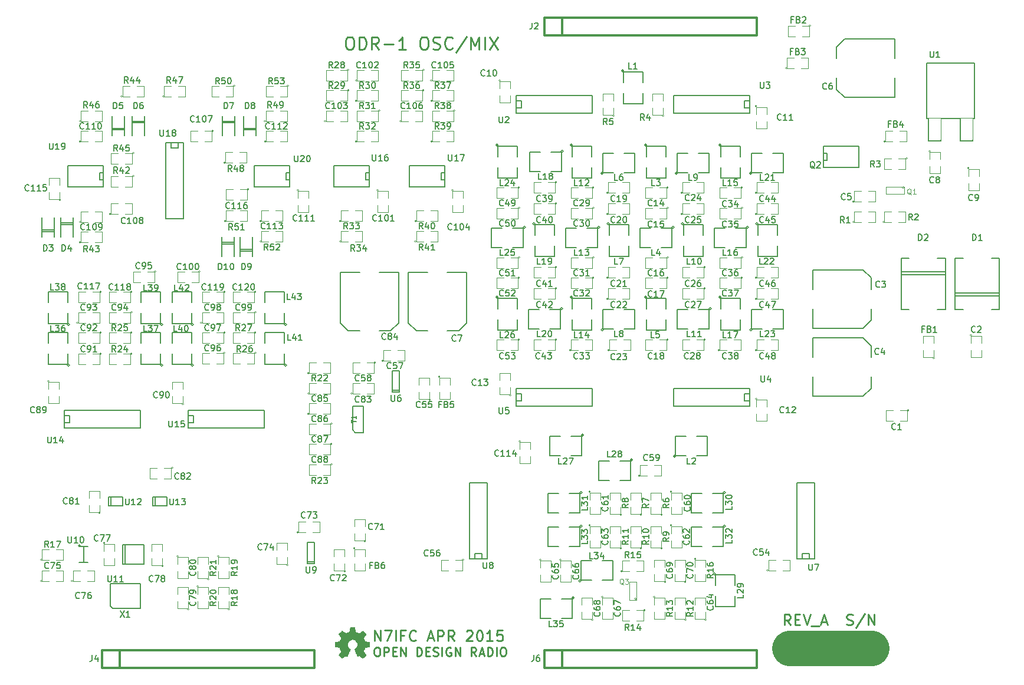
<source format=gto>
G04 (created by PCBNEW (2013-03-19 BZR 4004)-stable) date 8/2/2015 8:33:43 AM*
%MOIN*%
G04 Gerber Fmt 3.4, Leading zero omitted, Abs format*
%FSLAX34Y34*%
G01*
G70*
G90*
G04 APERTURE LIST*
%ADD10C,0.007*%
%ADD11C,0.01*%
%ADD12C,0.00787402*%
%ADD13C,0.2*%
%ADD14C,0.005*%
%ADD15C,0.0031*%
%ADD16C,0.0039*%
%ADD17C,0.008*%
%ADD18C,0.012*%
%ADD19C,0.0001*%
%ADD20C,0.0047*%
%ADD21R,0.065X0.12*%
%ADD22R,0.24X0.24*%
%ADD23R,0.0315X0.0394*%
%ADD24R,0.0394X0.0315*%
%ADD25R,0.055X0.03*%
%ADD26R,0.035X0.055*%
%ADD27R,0.055X0.035*%
%ADD28R,0.05X0.1*%
%ADD29R,0.1X0.05*%
%ADD30R,0.07X0.025*%
%ADD31R,0.025X0.07*%
%ADD32R,0.025X0.06*%
%ADD33R,0.04X0.04*%
%ADD34R,0.04X0.03*%
%ADD35R,0.04X0.014*%
%ADD36R,0.012X0.04*%
%ADD37R,0.05X0.04*%
%ADD38R,0.075X0.165*%
%ADD39R,0.165X0.075*%
%ADD40R,0.126X0.1024*%
%ADD41C,0.2*%
%ADD42C,0.18*%
%ADD43R,0.06X0.06*%
%ADD44C,0.06*%
G04 APERTURE END LIST*
G54D10*
G54D11*
X20992Y-36902D02*
X21088Y-36902D01*
X21135Y-36926D01*
X21183Y-36973D01*
X21207Y-37069D01*
X21207Y-37235D01*
X21183Y-37330D01*
X21135Y-37378D01*
X21088Y-37402D01*
X20992Y-37402D01*
X20945Y-37378D01*
X20897Y-37330D01*
X20873Y-37235D01*
X20873Y-37069D01*
X20897Y-36973D01*
X20945Y-36926D01*
X20992Y-36902D01*
X21421Y-37402D02*
X21421Y-36902D01*
X21611Y-36902D01*
X21659Y-36926D01*
X21683Y-36950D01*
X21707Y-36997D01*
X21707Y-37069D01*
X21683Y-37116D01*
X21659Y-37140D01*
X21611Y-37164D01*
X21421Y-37164D01*
X21921Y-37140D02*
X22088Y-37140D01*
X22159Y-37402D02*
X21921Y-37402D01*
X21921Y-36902D01*
X22159Y-36902D01*
X22373Y-37402D02*
X22373Y-36902D01*
X22659Y-37402D01*
X22659Y-36902D01*
X23278Y-37402D02*
X23278Y-36902D01*
X23397Y-36902D01*
X23469Y-36926D01*
X23516Y-36973D01*
X23540Y-37021D01*
X23564Y-37116D01*
X23564Y-37188D01*
X23540Y-37283D01*
X23516Y-37330D01*
X23469Y-37378D01*
X23397Y-37402D01*
X23278Y-37402D01*
X23778Y-37140D02*
X23945Y-37140D01*
X24016Y-37402D02*
X23778Y-37402D01*
X23778Y-36902D01*
X24016Y-36902D01*
X24207Y-37378D02*
X24278Y-37402D01*
X24397Y-37402D01*
X24445Y-37378D01*
X24469Y-37354D01*
X24492Y-37307D01*
X24492Y-37259D01*
X24469Y-37211D01*
X24445Y-37188D01*
X24397Y-37164D01*
X24302Y-37140D01*
X24254Y-37116D01*
X24230Y-37092D01*
X24207Y-37045D01*
X24207Y-36997D01*
X24230Y-36950D01*
X24254Y-36926D01*
X24302Y-36902D01*
X24421Y-36902D01*
X24492Y-36926D01*
X24707Y-37402D02*
X24707Y-36902D01*
X25207Y-36926D02*
X25159Y-36902D01*
X25088Y-36902D01*
X25016Y-36926D01*
X24969Y-36973D01*
X24945Y-37021D01*
X24921Y-37116D01*
X24921Y-37188D01*
X24945Y-37283D01*
X24969Y-37330D01*
X25016Y-37378D01*
X25088Y-37402D01*
X25135Y-37402D01*
X25207Y-37378D01*
X25230Y-37354D01*
X25230Y-37188D01*
X25135Y-37188D01*
X25445Y-37402D02*
X25445Y-36902D01*
X25730Y-37402D01*
X25730Y-36902D01*
X26635Y-37402D02*
X26469Y-37164D01*
X26350Y-37402D02*
X26350Y-36902D01*
X26540Y-36902D01*
X26588Y-36926D01*
X26611Y-36950D01*
X26635Y-36997D01*
X26635Y-37069D01*
X26611Y-37116D01*
X26588Y-37140D01*
X26540Y-37164D01*
X26350Y-37164D01*
X26826Y-37259D02*
X27064Y-37259D01*
X26778Y-37402D02*
X26945Y-36902D01*
X27111Y-37402D01*
X27278Y-37402D02*
X27278Y-36902D01*
X27397Y-36902D01*
X27469Y-36926D01*
X27516Y-36973D01*
X27540Y-37021D01*
X27564Y-37116D01*
X27564Y-37188D01*
X27540Y-37283D01*
X27516Y-37330D01*
X27469Y-37378D01*
X27397Y-37402D01*
X27278Y-37402D01*
X27778Y-37402D02*
X27778Y-36902D01*
X28111Y-36902D02*
X28207Y-36902D01*
X28254Y-36926D01*
X28302Y-36973D01*
X28326Y-37069D01*
X28326Y-37235D01*
X28302Y-37330D01*
X28254Y-37378D01*
X28207Y-37402D01*
X28111Y-37402D01*
X28064Y-37378D01*
X28016Y-37330D01*
X27992Y-37235D01*
X27992Y-37069D01*
X28016Y-36973D01*
X28064Y-36926D01*
X28111Y-36902D01*
G54D12*
X49750Y-36650D02*
X49600Y-36650D01*
G54D13*
X44350Y-36950D02*
X49000Y-36950D01*
G54D11*
X44400Y-35642D02*
X44200Y-35357D01*
X44057Y-35642D02*
X44057Y-35042D01*
X44285Y-35042D01*
X44342Y-35071D01*
X44371Y-35100D01*
X44400Y-35157D01*
X44400Y-35242D01*
X44371Y-35300D01*
X44342Y-35328D01*
X44285Y-35357D01*
X44057Y-35357D01*
X44657Y-35328D02*
X44857Y-35328D01*
X44942Y-35642D02*
X44657Y-35642D01*
X44657Y-35042D01*
X44942Y-35042D01*
X45114Y-35042D02*
X45314Y-35642D01*
X45514Y-35042D01*
X45571Y-35700D02*
X46028Y-35700D01*
X46142Y-35471D02*
X46428Y-35471D01*
X46085Y-35642D02*
X46285Y-35042D01*
X46485Y-35642D01*
X47571Y-35614D02*
X47657Y-35642D01*
X47800Y-35642D01*
X47857Y-35614D01*
X47885Y-35585D01*
X47914Y-35528D01*
X47914Y-35471D01*
X47885Y-35414D01*
X47857Y-35385D01*
X47800Y-35357D01*
X47685Y-35328D01*
X47628Y-35300D01*
X47600Y-35271D01*
X47571Y-35214D01*
X47571Y-35157D01*
X47600Y-35100D01*
X47628Y-35071D01*
X47685Y-35042D01*
X47828Y-35042D01*
X47914Y-35071D01*
X48600Y-35014D02*
X48085Y-35785D01*
X48800Y-35642D02*
X48800Y-35042D01*
X49142Y-35642D01*
X49142Y-35042D01*
X20885Y-36542D02*
X20885Y-35942D01*
X21228Y-36542D01*
X21228Y-35942D01*
X21457Y-35942D02*
X21857Y-35942D01*
X21599Y-36542D01*
X22085Y-36542D02*
X22085Y-35942D01*
X22571Y-36228D02*
X22371Y-36228D01*
X22371Y-36542D02*
X22371Y-35942D01*
X22657Y-35942D01*
X23228Y-36485D02*
X23199Y-36514D01*
X23114Y-36542D01*
X23057Y-36542D01*
X22971Y-36514D01*
X22914Y-36457D01*
X22885Y-36400D01*
X22857Y-36285D01*
X22857Y-36200D01*
X22885Y-36085D01*
X22914Y-36028D01*
X22971Y-35971D01*
X23057Y-35942D01*
X23114Y-35942D01*
X23199Y-35971D01*
X23228Y-36000D01*
X23914Y-36371D02*
X24199Y-36371D01*
X23857Y-36542D02*
X24057Y-35942D01*
X24257Y-36542D01*
X24457Y-36542D02*
X24457Y-35942D01*
X24685Y-35942D01*
X24742Y-35971D01*
X24771Y-36000D01*
X24799Y-36057D01*
X24799Y-36142D01*
X24771Y-36200D01*
X24742Y-36228D01*
X24685Y-36257D01*
X24457Y-36257D01*
X25399Y-36542D02*
X25199Y-36257D01*
X25057Y-36542D02*
X25057Y-35942D01*
X25285Y-35942D01*
X25342Y-35971D01*
X25371Y-36000D01*
X25399Y-36057D01*
X25399Y-36142D01*
X25371Y-36200D01*
X25342Y-36228D01*
X25285Y-36257D01*
X25057Y-36257D01*
X26085Y-36000D02*
X26114Y-35971D01*
X26171Y-35942D01*
X26314Y-35942D01*
X26371Y-35971D01*
X26399Y-36000D01*
X26428Y-36057D01*
X26428Y-36114D01*
X26399Y-36200D01*
X26057Y-36542D01*
X26428Y-36542D01*
X26800Y-35942D02*
X26857Y-35942D01*
X26914Y-35971D01*
X26942Y-36000D01*
X26971Y-36057D01*
X27000Y-36171D01*
X27000Y-36314D01*
X26971Y-36428D01*
X26942Y-36485D01*
X26914Y-36514D01*
X26857Y-36542D01*
X26800Y-36542D01*
X26742Y-36514D01*
X26714Y-36485D01*
X26685Y-36428D01*
X26657Y-36314D01*
X26657Y-36171D01*
X26685Y-36057D01*
X26714Y-36000D01*
X26742Y-35971D01*
X26800Y-35942D01*
X27571Y-36542D02*
X27228Y-36542D01*
X27400Y-36542D02*
X27400Y-35942D01*
X27342Y-36028D01*
X27285Y-36085D01*
X27228Y-36114D01*
X28114Y-35942D02*
X27828Y-35942D01*
X27800Y-36228D01*
X27828Y-36200D01*
X27885Y-36171D01*
X28028Y-36171D01*
X28085Y-36200D01*
X28114Y-36228D01*
X28142Y-36285D01*
X28142Y-36428D01*
X28114Y-36485D01*
X28085Y-36514D01*
X28028Y-36542D01*
X27885Y-36542D01*
X27828Y-36514D01*
X27800Y-36485D01*
X19433Y-2383D02*
X19566Y-2383D01*
X19633Y-2416D01*
X19700Y-2483D01*
X19733Y-2616D01*
X19733Y-2850D01*
X19700Y-2983D01*
X19633Y-3050D01*
X19566Y-3083D01*
X19433Y-3083D01*
X19366Y-3050D01*
X19300Y-2983D01*
X19266Y-2850D01*
X19266Y-2616D01*
X19300Y-2483D01*
X19366Y-2416D01*
X19433Y-2383D01*
X20033Y-3083D02*
X20033Y-2383D01*
X20200Y-2383D01*
X20300Y-2416D01*
X20366Y-2483D01*
X20400Y-2550D01*
X20433Y-2683D01*
X20433Y-2783D01*
X20400Y-2916D01*
X20366Y-2983D01*
X20300Y-3050D01*
X20200Y-3083D01*
X20033Y-3083D01*
X21133Y-3083D02*
X20900Y-2750D01*
X20733Y-3083D02*
X20733Y-2383D01*
X21000Y-2383D01*
X21066Y-2416D01*
X21100Y-2450D01*
X21133Y-2516D01*
X21133Y-2616D01*
X21100Y-2683D01*
X21066Y-2716D01*
X21000Y-2750D01*
X20733Y-2750D01*
X21433Y-2816D02*
X21966Y-2816D01*
X22666Y-3083D02*
X22266Y-3083D01*
X22466Y-3083D02*
X22466Y-2383D01*
X22400Y-2483D01*
X22333Y-2550D01*
X22266Y-2583D01*
X23633Y-2383D02*
X23766Y-2383D01*
X23833Y-2416D01*
X23900Y-2483D01*
X23933Y-2616D01*
X23933Y-2850D01*
X23900Y-2983D01*
X23833Y-3050D01*
X23766Y-3083D01*
X23633Y-3083D01*
X23566Y-3050D01*
X23500Y-2983D01*
X23466Y-2850D01*
X23466Y-2616D01*
X23500Y-2483D01*
X23566Y-2416D01*
X23633Y-2383D01*
X24200Y-3050D02*
X24300Y-3083D01*
X24466Y-3083D01*
X24533Y-3050D01*
X24566Y-3016D01*
X24600Y-2950D01*
X24600Y-2883D01*
X24566Y-2816D01*
X24533Y-2783D01*
X24466Y-2750D01*
X24333Y-2716D01*
X24266Y-2683D01*
X24233Y-2650D01*
X24200Y-2583D01*
X24200Y-2516D01*
X24233Y-2450D01*
X24266Y-2416D01*
X24333Y-2383D01*
X24500Y-2383D01*
X24600Y-2416D01*
X25300Y-3016D02*
X25266Y-3050D01*
X25166Y-3083D01*
X25100Y-3083D01*
X25000Y-3050D01*
X24933Y-2983D01*
X24900Y-2916D01*
X24866Y-2783D01*
X24866Y-2683D01*
X24900Y-2550D01*
X24933Y-2483D01*
X25000Y-2416D01*
X25100Y-2383D01*
X25166Y-2383D01*
X25266Y-2416D01*
X25300Y-2450D01*
X26100Y-2350D02*
X25500Y-3250D01*
X26333Y-3083D02*
X26333Y-2383D01*
X26566Y-2883D01*
X26800Y-2383D01*
X26800Y-3083D01*
X27133Y-3083D02*
X27133Y-2383D01*
X27400Y-2383D02*
X27866Y-3083D01*
X27866Y-2383D02*
X27400Y-3083D01*
G54D14*
X54000Y-7000D02*
X54000Y-8250D01*
X54000Y-8250D02*
X54700Y-8250D01*
X54700Y-8250D02*
X54700Y-7000D01*
X52200Y-7000D02*
X52200Y-8250D01*
X52200Y-8250D02*
X52900Y-8250D01*
X52900Y-8250D02*
X52900Y-7000D01*
X54800Y-4600D02*
X54800Y-7000D01*
X54800Y-7000D02*
X52100Y-7000D01*
X52100Y-7000D02*
X52100Y-3900D01*
X52100Y-3850D02*
X54800Y-3850D01*
X54800Y-3900D02*
X54800Y-4600D01*
G54D15*
X50825Y-10912D02*
G75*
G03X50825Y-10912I-62J0D01*
G74*
G01*
X49800Y-11250D02*
X49800Y-10850D01*
X50825Y-11250D02*
X50825Y-10850D01*
X49800Y-10850D02*
X50825Y-10850D01*
X50825Y-11250D02*
X49800Y-11250D01*
X35700Y-34163D02*
G75*
G03X35700Y-34163I-62J0D01*
G74*
G01*
X35300Y-33200D02*
X35700Y-33200D01*
X35300Y-34225D02*
X35700Y-34225D01*
X35700Y-33200D02*
X35700Y-34225D01*
X35300Y-34225D02*
X35300Y-33200D01*
G54D14*
X19800Y-24750D02*
X19650Y-24600D01*
X19650Y-23250D02*
X20250Y-23250D01*
X20250Y-23250D02*
X20250Y-24750D01*
X20250Y-24750D02*
X19800Y-24750D01*
X19650Y-24600D02*
X19650Y-23250D01*
G54D16*
X49750Y-8300D02*
G75*
G03X49750Y-8300I-50J0D01*
G74*
G01*
X50150Y-8300D02*
X49750Y-8300D01*
X49750Y-8300D02*
X49750Y-7700D01*
X49750Y-7700D02*
X50150Y-7700D01*
X50550Y-7700D02*
X50950Y-7700D01*
X50950Y-7700D02*
X50950Y-8300D01*
X50950Y-8300D02*
X50550Y-8300D01*
X17200Y-21400D02*
G75*
G03X17200Y-21400I-50J0D01*
G74*
G01*
X17600Y-21400D02*
X17200Y-21400D01*
X17200Y-21400D02*
X17200Y-20800D01*
X17200Y-20800D02*
X17600Y-20800D01*
X18000Y-20800D02*
X18400Y-20800D01*
X18400Y-20800D02*
X18400Y-21400D01*
X18400Y-21400D02*
X18000Y-21400D01*
X19800Y-31300D02*
G75*
G03X19800Y-31300I-50J0D01*
G74*
G01*
X19750Y-31750D02*
X19750Y-31350D01*
X19750Y-31350D02*
X20350Y-31350D01*
X20350Y-31350D02*
X20350Y-31750D01*
X20350Y-32150D02*
X20350Y-32550D01*
X20350Y-32550D02*
X19750Y-32550D01*
X19750Y-32550D02*
X19750Y-32150D01*
X7200Y-19100D02*
G75*
G03X7200Y-19100I-50J0D01*
G74*
G01*
X6700Y-19100D02*
X7100Y-19100D01*
X7100Y-19100D02*
X7100Y-19700D01*
X7100Y-19700D02*
X6700Y-19700D01*
X6300Y-19700D02*
X5900Y-19700D01*
X5900Y-19700D02*
X5900Y-19100D01*
X5900Y-19100D02*
X6300Y-19100D01*
X18500Y-25400D02*
G75*
G03X18500Y-25400I-50J0D01*
G74*
G01*
X18000Y-25400D02*
X18400Y-25400D01*
X18400Y-25400D02*
X18400Y-26000D01*
X18400Y-26000D02*
X18000Y-26000D01*
X17600Y-26000D02*
X17200Y-26000D01*
X17200Y-26000D02*
X17200Y-25400D01*
X17200Y-25400D02*
X17600Y-25400D01*
X5650Y-31000D02*
G75*
G03X5650Y-31000I-50J0D01*
G74*
G01*
X5600Y-31450D02*
X5600Y-31050D01*
X5600Y-31050D02*
X6200Y-31050D01*
X6200Y-31050D02*
X6200Y-31450D01*
X6200Y-31850D02*
X6200Y-32250D01*
X6200Y-32250D02*
X5600Y-32250D01*
X5600Y-32250D02*
X5600Y-31850D01*
X18500Y-24250D02*
G75*
G03X18500Y-24250I-50J0D01*
G74*
G01*
X18000Y-24250D02*
X18400Y-24250D01*
X18400Y-24250D02*
X18400Y-24850D01*
X18400Y-24850D02*
X18000Y-24850D01*
X17600Y-24850D02*
X17200Y-24850D01*
X17200Y-24850D02*
X17200Y-24250D01*
X17200Y-24250D02*
X17600Y-24250D01*
X12700Y-34750D02*
G75*
G03X12700Y-34750I-50J0D01*
G74*
G01*
X12650Y-34300D02*
X12650Y-34700D01*
X12650Y-34700D02*
X12050Y-34700D01*
X12050Y-34700D02*
X12050Y-34300D01*
X12050Y-33900D02*
X12050Y-33500D01*
X12050Y-33500D02*
X12650Y-33500D01*
X12650Y-33500D02*
X12650Y-33900D01*
X12450Y-20250D02*
G75*
G03X12450Y-20250I-50J0D01*
G74*
G01*
X11950Y-20250D02*
X12350Y-20250D01*
X12350Y-20250D02*
X12350Y-20850D01*
X12350Y-20850D02*
X11950Y-20850D01*
X11550Y-20850D02*
X11150Y-20850D01*
X11150Y-20850D02*
X11150Y-20250D01*
X11150Y-20250D02*
X11550Y-20250D01*
X17200Y-23700D02*
G75*
G03X17200Y-23700I-50J0D01*
G74*
G01*
X17600Y-23700D02*
X17200Y-23700D01*
X17200Y-23700D02*
X17200Y-23100D01*
X17200Y-23100D02*
X17600Y-23100D01*
X18000Y-23100D02*
X18400Y-23100D01*
X18400Y-23100D02*
X18400Y-23700D01*
X18400Y-23700D02*
X18000Y-23700D01*
X18500Y-26550D02*
G75*
G03X18500Y-26550I-50J0D01*
G74*
G01*
X18000Y-26550D02*
X18400Y-26550D01*
X18400Y-26550D02*
X18400Y-27150D01*
X18400Y-27150D02*
X18000Y-27150D01*
X17600Y-27150D02*
X17200Y-27150D01*
X17200Y-27150D02*
X17200Y-26550D01*
X17200Y-26550D02*
X17600Y-26550D01*
X10100Y-23150D02*
G75*
G03X10100Y-23150I-50J0D01*
G74*
G01*
X10050Y-22700D02*
X10050Y-23100D01*
X10050Y-23100D02*
X9450Y-23100D01*
X9450Y-23100D02*
X9450Y-22700D01*
X9450Y-22300D02*
X9450Y-21900D01*
X9450Y-21900D02*
X10050Y-21900D01*
X10050Y-21900D02*
X10050Y-22300D01*
X5450Y-20300D02*
G75*
G03X5450Y-20300I-50J0D01*
G74*
G01*
X4950Y-20300D02*
X5350Y-20300D01*
X5350Y-20300D02*
X5350Y-20900D01*
X5350Y-20900D02*
X4950Y-20900D01*
X4550Y-20900D02*
X4150Y-20900D01*
X4150Y-20900D02*
X4150Y-20300D01*
X4150Y-20300D02*
X4550Y-20300D01*
X14200Y-19100D02*
G75*
G03X14200Y-19100I-50J0D01*
G74*
G01*
X13700Y-19100D02*
X14100Y-19100D01*
X14100Y-19100D02*
X14100Y-19700D01*
X14100Y-19700D02*
X13700Y-19700D01*
X13300Y-19700D02*
X12900Y-19700D01*
X12900Y-19700D02*
X12900Y-19100D01*
X12900Y-19100D02*
X13300Y-19100D01*
X12450Y-19100D02*
G75*
G03X12450Y-19100I-50J0D01*
G74*
G01*
X11950Y-19100D02*
X12350Y-19100D01*
X12350Y-19100D02*
X12350Y-19700D01*
X12350Y-19700D02*
X11950Y-19700D01*
X11550Y-19700D02*
X11150Y-19700D01*
X11150Y-19700D02*
X11150Y-19100D01*
X11150Y-19100D02*
X11550Y-19100D01*
X5450Y-19100D02*
G75*
G03X5450Y-19100I-50J0D01*
G74*
G01*
X4950Y-19100D02*
X5350Y-19100D01*
X5350Y-19100D02*
X5350Y-19700D01*
X5350Y-19700D02*
X4950Y-19700D01*
X4550Y-19700D02*
X4150Y-19700D01*
X4150Y-19700D02*
X4150Y-19100D01*
X4150Y-19100D02*
X4550Y-19100D01*
X14200Y-20250D02*
G75*
G03X14200Y-20250I-50J0D01*
G74*
G01*
X13700Y-20250D02*
X14100Y-20250D01*
X14100Y-20250D02*
X14100Y-20850D01*
X14100Y-20850D02*
X13700Y-20850D01*
X13300Y-20850D02*
X12900Y-20850D01*
X12900Y-20850D02*
X12900Y-20250D01*
X12900Y-20250D02*
X13300Y-20250D01*
X19450Y-4250D02*
G75*
G03X19450Y-4250I-50J0D01*
G74*
G01*
X18950Y-4250D02*
X19350Y-4250D01*
X19350Y-4250D02*
X19350Y-4850D01*
X19350Y-4850D02*
X18950Y-4850D01*
X18550Y-4850D02*
X18150Y-4850D01*
X18150Y-4850D02*
X18150Y-4250D01*
X18150Y-4250D02*
X18550Y-4250D01*
X2500Y-21850D02*
G75*
G03X2500Y-21850I-50J0D01*
G74*
G01*
X2450Y-22300D02*
X2450Y-21900D01*
X2450Y-21900D02*
X3050Y-21900D01*
X3050Y-21900D02*
X3050Y-22300D01*
X3050Y-22700D02*
X3050Y-23100D01*
X3050Y-23100D02*
X2450Y-23100D01*
X2450Y-23100D02*
X2450Y-22700D01*
X4150Y-18550D02*
G75*
G03X4150Y-18550I-50J0D01*
G74*
G01*
X4550Y-18550D02*
X4150Y-18550D01*
X4150Y-18550D02*
X4150Y-17950D01*
X4150Y-17950D02*
X4550Y-17950D01*
X4950Y-17950D02*
X5350Y-17950D01*
X5350Y-17950D02*
X5350Y-18550D01*
X5350Y-18550D02*
X4950Y-18550D01*
X7200Y-17950D02*
G75*
G03X7200Y-17950I-50J0D01*
G74*
G01*
X6700Y-17950D02*
X7100Y-17950D01*
X7100Y-17950D02*
X7100Y-18550D01*
X7100Y-18550D02*
X6700Y-18550D01*
X6300Y-18550D02*
X5900Y-18550D01*
X5900Y-18550D02*
X5900Y-17950D01*
X5900Y-17950D02*
X6300Y-17950D01*
X14200Y-17950D02*
G75*
G03X14200Y-17950I-50J0D01*
G74*
G01*
X13700Y-17950D02*
X14100Y-17950D01*
X14100Y-17950D02*
X14100Y-18550D01*
X14100Y-18550D02*
X13700Y-18550D01*
X13300Y-18550D02*
X12900Y-18550D01*
X12900Y-18550D02*
X12900Y-17950D01*
X12900Y-17950D02*
X13300Y-17950D01*
X11150Y-18550D02*
G75*
G03X11150Y-18550I-50J0D01*
G74*
G01*
X11550Y-18550D02*
X11150Y-18550D01*
X11150Y-18550D02*
X11150Y-17950D01*
X11150Y-17950D02*
X11550Y-17950D01*
X11950Y-17950D02*
X12350Y-17950D01*
X12350Y-17950D02*
X12350Y-18550D01*
X12350Y-18550D02*
X11950Y-18550D01*
X19650Y-22550D02*
G75*
G03X19650Y-22550I-50J0D01*
G74*
G01*
X20050Y-22550D02*
X19650Y-22550D01*
X19650Y-22550D02*
X19650Y-21950D01*
X19650Y-21950D02*
X20050Y-21950D01*
X20450Y-21950D02*
X20850Y-21950D01*
X20850Y-21950D02*
X20850Y-22550D01*
X20850Y-22550D02*
X20450Y-22550D01*
X23700Y-4250D02*
G75*
G03X23700Y-4250I-50J0D01*
G74*
G01*
X23200Y-4250D02*
X23600Y-4250D01*
X23600Y-4250D02*
X23600Y-4850D01*
X23600Y-4850D02*
X23200Y-4850D01*
X22800Y-4850D02*
X22400Y-4850D01*
X22400Y-4850D02*
X22400Y-4250D01*
X22400Y-4250D02*
X22800Y-4250D01*
X14750Y-8300D02*
G75*
G03X14750Y-8300I-50J0D01*
G74*
G01*
X15150Y-8300D02*
X14750Y-8300D01*
X14750Y-8300D02*
X14750Y-7700D01*
X14750Y-7700D02*
X15150Y-7700D01*
X15550Y-7700D02*
X15950Y-7700D01*
X15950Y-7700D02*
X15950Y-8300D01*
X15950Y-8300D02*
X15550Y-8300D01*
X13000Y-5150D02*
G75*
G03X13000Y-5150I-50J0D01*
G74*
G01*
X12500Y-5150D02*
X12900Y-5150D01*
X12900Y-5150D02*
X12900Y-5750D01*
X12900Y-5750D02*
X12500Y-5750D01*
X12100Y-5750D02*
X11700Y-5750D01*
X11700Y-5750D02*
X11700Y-5150D01*
X11700Y-5150D02*
X12100Y-5150D01*
X12500Y-12800D02*
G75*
G03X12500Y-12800I-50J0D01*
G74*
G01*
X12900Y-12800D02*
X12500Y-12800D01*
X12500Y-12800D02*
X12500Y-12200D01*
X12500Y-12200D02*
X12900Y-12200D01*
X13300Y-12200D02*
X13700Y-12200D01*
X13700Y-12200D02*
X13700Y-12800D01*
X13700Y-12800D02*
X13300Y-12800D01*
X14500Y-13950D02*
G75*
G03X14500Y-13950I-50J0D01*
G74*
G01*
X14900Y-13950D02*
X14500Y-13950D01*
X14500Y-13950D02*
X14500Y-13350D01*
X14500Y-13350D02*
X14900Y-13350D01*
X15300Y-13350D02*
X15700Y-13350D01*
X15700Y-13350D02*
X15700Y-13950D01*
X15700Y-13950D02*
X15300Y-13950D01*
X14500Y-12800D02*
G75*
G03X14500Y-12800I-50J0D01*
G74*
G01*
X14900Y-12800D02*
X14500Y-12800D01*
X14500Y-12800D02*
X14500Y-12200D01*
X14500Y-12200D02*
X14900Y-12200D01*
X15300Y-12200D02*
X15700Y-12200D01*
X15700Y-12200D02*
X15700Y-12800D01*
X15700Y-12800D02*
X15300Y-12800D01*
X16050Y-5150D02*
G75*
G03X16050Y-5150I-50J0D01*
G74*
G01*
X15550Y-5150D02*
X15950Y-5150D01*
X15950Y-5150D02*
X15950Y-5750D01*
X15950Y-5750D02*
X15550Y-5750D01*
X15150Y-5750D02*
X14750Y-5750D01*
X14750Y-5750D02*
X14750Y-5150D01*
X14750Y-5150D02*
X15150Y-5150D01*
X21200Y-6550D02*
G75*
G03X21200Y-6550I-50J0D01*
G74*
G01*
X20700Y-6550D02*
X21100Y-6550D01*
X21100Y-6550D02*
X21100Y-7150D01*
X21100Y-7150D02*
X20700Y-7150D01*
X20300Y-7150D02*
X19900Y-7150D01*
X19900Y-7150D02*
X19900Y-6550D01*
X19900Y-6550D02*
X20300Y-6550D01*
X19000Y-12800D02*
G75*
G03X19000Y-12800I-50J0D01*
G74*
G01*
X19400Y-12800D02*
X19000Y-12800D01*
X19000Y-12800D02*
X19000Y-12200D01*
X19000Y-12200D02*
X19400Y-12200D01*
X19800Y-12200D02*
X20200Y-12200D01*
X20200Y-12200D02*
X20200Y-12800D01*
X20200Y-12800D02*
X19800Y-12800D01*
X19000Y-13950D02*
G75*
G03X19000Y-13950I-50J0D01*
G74*
G01*
X19400Y-13950D02*
X19000Y-13950D01*
X19000Y-13950D02*
X19000Y-13350D01*
X19000Y-13350D02*
X19400Y-13350D01*
X19800Y-13350D02*
X20200Y-13350D01*
X20200Y-13350D02*
X20200Y-13950D01*
X20200Y-13950D02*
X19800Y-13950D01*
X21100Y-11050D02*
G75*
G03X21100Y-11050I-50J0D01*
G74*
G01*
X21050Y-11500D02*
X21050Y-11100D01*
X21050Y-11100D02*
X21650Y-11100D01*
X21650Y-11100D02*
X21650Y-11500D01*
X21650Y-11900D02*
X21650Y-12300D01*
X21650Y-12300D02*
X21050Y-12300D01*
X21050Y-12300D02*
X21050Y-11900D01*
X18150Y-7150D02*
G75*
G03X18150Y-7150I-50J0D01*
G74*
G01*
X18550Y-7150D02*
X18150Y-7150D01*
X18150Y-7150D02*
X18150Y-6550D01*
X18150Y-6550D02*
X18550Y-6550D01*
X18950Y-6550D02*
X19350Y-6550D01*
X19350Y-6550D02*
X19350Y-7150D01*
X19350Y-7150D02*
X18950Y-7150D01*
X19900Y-8300D02*
G75*
G03X19900Y-8300I-50J0D01*
G74*
G01*
X20300Y-8300D02*
X19900Y-8300D01*
X19900Y-8300D02*
X19900Y-7700D01*
X19900Y-7700D02*
X20300Y-7700D01*
X20700Y-7700D02*
X21100Y-7700D01*
X21100Y-7700D02*
X21100Y-8300D01*
X21100Y-8300D02*
X20700Y-8300D01*
X14750Y-7150D02*
G75*
G03X14750Y-7150I-50J0D01*
G74*
G01*
X15150Y-7150D02*
X14750Y-7150D01*
X14750Y-7150D02*
X14750Y-6550D01*
X14750Y-6550D02*
X15150Y-6550D01*
X15550Y-6550D02*
X15950Y-6550D01*
X15950Y-6550D02*
X15950Y-7150D01*
X15950Y-7150D02*
X15550Y-7150D01*
X19450Y-5400D02*
G75*
G03X19450Y-5400I-50J0D01*
G74*
G01*
X18950Y-5400D02*
X19350Y-5400D01*
X19350Y-5400D02*
X19350Y-6000D01*
X19350Y-6000D02*
X18950Y-6000D01*
X18550Y-6000D02*
X18150Y-6000D01*
X18150Y-6000D02*
X18150Y-5400D01*
X18150Y-5400D02*
X18550Y-5400D01*
X19900Y-6000D02*
G75*
G03X19900Y-6000I-50J0D01*
G74*
G01*
X20300Y-6000D02*
X19900Y-6000D01*
X19900Y-6000D02*
X19900Y-5400D01*
X19900Y-5400D02*
X20300Y-5400D01*
X20700Y-5400D02*
X21100Y-5400D01*
X21100Y-5400D02*
X21100Y-6000D01*
X21100Y-6000D02*
X20700Y-6000D01*
X19900Y-4850D02*
G75*
G03X19900Y-4850I-50J0D01*
G74*
G01*
X20300Y-4850D02*
X19900Y-4850D01*
X19900Y-4850D02*
X19900Y-4250D01*
X19900Y-4250D02*
X20300Y-4250D01*
X20700Y-4250D02*
X21100Y-4250D01*
X21100Y-4250D02*
X21100Y-4850D01*
X21100Y-4850D02*
X20700Y-4850D01*
X25450Y-6550D02*
G75*
G03X25450Y-6550I-50J0D01*
G74*
G01*
X24950Y-6550D02*
X25350Y-6550D01*
X25350Y-6550D02*
X25350Y-7150D01*
X25350Y-7150D02*
X24950Y-7150D01*
X24550Y-7150D02*
X24150Y-7150D01*
X24150Y-7150D02*
X24150Y-6550D01*
X24150Y-6550D02*
X24550Y-6550D01*
X23250Y-12800D02*
G75*
G03X23250Y-12800I-50J0D01*
G74*
G01*
X23650Y-12800D02*
X23250Y-12800D01*
X23250Y-12800D02*
X23250Y-12200D01*
X23250Y-12200D02*
X23650Y-12200D01*
X24050Y-12200D02*
X24450Y-12200D01*
X24450Y-12200D02*
X24450Y-12800D01*
X24450Y-12800D02*
X24050Y-12800D01*
X23250Y-13950D02*
G75*
G03X23250Y-13950I-50J0D01*
G74*
G01*
X23650Y-13950D02*
X23250Y-13950D01*
X23250Y-13950D02*
X23250Y-13350D01*
X23250Y-13350D02*
X23650Y-13350D01*
X24050Y-13350D02*
X24450Y-13350D01*
X24450Y-13350D02*
X24450Y-13950D01*
X24450Y-13950D02*
X24050Y-13950D01*
X25350Y-11050D02*
G75*
G03X25350Y-11050I-50J0D01*
G74*
G01*
X25300Y-11500D02*
X25300Y-11100D01*
X25300Y-11100D02*
X25900Y-11100D01*
X25900Y-11100D02*
X25900Y-11500D01*
X25900Y-11900D02*
X25900Y-12300D01*
X25900Y-12300D02*
X25300Y-12300D01*
X25300Y-12300D02*
X25300Y-11900D01*
X22400Y-7150D02*
G75*
G03X22400Y-7150I-50J0D01*
G74*
G01*
X22800Y-7150D02*
X22400Y-7150D01*
X22400Y-7150D02*
X22400Y-6550D01*
X22400Y-6550D02*
X22800Y-6550D01*
X23200Y-6550D02*
X23600Y-6550D01*
X23600Y-6550D02*
X23600Y-7150D01*
X23600Y-7150D02*
X23200Y-7150D01*
X24150Y-8300D02*
G75*
G03X24150Y-8300I-50J0D01*
G74*
G01*
X24550Y-8300D02*
X24150Y-8300D01*
X24150Y-8300D02*
X24150Y-7700D01*
X24150Y-7700D02*
X24550Y-7700D01*
X24950Y-7700D02*
X25350Y-7700D01*
X25350Y-7700D02*
X25350Y-8300D01*
X25350Y-8300D02*
X24950Y-8300D01*
X7300Y-10250D02*
G75*
G03X7300Y-10250I-50J0D01*
G74*
G01*
X6800Y-10250D02*
X7200Y-10250D01*
X7200Y-10250D02*
X7200Y-10850D01*
X7200Y-10850D02*
X6800Y-10850D01*
X6400Y-10850D02*
X6000Y-10850D01*
X6000Y-10850D02*
X6000Y-10250D01*
X6000Y-10250D02*
X6400Y-10250D01*
X23700Y-5400D02*
G75*
G03X23700Y-5400I-50J0D01*
G74*
G01*
X23200Y-5400D02*
X23600Y-5400D01*
X23600Y-5400D02*
X23600Y-6000D01*
X23600Y-6000D02*
X23200Y-6000D01*
X22800Y-6000D02*
X22400Y-6000D01*
X22400Y-6000D02*
X22400Y-5400D01*
X22400Y-5400D02*
X22800Y-5400D01*
X24150Y-6000D02*
G75*
G03X24150Y-6000I-50J0D01*
G74*
G01*
X24550Y-6000D02*
X24150Y-6000D01*
X24150Y-6000D02*
X24150Y-5400D01*
X24150Y-5400D02*
X24550Y-5400D01*
X24950Y-5400D02*
X25350Y-5400D01*
X25350Y-5400D02*
X25350Y-6000D01*
X25350Y-6000D02*
X24950Y-6000D01*
X24150Y-4850D02*
G75*
G03X24150Y-4850I-50J0D01*
G74*
G01*
X24550Y-4850D02*
X24150Y-4850D01*
X24150Y-4850D02*
X24150Y-4250D01*
X24150Y-4250D02*
X24550Y-4250D01*
X24950Y-4250D02*
X25350Y-4250D01*
X25350Y-4250D02*
X25350Y-4850D01*
X25350Y-4850D02*
X24950Y-4850D01*
X11550Y-33050D02*
G75*
G03X11550Y-33050I-50J0D01*
G74*
G01*
X11500Y-32600D02*
X11500Y-33000D01*
X11500Y-33000D02*
X10900Y-33000D01*
X10900Y-33000D02*
X10900Y-32600D01*
X10900Y-32200D02*
X10900Y-31800D01*
X10900Y-31800D02*
X11500Y-31800D01*
X11500Y-31800D02*
X11500Y-32200D01*
X8950Y-32300D02*
G75*
G03X8950Y-32300I-50J0D01*
G74*
G01*
X8900Y-31850D02*
X8900Y-32250D01*
X8900Y-32250D02*
X8300Y-32250D01*
X8300Y-32250D02*
X8300Y-31850D01*
X8300Y-31450D02*
X8300Y-31050D01*
X8300Y-31050D02*
X8900Y-31050D01*
X8900Y-31050D02*
X8900Y-31450D01*
X10400Y-34750D02*
G75*
G03X10400Y-34750I-50J0D01*
G74*
G01*
X10350Y-34300D02*
X10350Y-34700D01*
X10350Y-34700D02*
X9750Y-34700D01*
X9750Y-34700D02*
X9750Y-34300D01*
X9750Y-33900D02*
X9750Y-33500D01*
X9750Y-33500D02*
X10350Y-33500D01*
X10350Y-33500D02*
X10350Y-33900D01*
X9800Y-31750D02*
G75*
G03X9800Y-31750I-50J0D01*
G74*
G01*
X9750Y-32200D02*
X9750Y-31800D01*
X9750Y-31800D02*
X10350Y-31800D01*
X10350Y-31800D02*
X10350Y-32200D01*
X10350Y-32600D02*
X10350Y-33000D01*
X10350Y-33000D02*
X9750Y-33000D01*
X9750Y-33000D02*
X9750Y-32600D01*
X20400Y-30900D02*
G75*
G03X20400Y-30900I-50J0D01*
G74*
G01*
X20350Y-30450D02*
X20350Y-30850D01*
X20350Y-30850D02*
X19750Y-30850D01*
X19750Y-30850D02*
X19750Y-30450D01*
X19750Y-30050D02*
X19750Y-29650D01*
X19750Y-29650D02*
X20350Y-29650D01*
X20350Y-29650D02*
X20350Y-30050D01*
X2100Y-33150D02*
G75*
G03X2100Y-33150I-50J0D01*
G74*
G01*
X2500Y-33150D02*
X2100Y-33150D01*
X2100Y-33150D02*
X2100Y-32550D01*
X2100Y-32550D02*
X2500Y-32550D01*
X2900Y-32550D02*
X3300Y-32550D01*
X3300Y-32550D02*
X3300Y-33150D01*
X3300Y-33150D02*
X2900Y-33150D01*
X5400Y-29300D02*
G75*
G03X5400Y-29300I-50J0D01*
G74*
G01*
X5350Y-28850D02*
X5350Y-29250D01*
X5350Y-29250D02*
X4750Y-29250D01*
X4750Y-29250D02*
X4750Y-28850D01*
X4750Y-28450D02*
X4750Y-28050D01*
X4750Y-28050D02*
X5350Y-28050D01*
X5350Y-28050D02*
X5350Y-28450D01*
X9500Y-26750D02*
G75*
G03X9500Y-26750I-50J0D01*
G74*
G01*
X9000Y-26750D02*
X9400Y-26750D01*
X9400Y-26750D02*
X9400Y-27350D01*
X9400Y-27350D02*
X9000Y-27350D01*
X8600Y-27350D02*
X8200Y-27350D01*
X8200Y-27350D02*
X8200Y-26750D01*
X8200Y-26750D02*
X8600Y-26750D01*
X17200Y-22550D02*
G75*
G03X17200Y-22550I-50J0D01*
G74*
G01*
X17600Y-22550D02*
X17200Y-22550D01*
X17200Y-22550D02*
X17200Y-21950D01*
X17200Y-21950D02*
X17600Y-21950D01*
X18000Y-21950D02*
X18400Y-21950D01*
X18400Y-21950D02*
X18400Y-22550D01*
X18400Y-22550D02*
X18000Y-22550D01*
X35900Y-27200D02*
G75*
G03X35900Y-27200I-50J0D01*
G74*
G01*
X36300Y-27200D02*
X35900Y-27200D01*
X35900Y-27200D02*
X35900Y-26600D01*
X35900Y-26600D02*
X36300Y-26600D01*
X36700Y-26600D02*
X37100Y-26600D01*
X37100Y-26600D02*
X37100Y-27200D01*
X37100Y-27200D02*
X36700Y-27200D01*
X2100Y-31950D02*
G75*
G03X2100Y-31950I-50J0D01*
G74*
G01*
X2500Y-31950D02*
X2100Y-31950D01*
X2100Y-31950D02*
X2100Y-31350D01*
X2100Y-31350D02*
X2500Y-31350D01*
X2900Y-31350D02*
X3300Y-31350D01*
X3300Y-31350D02*
X3300Y-31950D01*
X3300Y-31950D02*
X2900Y-31950D01*
X3850Y-33150D02*
G75*
G03X3850Y-33150I-50J0D01*
G74*
G01*
X4250Y-33150D02*
X3850Y-33150D01*
X3850Y-33150D02*
X3850Y-32550D01*
X3850Y-32550D02*
X4250Y-32550D01*
X4650Y-32550D02*
X5050Y-32550D01*
X5050Y-32550D02*
X5050Y-33150D01*
X5050Y-33150D02*
X4650Y-33150D01*
X16000Y-32250D02*
G75*
G03X16000Y-32250I-50J0D01*
G74*
G01*
X15950Y-31800D02*
X15950Y-32200D01*
X15950Y-32200D02*
X15350Y-32200D01*
X15350Y-32200D02*
X15350Y-31800D01*
X15350Y-31400D02*
X15350Y-31000D01*
X15350Y-31000D02*
X15950Y-31000D01*
X15950Y-31000D02*
X15950Y-31400D01*
X10950Y-33450D02*
G75*
G03X10950Y-33450I-50J0D01*
G74*
G01*
X10900Y-33900D02*
X10900Y-33500D01*
X10900Y-33500D02*
X11500Y-33500D01*
X11500Y-33500D02*
X11500Y-33900D01*
X11500Y-34300D02*
X11500Y-34700D01*
X11500Y-34700D02*
X10900Y-34700D01*
X10900Y-34700D02*
X10900Y-34300D01*
X12100Y-31750D02*
G75*
G03X12100Y-31750I-50J0D01*
G74*
G01*
X12050Y-32200D02*
X12050Y-31800D01*
X12050Y-31800D02*
X12650Y-31800D01*
X12650Y-31800D02*
X12650Y-32200D01*
X12650Y-32600D02*
X12650Y-33000D01*
X12650Y-33000D02*
X12050Y-33000D01*
X12050Y-33000D02*
X12050Y-32600D01*
X19250Y-32600D02*
G75*
G03X19250Y-32600I-50J0D01*
G74*
G01*
X19200Y-32150D02*
X19200Y-32550D01*
X19200Y-32550D02*
X18600Y-32550D01*
X18600Y-32550D02*
X18600Y-32150D01*
X18600Y-31750D02*
X18600Y-31350D01*
X18600Y-31350D02*
X19200Y-31350D01*
X19200Y-31350D02*
X19200Y-31750D01*
X16600Y-30400D02*
G75*
G03X16600Y-30400I-50J0D01*
G74*
G01*
X17000Y-30400D02*
X16600Y-30400D01*
X16600Y-30400D02*
X16600Y-29800D01*
X16600Y-29800D02*
X17000Y-29800D01*
X17400Y-29800D02*
X17800Y-29800D01*
X17800Y-29800D02*
X17800Y-30400D01*
X17800Y-30400D02*
X17400Y-30400D01*
X6000Y-12400D02*
G75*
G03X6000Y-12400I-50J0D01*
G74*
G01*
X6400Y-12400D02*
X6000Y-12400D01*
X6000Y-12400D02*
X6000Y-11800D01*
X6000Y-11800D02*
X6400Y-11800D01*
X6800Y-11800D02*
X7200Y-11800D01*
X7200Y-11800D02*
X7200Y-12400D01*
X7200Y-12400D02*
X6800Y-12400D01*
X4300Y-14000D02*
G75*
G03X4300Y-14000I-50J0D01*
G74*
G01*
X4700Y-14000D02*
X4300Y-14000D01*
X4300Y-14000D02*
X4300Y-13400D01*
X4300Y-13400D02*
X4700Y-13400D01*
X5100Y-13400D02*
X5500Y-13400D01*
X5500Y-13400D02*
X5500Y-14000D01*
X5500Y-14000D02*
X5100Y-14000D01*
X4300Y-12850D02*
G75*
G03X4300Y-12850I-50J0D01*
G74*
G01*
X4700Y-12850D02*
X4300Y-12850D01*
X4300Y-12850D02*
X4300Y-12250D01*
X4300Y-12250D02*
X4700Y-12250D01*
X5100Y-12250D02*
X5500Y-12250D01*
X5500Y-12250D02*
X5500Y-12850D01*
X5500Y-12850D02*
X5100Y-12850D01*
X6650Y-5750D02*
G75*
G03X6650Y-5750I-50J0D01*
G74*
G01*
X7050Y-5750D02*
X6650Y-5750D01*
X6650Y-5750D02*
X6650Y-5150D01*
X6650Y-5150D02*
X7050Y-5150D01*
X7450Y-5150D02*
X7850Y-5150D01*
X7850Y-5150D02*
X7850Y-5750D01*
X7850Y-5750D02*
X7450Y-5750D01*
X7300Y-8950D02*
G75*
G03X7300Y-8950I-50J0D01*
G74*
G01*
X6800Y-8950D02*
X7200Y-8950D01*
X7200Y-8950D02*
X7200Y-9550D01*
X7200Y-9550D02*
X6800Y-9550D01*
X6400Y-9550D02*
X6000Y-9550D01*
X6000Y-9550D02*
X6000Y-8950D01*
X6000Y-8950D02*
X6400Y-8950D01*
X4300Y-7150D02*
G75*
G03X4300Y-7150I-50J0D01*
G74*
G01*
X4700Y-7150D02*
X4300Y-7150D01*
X4300Y-7150D02*
X4300Y-6550D01*
X4300Y-6550D02*
X4700Y-6550D01*
X5100Y-6550D02*
X5500Y-6550D01*
X5500Y-6550D02*
X5500Y-7150D01*
X5500Y-7150D02*
X5100Y-7150D01*
X4300Y-8300D02*
G75*
G03X4300Y-8300I-50J0D01*
G74*
G01*
X4700Y-8300D02*
X4300Y-8300D01*
X4300Y-8300D02*
X4300Y-7700D01*
X4300Y-7700D02*
X4700Y-7700D01*
X5100Y-7700D02*
X5500Y-7700D01*
X5500Y-7700D02*
X5500Y-8300D01*
X5500Y-8300D02*
X5100Y-8300D01*
X9000Y-5750D02*
G75*
G03X9000Y-5750I-50J0D01*
G74*
G01*
X9400Y-5750D02*
X9000Y-5750D01*
X9000Y-5750D02*
X9000Y-5150D01*
X9000Y-5150D02*
X9400Y-5150D01*
X9800Y-5150D02*
X10200Y-5150D01*
X10200Y-5150D02*
X10200Y-5750D01*
X10200Y-5750D02*
X9800Y-5750D01*
X12450Y-9500D02*
G75*
G03X12450Y-9500I-50J0D01*
G74*
G01*
X12850Y-9500D02*
X12450Y-9500D01*
X12450Y-9500D02*
X12450Y-8900D01*
X12450Y-8900D02*
X12850Y-8900D01*
X13250Y-8900D02*
X13650Y-8900D01*
X13650Y-8900D02*
X13650Y-9500D01*
X13650Y-9500D02*
X13250Y-9500D01*
X11800Y-7700D02*
G75*
G03X11800Y-7700I-50J0D01*
G74*
G01*
X11300Y-7700D02*
X11700Y-7700D01*
X11700Y-7700D02*
X11700Y-8300D01*
X11700Y-8300D02*
X11300Y-8300D01*
X10900Y-8300D02*
X10500Y-8300D01*
X10500Y-8300D02*
X10500Y-7700D01*
X10500Y-7700D02*
X10900Y-7700D01*
X16600Y-11050D02*
G75*
G03X16600Y-11050I-50J0D01*
G74*
G01*
X16550Y-11500D02*
X16550Y-11100D01*
X16550Y-11100D02*
X17150Y-11100D01*
X17150Y-11100D02*
X17150Y-11500D01*
X17150Y-11900D02*
X17150Y-12300D01*
X17150Y-12300D02*
X16550Y-12300D01*
X16550Y-12300D02*
X16550Y-11900D01*
X41700Y-16000D02*
G75*
G03X41700Y-16000I-50J0D01*
G74*
G01*
X41200Y-16000D02*
X41600Y-16000D01*
X41600Y-16000D02*
X41600Y-16600D01*
X41600Y-16600D02*
X41200Y-16600D01*
X40800Y-16600D02*
X40400Y-16600D01*
X40400Y-16600D02*
X40400Y-16000D01*
X40400Y-16000D02*
X40800Y-16000D01*
X39600Y-15400D02*
G75*
G03X39600Y-15400I-50J0D01*
G74*
G01*
X39100Y-15400D02*
X39500Y-15400D01*
X39500Y-15400D02*
X39500Y-16000D01*
X39500Y-16000D02*
X39100Y-16000D01*
X38700Y-16000D02*
X38300Y-16000D01*
X38300Y-16000D02*
X38300Y-15400D01*
X38300Y-15400D02*
X38700Y-15400D01*
X39600Y-16600D02*
G75*
G03X39600Y-16600I-50J0D01*
G74*
G01*
X39100Y-16600D02*
X39500Y-16600D01*
X39500Y-16600D02*
X39500Y-17200D01*
X39500Y-17200D02*
X39100Y-17200D01*
X38700Y-17200D02*
X38300Y-17200D01*
X38300Y-17200D02*
X38300Y-16600D01*
X38300Y-16600D02*
X38700Y-16600D01*
X38300Y-12400D02*
G75*
G03X38300Y-12400I-50J0D01*
G74*
G01*
X38700Y-12400D02*
X38300Y-12400D01*
X38300Y-12400D02*
X38300Y-11800D01*
X38300Y-11800D02*
X38700Y-11800D01*
X39100Y-11800D02*
X39500Y-11800D01*
X39500Y-11800D02*
X39500Y-12400D01*
X39500Y-12400D02*
X39100Y-12400D01*
X39600Y-19500D02*
G75*
G03X39600Y-19500I-50J0D01*
G74*
G01*
X39100Y-19500D02*
X39500Y-19500D01*
X39500Y-19500D02*
X39500Y-20100D01*
X39500Y-20100D02*
X39100Y-20100D01*
X38700Y-20100D02*
X38300Y-20100D01*
X38300Y-20100D02*
X38300Y-19500D01*
X38300Y-19500D02*
X38700Y-19500D01*
X33300Y-10900D02*
G75*
G03X33300Y-10900I-50J0D01*
G74*
G01*
X32800Y-10900D02*
X33200Y-10900D01*
X33200Y-10900D02*
X33200Y-11500D01*
X33200Y-11500D02*
X32800Y-11500D01*
X32400Y-11500D02*
X32000Y-11500D01*
X32000Y-11500D02*
X32000Y-10900D01*
X32000Y-10900D02*
X32400Y-10900D01*
X33300Y-14850D02*
G75*
G03X33300Y-14850I-50J0D01*
G74*
G01*
X32800Y-14850D02*
X33200Y-14850D01*
X33200Y-14850D02*
X33200Y-15450D01*
X33200Y-15450D02*
X32800Y-15450D01*
X32400Y-15450D02*
X32000Y-15450D01*
X32000Y-15450D02*
X32000Y-14850D01*
X32000Y-14850D02*
X32400Y-14850D01*
X33300Y-16000D02*
G75*
G03X33300Y-16000I-50J0D01*
G74*
G01*
X32800Y-16000D02*
X33200Y-16000D01*
X33200Y-16000D02*
X33200Y-16600D01*
X33200Y-16600D02*
X32800Y-16600D01*
X32400Y-16600D02*
X32000Y-16600D01*
X32000Y-16600D02*
X32000Y-16000D01*
X32000Y-16000D02*
X32400Y-16000D01*
X33300Y-12050D02*
G75*
G03X33300Y-12050I-50J0D01*
G74*
G01*
X32800Y-12050D02*
X33200Y-12050D01*
X33200Y-12050D02*
X33200Y-12650D01*
X33200Y-12650D02*
X32800Y-12650D01*
X32400Y-12650D02*
X32000Y-12650D01*
X32000Y-12650D02*
X32000Y-12050D01*
X32000Y-12050D02*
X32400Y-12050D01*
X32000Y-20100D02*
G75*
G03X32000Y-20100I-50J0D01*
G74*
G01*
X32400Y-20100D02*
X32000Y-20100D01*
X32000Y-20100D02*
X32000Y-19500D01*
X32000Y-19500D02*
X32400Y-19500D01*
X32800Y-19500D02*
X33200Y-19500D01*
X33200Y-19500D02*
X33200Y-20100D01*
X33200Y-20100D02*
X32800Y-20100D01*
X41700Y-10900D02*
G75*
G03X41700Y-10900I-50J0D01*
G74*
G01*
X41200Y-10900D02*
X41600Y-10900D01*
X41600Y-10900D02*
X41600Y-11500D01*
X41600Y-11500D02*
X41200Y-11500D01*
X40800Y-11500D02*
X40400Y-11500D01*
X40400Y-11500D02*
X40400Y-10900D01*
X40400Y-10900D02*
X40800Y-10900D01*
X41700Y-14850D02*
G75*
G03X41700Y-14850I-50J0D01*
G74*
G01*
X41200Y-14850D02*
X41600Y-14850D01*
X41600Y-14850D02*
X41600Y-15450D01*
X41600Y-15450D02*
X41200Y-15450D01*
X40800Y-15450D02*
X40400Y-15450D01*
X40400Y-15450D02*
X40400Y-14850D01*
X40400Y-14850D02*
X40800Y-14850D01*
X38300Y-11200D02*
G75*
G03X38300Y-11200I-50J0D01*
G74*
G01*
X38700Y-11200D02*
X38300Y-11200D01*
X38300Y-11200D02*
X38300Y-10600D01*
X38300Y-10600D02*
X38700Y-10600D01*
X39100Y-10600D02*
X39500Y-10600D01*
X39500Y-10600D02*
X39500Y-11200D01*
X39500Y-11200D02*
X39100Y-11200D01*
X7200Y-20300D02*
G75*
G03X7200Y-20300I-50J0D01*
G74*
G01*
X6700Y-20300D02*
X7100Y-20300D01*
X7100Y-20300D02*
X7100Y-20900D01*
X7100Y-20900D02*
X6700Y-20900D01*
X6300Y-20900D02*
X5900Y-20900D01*
X5900Y-20900D02*
X5900Y-20300D01*
X5900Y-20300D02*
X6300Y-20300D01*
X40400Y-20100D02*
G75*
G03X40400Y-20100I-50J0D01*
G74*
G01*
X40800Y-20100D02*
X40400Y-20100D01*
X40400Y-20100D02*
X40400Y-19500D01*
X40400Y-19500D02*
X40800Y-19500D01*
X41200Y-19500D02*
X41600Y-19500D01*
X41600Y-19500D02*
X41600Y-20100D01*
X41600Y-20100D02*
X41200Y-20100D01*
X31200Y-10600D02*
G75*
G03X31200Y-10600I-50J0D01*
G74*
G01*
X30700Y-10600D02*
X31100Y-10600D01*
X31100Y-10600D02*
X31100Y-11200D01*
X31100Y-11200D02*
X30700Y-11200D01*
X30300Y-11200D02*
X29900Y-11200D01*
X29900Y-11200D02*
X29900Y-10600D01*
X29900Y-10600D02*
X30300Y-10600D01*
X31200Y-15400D02*
G75*
G03X31200Y-15400I-50J0D01*
G74*
G01*
X30700Y-15400D02*
X31100Y-15400D01*
X31100Y-15400D02*
X31100Y-16000D01*
X31100Y-16000D02*
X30700Y-16000D01*
X30300Y-16000D02*
X29900Y-16000D01*
X29900Y-16000D02*
X29900Y-15400D01*
X29900Y-15400D02*
X30300Y-15400D01*
X31200Y-16600D02*
G75*
G03X31200Y-16600I-50J0D01*
G74*
G01*
X30700Y-16600D02*
X31100Y-16600D01*
X31100Y-16600D02*
X31100Y-17200D01*
X31100Y-17200D02*
X30700Y-17200D01*
X30300Y-17200D02*
X29900Y-17200D01*
X29900Y-17200D02*
X29900Y-16600D01*
X29900Y-16600D02*
X30300Y-16600D01*
X31200Y-11800D02*
G75*
G03X31200Y-11800I-50J0D01*
G74*
G01*
X30700Y-11800D02*
X31100Y-11800D01*
X31100Y-11800D02*
X31100Y-12400D01*
X31100Y-12400D02*
X30700Y-12400D01*
X30300Y-12400D02*
X29900Y-12400D01*
X29900Y-12400D02*
X29900Y-11800D01*
X29900Y-11800D02*
X30300Y-11800D01*
X31200Y-19500D02*
G75*
G03X31200Y-19500I-50J0D01*
G74*
G01*
X30700Y-19500D02*
X31100Y-19500D01*
X31100Y-19500D02*
X31100Y-20100D01*
X31100Y-20100D02*
X30700Y-20100D01*
X30300Y-20100D02*
X29900Y-20100D01*
X29900Y-20100D02*
X29900Y-19500D01*
X29900Y-19500D02*
X30300Y-19500D01*
X42500Y-11200D02*
G75*
G03X42500Y-11200I-50J0D01*
G74*
G01*
X42900Y-11200D02*
X42500Y-11200D01*
X42500Y-11200D02*
X42500Y-10600D01*
X42500Y-10600D02*
X42900Y-10600D01*
X43300Y-10600D02*
X43700Y-10600D01*
X43700Y-10600D02*
X43700Y-11200D01*
X43700Y-11200D02*
X43300Y-11200D01*
X42500Y-16000D02*
G75*
G03X42500Y-16000I-50J0D01*
G74*
G01*
X42900Y-16000D02*
X42500Y-16000D01*
X42500Y-16000D02*
X42500Y-15400D01*
X42500Y-15400D02*
X42900Y-15400D01*
X43300Y-15400D02*
X43700Y-15400D01*
X43700Y-15400D02*
X43700Y-16000D01*
X43700Y-16000D02*
X43300Y-16000D01*
X42500Y-17200D02*
G75*
G03X42500Y-17200I-50J0D01*
G74*
G01*
X42900Y-17200D02*
X42500Y-17200D01*
X42500Y-17200D02*
X42500Y-16600D01*
X42500Y-16600D02*
X42900Y-16600D01*
X43300Y-16600D02*
X43700Y-16600D01*
X43700Y-16600D02*
X43700Y-17200D01*
X43700Y-17200D02*
X43300Y-17200D01*
X48000Y-11700D02*
G75*
G03X48000Y-11700I-50J0D01*
G74*
G01*
X48400Y-11700D02*
X48000Y-11700D01*
X48000Y-11700D02*
X48000Y-11100D01*
X48000Y-11100D02*
X48400Y-11100D01*
X48800Y-11100D02*
X49200Y-11100D01*
X49200Y-11100D02*
X49200Y-11700D01*
X49200Y-11700D02*
X48800Y-11700D01*
X54500Y-9800D02*
G75*
G03X54500Y-9800I-50J0D01*
G74*
G01*
X54450Y-10250D02*
X54450Y-9850D01*
X54450Y-9850D02*
X55050Y-9850D01*
X55050Y-9850D02*
X55050Y-10250D01*
X55050Y-10650D02*
X55050Y-11050D01*
X55050Y-11050D02*
X54450Y-11050D01*
X54450Y-11050D02*
X54450Y-10650D01*
X51100Y-23500D02*
G75*
G03X51100Y-23500I-50J0D01*
G74*
G01*
X50600Y-23500D02*
X51000Y-23500D01*
X51000Y-23500D02*
X51000Y-24100D01*
X51000Y-24100D02*
X50600Y-24100D01*
X50200Y-24100D02*
X49800Y-24100D01*
X49800Y-24100D02*
X49800Y-23500D01*
X49800Y-23500D02*
X50200Y-23500D01*
X54650Y-19250D02*
G75*
G03X54650Y-19250I-50J0D01*
G74*
G01*
X54600Y-19700D02*
X54600Y-19300D01*
X54600Y-19300D02*
X55200Y-19300D01*
X55200Y-19300D02*
X55200Y-19700D01*
X55200Y-20100D02*
X55200Y-20500D01*
X55200Y-20500D02*
X54600Y-20500D01*
X54600Y-20500D02*
X54600Y-20100D01*
X52550Y-20550D02*
G75*
G03X52550Y-20550I-50J0D01*
G74*
G01*
X52500Y-20100D02*
X52500Y-20500D01*
X52500Y-20500D02*
X51900Y-20500D01*
X51900Y-20500D02*
X51900Y-20100D01*
X51900Y-19700D02*
X51900Y-19300D01*
X51900Y-19300D02*
X52500Y-19300D01*
X52500Y-19300D02*
X52500Y-19700D01*
X45550Y-1750D02*
G75*
G03X45550Y-1750I-50J0D01*
G74*
G01*
X45050Y-1750D02*
X45450Y-1750D01*
X45450Y-1750D02*
X45450Y-2350D01*
X45450Y-2350D02*
X45050Y-2350D01*
X44650Y-2350D02*
X44250Y-2350D01*
X44250Y-2350D02*
X44250Y-1750D01*
X44250Y-1750D02*
X44650Y-1750D01*
X44200Y-4150D02*
G75*
G03X44200Y-4150I-50J0D01*
G74*
G01*
X44600Y-4150D02*
X44200Y-4150D01*
X44200Y-4150D02*
X44200Y-3550D01*
X44200Y-3550D02*
X44600Y-3550D01*
X45000Y-3550D02*
X45400Y-3550D01*
X45400Y-3550D02*
X45400Y-4150D01*
X45400Y-4150D02*
X45000Y-4150D01*
X51000Y-9250D02*
G75*
G03X51000Y-9250I-50J0D01*
G74*
G01*
X50500Y-9250D02*
X50900Y-9250D01*
X50900Y-9250D02*
X50900Y-9850D01*
X50900Y-9850D02*
X50500Y-9850D01*
X50100Y-9850D02*
X49700Y-9850D01*
X49700Y-9850D02*
X49700Y-9250D01*
X49700Y-9250D02*
X50100Y-9250D01*
X48000Y-12850D02*
G75*
G03X48000Y-12850I-50J0D01*
G74*
G01*
X48400Y-12850D02*
X48000Y-12850D01*
X48000Y-12850D02*
X48000Y-12250D01*
X48000Y-12250D02*
X48400Y-12250D01*
X48800Y-12250D02*
X49200Y-12250D01*
X49200Y-12250D02*
X49200Y-12850D01*
X49200Y-12850D02*
X48800Y-12850D01*
X49700Y-12850D02*
G75*
G03X49700Y-12850I-50J0D01*
G74*
G01*
X50100Y-12850D02*
X49700Y-12850D01*
X49700Y-12850D02*
X49700Y-12250D01*
X49700Y-12250D02*
X50100Y-12250D01*
X50500Y-12250D02*
X50900Y-12250D01*
X50900Y-12250D02*
X50900Y-12850D01*
X50900Y-12850D02*
X50500Y-12850D01*
X41700Y-12050D02*
G75*
G03X41700Y-12050I-50J0D01*
G74*
G01*
X41200Y-12050D02*
X41600Y-12050D01*
X41600Y-12050D02*
X41600Y-12650D01*
X41600Y-12650D02*
X41200Y-12650D01*
X40800Y-12650D02*
X40400Y-12650D01*
X40400Y-12650D02*
X40400Y-12050D01*
X40400Y-12050D02*
X40800Y-12050D01*
X34100Y-11200D02*
G75*
G03X34100Y-11200I-50J0D01*
G74*
G01*
X34500Y-11200D02*
X34100Y-11200D01*
X34100Y-11200D02*
X34100Y-10600D01*
X34100Y-10600D02*
X34500Y-10600D01*
X34900Y-10600D02*
X35300Y-10600D01*
X35300Y-10600D02*
X35300Y-11200D01*
X35300Y-11200D02*
X34900Y-11200D01*
X34100Y-16000D02*
G75*
G03X34100Y-16000I-50J0D01*
G74*
G01*
X34500Y-16000D02*
X34100Y-16000D01*
X34100Y-16000D02*
X34100Y-15400D01*
X34100Y-15400D02*
X34500Y-15400D01*
X34900Y-15400D02*
X35300Y-15400D01*
X35300Y-15400D02*
X35300Y-16000D01*
X35300Y-16000D02*
X34900Y-16000D01*
X34100Y-17200D02*
G75*
G03X34100Y-17200I-50J0D01*
G74*
G01*
X34500Y-17200D02*
X34100Y-17200D01*
X34100Y-17200D02*
X34100Y-16600D01*
X34100Y-16600D02*
X34500Y-16600D01*
X34900Y-16600D02*
X35300Y-16600D01*
X35300Y-16600D02*
X35300Y-17200D01*
X35300Y-17200D02*
X34900Y-17200D01*
X34100Y-12400D02*
G75*
G03X34100Y-12400I-50J0D01*
G74*
G01*
X34500Y-12400D02*
X34100Y-12400D01*
X34100Y-12400D02*
X34100Y-11800D01*
X34100Y-11800D02*
X34500Y-11800D01*
X34900Y-11800D02*
X35300Y-11800D01*
X35300Y-11800D02*
X35300Y-12400D01*
X35300Y-12400D02*
X34900Y-12400D01*
X42500Y-6300D02*
G75*
G03X42500Y-6300I-50J0D01*
G74*
G01*
X42450Y-6750D02*
X42450Y-6350D01*
X42450Y-6350D02*
X43050Y-6350D01*
X43050Y-6350D02*
X43050Y-6750D01*
X43050Y-7150D02*
X43050Y-7550D01*
X43050Y-7550D02*
X42450Y-7550D01*
X42450Y-7550D02*
X42450Y-7150D01*
X28000Y-4850D02*
G75*
G03X28000Y-4850I-50J0D01*
G74*
G01*
X27950Y-5300D02*
X27950Y-4900D01*
X27950Y-4900D02*
X28550Y-4900D01*
X28550Y-4900D02*
X28550Y-5300D01*
X28550Y-5700D02*
X28550Y-6100D01*
X28550Y-6100D02*
X27950Y-6100D01*
X27950Y-6100D02*
X27950Y-5700D01*
X42500Y-22850D02*
G75*
G03X42500Y-22850I-50J0D01*
G74*
G01*
X42450Y-23300D02*
X42450Y-22900D01*
X42450Y-22900D02*
X43050Y-22900D01*
X43050Y-22900D02*
X43050Y-23300D01*
X43050Y-23700D02*
X43050Y-24100D01*
X43050Y-24100D02*
X42450Y-24100D01*
X42450Y-24100D02*
X42450Y-23700D01*
X28600Y-22650D02*
G75*
G03X28600Y-22650I-50J0D01*
G74*
G01*
X28550Y-22200D02*
X28550Y-22600D01*
X28550Y-22600D02*
X27950Y-22600D01*
X27950Y-22600D02*
X27950Y-22200D01*
X27950Y-21800D02*
X27950Y-21400D01*
X27950Y-21400D02*
X28550Y-21400D01*
X28550Y-21400D02*
X28550Y-21800D01*
X34150Y-20100D02*
G75*
G03X34150Y-20100I-50J0D01*
G74*
G01*
X34550Y-20100D02*
X34150Y-20100D01*
X34150Y-20100D02*
X34150Y-19500D01*
X34150Y-19500D02*
X34550Y-19500D01*
X34950Y-19500D02*
X35350Y-19500D01*
X35350Y-19500D02*
X35350Y-20100D01*
X35350Y-20100D02*
X34950Y-20100D01*
X36000Y-29400D02*
G75*
G03X36000Y-29400I-50J0D01*
G74*
G01*
X35950Y-28950D02*
X35950Y-29350D01*
X35950Y-29350D02*
X35350Y-29350D01*
X35350Y-29350D02*
X35350Y-28950D01*
X35350Y-28550D02*
X35350Y-28150D01*
X35350Y-28150D02*
X35950Y-28150D01*
X35950Y-28150D02*
X35950Y-28550D01*
X38500Y-33200D02*
G75*
G03X38500Y-33200I-50J0D01*
G74*
G01*
X38450Y-32750D02*
X38450Y-33150D01*
X38450Y-33150D02*
X37850Y-33150D01*
X37850Y-33150D02*
X37850Y-32750D01*
X37850Y-32350D02*
X37850Y-31950D01*
X37850Y-31950D02*
X38450Y-31950D01*
X38450Y-31950D02*
X38450Y-32350D01*
X37350Y-33200D02*
G75*
G03X37350Y-33200I-50J0D01*
G74*
G01*
X37300Y-32750D02*
X37300Y-33150D01*
X37300Y-33150D02*
X36700Y-33150D01*
X36700Y-33150D02*
X36700Y-32750D01*
X36700Y-32350D02*
X36700Y-31950D01*
X36700Y-31950D02*
X37300Y-31950D01*
X37300Y-31950D02*
X37300Y-32350D01*
X36750Y-34050D02*
G75*
G03X36750Y-34050I-50J0D01*
G74*
G01*
X36700Y-34500D02*
X36700Y-34100D01*
X36700Y-34100D02*
X37300Y-34100D01*
X37300Y-34100D02*
X37300Y-34500D01*
X37300Y-34900D02*
X37300Y-35300D01*
X37300Y-35300D02*
X36700Y-35300D01*
X36700Y-35300D02*
X36700Y-34900D01*
X39650Y-35350D02*
G75*
G03X39650Y-35350I-50J0D01*
G74*
G01*
X39600Y-34900D02*
X39600Y-35300D01*
X39600Y-35300D02*
X39000Y-35300D01*
X39000Y-35300D02*
X39000Y-34900D01*
X39000Y-34500D02*
X39000Y-34100D01*
X39000Y-34100D02*
X39600Y-34100D01*
X39600Y-34100D02*
X39600Y-34500D01*
X33250Y-35350D02*
G75*
G03X33250Y-35350I-50J0D01*
G74*
G01*
X33200Y-34900D02*
X33200Y-35300D01*
X33200Y-35300D02*
X32600Y-35300D01*
X32600Y-35300D02*
X32600Y-34900D01*
X32600Y-34500D02*
X32600Y-34100D01*
X32600Y-34100D02*
X33200Y-34100D01*
X33200Y-34100D02*
X33200Y-34500D01*
X37700Y-28100D02*
G75*
G03X37700Y-28100I-50J0D01*
G74*
G01*
X37650Y-28550D02*
X37650Y-28150D01*
X37650Y-28150D02*
X38250Y-28150D01*
X38250Y-28150D02*
X38250Y-28550D01*
X38250Y-28950D02*
X38250Y-29350D01*
X38250Y-29350D02*
X37650Y-29350D01*
X37650Y-29350D02*
X37650Y-28950D01*
X37150Y-29400D02*
G75*
G03X37150Y-29400I-50J0D01*
G74*
G01*
X37100Y-28950D02*
X37100Y-29350D01*
X37100Y-29350D02*
X36500Y-29350D01*
X36500Y-29350D02*
X36500Y-28950D01*
X36500Y-28550D02*
X36500Y-28150D01*
X36500Y-28150D02*
X37100Y-28150D01*
X37100Y-28150D02*
X37100Y-28550D01*
X42500Y-12400D02*
G75*
G03X42500Y-12400I-50J0D01*
G74*
G01*
X42900Y-12400D02*
X42500Y-12400D01*
X42500Y-12400D02*
X42500Y-11800D01*
X42500Y-11800D02*
X42900Y-11800D01*
X43300Y-11800D02*
X43700Y-11800D01*
X43700Y-11800D02*
X43700Y-12400D01*
X43700Y-12400D02*
X43300Y-12400D01*
X33100Y-28100D02*
G75*
G03X33100Y-28100I-50J0D01*
G74*
G01*
X33050Y-28550D02*
X33050Y-28150D01*
X33050Y-28150D02*
X33650Y-28150D01*
X33650Y-28150D02*
X33650Y-28550D01*
X33650Y-28950D02*
X33650Y-29350D01*
X33650Y-29350D02*
X33050Y-29350D01*
X33050Y-29350D02*
X33050Y-28950D01*
X30300Y-31950D02*
G75*
G03X30300Y-31950I-50J0D01*
G74*
G01*
X30250Y-32400D02*
X30250Y-32000D01*
X30250Y-32000D02*
X30850Y-32000D01*
X30850Y-32000D02*
X30850Y-32400D01*
X30850Y-32800D02*
X30850Y-33200D01*
X30850Y-33200D02*
X30250Y-33200D01*
X30250Y-33200D02*
X30250Y-32800D01*
X31450Y-31950D02*
G75*
G03X31450Y-31950I-50J0D01*
G74*
G01*
X31400Y-32400D02*
X31400Y-32000D01*
X31400Y-32000D02*
X32000Y-32000D01*
X32000Y-32000D02*
X32000Y-32400D01*
X32000Y-32800D02*
X32000Y-33200D01*
X32000Y-33200D02*
X31400Y-33200D01*
X31400Y-33200D02*
X31400Y-32800D01*
X34850Y-29400D02*
G75*
G03X34850Y-29400I-50J0D01*
G74*
G01*
X34800Y-28950D02*
X34800Y-29350D01*
X34800Y-29350D02*
X34200Y-29350D01*
X34200Y-29350D02*
X34200Y-28950D01*
X34200Y-28550D02*
X34200Y-28150D01*
X34200Y-28150D02*
X34800Y-28150D01*
X34800Y-28150D02*
X34800Y-28550D01*
X37700Y-30000D02*
G75*
G03X37700Y-30000I-50J0D01*
G74*
G01*
X37650Y-30450D02*
X37650Y-30050D01*
X37650Y-30050D02*
X38250Y-30050D01*
X38250Y-30050D02*
X38250Y-30450D01*
X38250Y-30850D02*
X38250Y-31250D01*
X38250Y-31250D02*
X37650Y-31250D01*
X37650Y-31250D02*
X37650Y-30850D01*
X37150Y-31300D02*
G75*
G03X37150Y-31300I-50J0D01*
G74*
G01*
X37100Y-30850D02*
X37100Y-31250D01*
X37100Y-31250D02*
X36500Y-31250D01*
X36500Y-31250D02*
X36500Y-30850D01*
X36500Y-30450D02*
X36500Y-30050D01*
X36500Y-30050D02*
X37100Y-30050D01*
X37100Y-30050D02*
X37100Y-30450D01*
X34850Y-31300D02*
G75*
G03X34850Y-31300I-50J0D01*
G74*
G01*
X34800Y-30850D02*
X34800Y-31250D01*
X34800Y-31250D02*
X34200Y-31250D01*
X34200Y-31250D02*
X34200Y-30850D01*
X34200Y-30450D02*
X34200Y-30050D01*
X34200Y-30050D02*
X34800Y-30050D01*
X34800Y-30050D02*
X34800Y-30450D01*
X33100Y-30000D02*
G75*
G03X33100Y-30000I-50J0D01*
G74*
G01*
X33050Y-30450D02*
X33050Y-30050D01*
X33050Y-30050D02*
X33650Y-30050D01*
X33650Y-30050D02*
X33650Y-30450D01*
X33650Y-30850D02*
X33650Y-31250D01*
X33650Y-31250D02*
X33050Y-31250D01*
X33050Y-31250D02*
X33050Y-30850D01*
X36000Y-31300D02*
G75*
G03X36000Y-31300I-50J0D01*
G74*
G01*
X35950Y-30850D02*
X35950Y-31250D01*
X35950Y-31250D02*
X35350Y-31250D01*
X35350Y-31250D02*
X35350Y-30850D01*
X35350Y-30450D02*
X35350Y-30050D01*
X35350Y-30050D02*
X35950Y-30050D01*
X35950Y-30050D02*
X35950Y-30450D01*
X38500Y-35350D02*
G75*
G03X38500Y-35350I-50J0D01*
G74*
G01*
X38450Y-34900D02*
X38450Y-35300D01*
X38450Y-35300D02*
X37850Y-35300D01*
X37850Y-35300D02*
X37850Y-34900D01*
X37850Y-34500D02*
X37850Y-34100D01*
X37850Y-34100D02*
X38450Y-34100D01*
X38450Y-34100D02*
X38450Y-34500D01*
X24600Y-21600D02*
G75*
G03X24600Y-21600I-50J0D01*
G74*
G01*
X24550Y-22050D02*
X24550Y-21650D01*
X24550Y-21650D02*
X25150Y-21650D01*
X25150Y-21650D02*
X25150Y-22050D01*
X25150Y-22450D02*
X25150Y-22850D01*
X25150Y-22850D02*
X24550Y-22850D01*
X24550Y-22850D02*
X24550Y-22450D01*
X24050Y-22900D02*
G75*
G03X24050Y-22900I-50J0D01*
G74*
G01*
X24000Y-22450D02*
X24000Y-22850D01*
X24000Y-22850D02*
X23400Y-22850D01*
X23400Y-22850D02*
X23400Y-22450D01*
X23400Y-22050D02*
X23400Y-21650D01*
X23400Y-21650D02*
X24000Y-21650D01*
X24000Y-21650D02*
X24000Y-22050D01*
X21400Y-20700D02*
G75*
G03X21400Y-20700I-50J0D01*
G74*
G01*
X21800Y-20700D02*
X21400Y-20700D01*
X21400Y-20700D02*
X21400Y-20100D01*
X21400Y-20100D02*
X21800Y-20100D01*
X22200Y-20100D02*
X22600Y-20100D01*
X22600Y-20100D02*
X22600Y-20700D01*
X22600Y-20700D02*
X22200Y-20700D01*
X20950Y-20800D02*
G75*
G03X20950Y-20800I-50J0D01*
G74*
G01*
X20450Y-20800D02*
X20850Y-20800D01*
X20850Y-20800D02*
X20850Y-21400D01*
X20850Y-21400D02*
X20450Y-21400D01*
X20050Y-21400D02*
X19650Y-21400D01*
X19650Y-21400D02*
X19650Y-20800D01*
X19650Y-20800D02*
X20050Y-20800D01*
X39050Y-31900D02*
G75*
G03X39050Y-31900I-50J0D01*
G74*
G01*
X39000Y-32350D02*
X39000Y-31950D01*
X39000Y-31950D02*
X39600Y-31950D01*
X39600Y-31950D02*
X39600Y-32350D01*
X39600Y-32750D02*
X39600Y-33150D01*
X39600Y-33150D02*
X39000Y-33150D01*
X39000Y-33150D02*
X39000Y-32750D01*
X42500Y-20100D02*
G75*
G03X42500Y-20100I-50J0D01*
G74*
G01*
X42900Y-20100D02*
X42500Y-20100D01*
X42500Y-20100D02*
X42500Y-19500D01*
X42500Y-19500D02*
X42900Y-19500D01*
X43300Y-19500D02*
X43700Y-19500D01*
X43700Y-19500D02*
X43700Y-20100D01*
X43700Y-20100D02*
X43300Y-20100D01*
X29100Y-10900D02*
G75*
G03X29100Y-10900I-50J0D01*
G74*
G01*
X28600Y-10900D02*
X29000Y-10900D01*
X29000Y-10900D02*
X29000Y-11500D01*
X29000Y-11500D02*
X28600Y-11500D01*
X28200Y-11500D02*
X27800Y-11500D01*
X27800Y-11500D02*
X27800Y-10900D01*
X27800Y-10900D02*
X28200Y-10900D01*
X29100Y-14850D02*
G75*
G03X29100Y-14850I-50J0D01*
G74*
G01*
X28600Y-14850D02*
X29000Y-14850D01*
X29000Y-14850D02*
X29000Y-15450D01*
X29000Y-15450D02*
X28600Y-15450D01*
X28200Y-15450D02*
X27800Y-15450D01*
X27800Y-15450D02*
X27800Y-14850D01*
X27800Y-14850D02*
X28200Y-14850D01*
X29100Y-16000D02*
G75*
G03X29100Y-16000I-50J0D01*
G74*
G01*
X28600Y-16000D02*
X29000Y-16000D01*
X29000Y-16000D02*
X29000Y-16600D01*
X29000Y-16600D02*
X28600Y-16600D01*
X28200Y-16600D02*
X27800Y-16600D01*
X27800Y-16600D02*
X27800Y-16000D01*
X27800Y-16000D02*
X28200Y-16000D01*
X29100Y-12050D02*
G75*
G03X29100Y-12050I-50J0D01*
G74*
G01*
X28600Y-12050D02*
X29000Y-12050D01*
X29000Y-12050D02*
X29000Y-12650D01*
X29000Y-12650D02*
X28600Y-12650D01*
X28200Y-12650D02*
X27800Y-12650D01*
X27800Y-12650D02*
X27800Y-12050D01*
X27800Y-12050D02*
X28200Y-12050D01*
X29100Y-19500D02*
G75*
G03X29100Y-19500I-50J0D01*
G74*
G01*
X28600Y-19500D02*
X29000Y-19500D01*
X29000Y-19500D02*
X29000Y-20100D01*
X29000Y-20100D02*
X28600Y-20100D01*
X28200Y-20100D02*
X27800Y-20100D01*
X27800Y-20100D02*
X27800Y-19500D01*
X27800Y-19500D02*
X28200Y-19500D01*
X37500Y-10900D02*
G75*
G03X37500Y-10900I-50J0D01*
G74*
G01*
X37000Y-10900D02*
X37400Y-10900D01*
X37400Y-10900D02*
X37400Y-11500D01*
X37400Y-11500D02*
X37000Y-11500D01*
X36600Y-11500D02*
X36200Y-11500D01*
X36200Y-11500D02*
X36200Y-10900D01*
X36200Y-10900D02*
X36600Y-10900D01*
X37500Y-14850D02*
G75*
G03X37500Y-14850I-50J0D01*
G74*
G01*
X37000Y-14850D02*
X37400Y-14850D01*
X37400Y-14850D02*
X37400Y-15450D01*
X37400Y-15450D02*
X37000Y-15450D01*
X36600Y-15450D02*
X36200Y-15450D01*
X36200Y-15450D02*
X36200Y-14850D01*
X36200Y-14850D02*
X36600Y-14850D01*
X37500Y-16000D02*
G75*
G03X37500Y-16000I-50J0D01*
G74*
G01*
X37000Y-16000D02*
X37400Y-16000D01*
X37400Y-16000D02*
X37400Y-16600D01*
X37400Y-16600D02*
X37000Y-16600D01*
X36600Y-16600D02*
X36200Y-16600D01*
X36200Y-16600D02*
X36200Y-16000D01*
X36200Y-16000D02*
X36600Y-16000D01*
X37500Y-12050D02*
G75*
G03X37500Y-12050I-50J0D01*
G74*
G01*
X37000Y-12050D02*
X37400Y-12050D01*
X37400Y-12050D02*
X37400Y-12650D01*
X37400Y-12650D02*
X37000Y-12650D01*
X36600Y-12650D02*
X36200Y-12650D01*
X36200Y-12650D02*
X36200Y-12050D01*
X36200Y-12050D02*
X36600Y-12050D01*
X37500Y-19500D02*
G75*
G03X37500Y-19500I-50J0D01*
G74*
G01*
X37000Y-19500D02*
X37400Y-19500D01*
X37400Y-19500D02*
X37400Y-20100D01*
X37400Y-20100D02*
X37000Y-20100D01*
X36600Y-20100D02*
X36200Y-20100D01*
X36200Y-20100D02*
X36200Y-19500D01*
X36200Y-19500D02*
X36600Y-19500D01*
X34900Y-32600D02*
G75*
G03X34900Y-32600I-50J0D01*
G74*
G01*
X35300Y-32600D02*
X34900Y-32600D01*
X34900Y-32600D02*
X34900Y-32000D01*
X34900Y-32000D02*
X35300Y-32000D01*
X35700Y-32000D02*
X36100Y-32000D01*
X36100Y-32000D02*
X36100Y-32600D01*
X36100Y-32600D02*
X35700Y-32600D01*
X33800Y-34050D02*
G75*
G03X33800Y-34050I-50J0D01*
G74*
G01*
X33750Y-34500D02*
X33750Y-34100D01*
X33750Y-34100D02*
X34350Y-34100D01*
X34350Y-34100D02*
X34350Y-34500D01*
X34350Y-34900D02*
X34350Y-35300D01*
X34350Y-35300D02*
X33750Y-35300D01*
X33750Y-35300D02*
X33750Y-34900D01*
X37250Y-6850D02*
G75*
G03X37250Y-6850I-50J0D01*
G74*
G01*
X37200Y-6400D02*
X37200Y-6800D01*
X37200Y-6800D02*
X36600Y-6800D01*
X36600Y-6800D02*
X36600Y-6400D01*
X36600Y-6000D02*
X36600Y-5600D01*
X36600Y-5600D02*
X37200Y-5600D01*
X37200Y-5600D02*
X37200Y-6000D01*
X34450Y-6850D02*
G75*
G03X34450Y-6850I-50J0D01*
G74*
G01*
X34400Y-6400D02*
X34400Y-6800D01*
X34400Y-6800D02*
X33800Y-6800D01*
X33800Y-6800D02*
X33800Y-6400D01*
X33800Y-6000D02*
X33800Y-5600D01*
X33800Y-5600D02*
X34400Y-5600D01*
X34400Y-5600D02*
X34400Y-6000D01*
X36200Y-34800D02*
G75*
G03X36200Y-34800I-50J0D01*
G74*
G01*
X35700Y-34800D02*
X36100Y-34800D01*
X36100Y-34800D02*
X36100Y-35400D01*
X36100Y-35400D02*
X35700Y-35400D01*
X35300Y-35400D02*
X34900Y-35400D01*
X34900Y-35400D02*
X34900Y-34800D01*
X34900Y-34800D02*
X35300Y-34800D01*
X43150Y-32550D02*
G75*
G03X43150Y-32550I-50J0D01*
G74*
G01*
X43550Y-32550D02*
X43150Y-32550D01*
X43150Y-32550D02*
X43150Y-31950D01*
X43150Y-31950D02*
X43550Y-31950D01*
X43950Y-31950D02*
X44350Y-31950D01*
X44350Y-31950D02*
X44350Y-32550D01*
X44350Y-32550D02*
X43950Y-32550D01*
X25950Y-31950D02*
G75*
G03X25950Y-31950I-50J0D01*
G74*
G01*
X25450Y-31950D02*
X25850Y-31950D01*
X25850Y-31950D02*
X25850Y-32550D01*
X25850Y-32550D02*
X25450Y-32550D01*
X25050Y-32550D02*
X24650Y-32550D01*
X24650Y-32550D02*
X24650Y-31950D01*
X24650Y-31950D02*
X25050Y-31950D01*
X29150Y-25250D02*
G75*
G03X29150Y-25250I-50J0D01*
G74*
G01*
X29100Y-25700D02*
X29100Y-25300D01*
X29100Y-25300D02*
X29700Y-25300D01*
X29700Y-25300D02*
X29700Y-25700D01*
X29700Y-26100D02*
X29700Y-26500D01*
X29700Y-26500D02*
X29100Y-26500D01*
X29100Y-26500D02*
X29100Y-26100D01*
X13800Y-11000D02*
G75*
G03X13800Y-11000I-50J0D01*
G74*
G01*
X13300Y-11000D02*
X13700Y-11000D01*
X13700Y-11000D02*
X13700Y-11600D01*
X13700Y-11600D02*
X13300Y-11600D01*
X12900Y-11600D02*
X12500Y-11600D01*
X12500Y-11600D02*
X12500Y-11000D01*
X12500Y-11000D02*
X12900Y-11000D01*
X3150Y-11600D02*
G75*
G03X3150Y-11600I-50J0D01*
G74*
G01*
X3100Y-11150D02*
X3100Y-11550D01*
X3100Y-11550D02*
X2500Y-11550D01*
X2500Y-11550D02*
X2500Y-11150D01*
X2500Y-10750D02*
X2500Y-10350D01*
X2500Y-10350D02*
X3100Y-10350D01*
X3100Y-10350D02*
X3100Y-10750D01*
X5450Y-16800D02*
G75*
G03X5450Y-16800I-50J0D01*
G74*
G01*
X4950Y-16800D02*
X5350Y-16800D01*
X5350Y-16800D02*
X5350Y-17400D01*
X5350Y-17400D02*
X4950Y-17400D01*
X4550Y-17400D02*
X4150Y-17400D01*
X4150Y-17400D02*
X4150Y-16800D01*
X4150Y-16800D02*
X4550Y-16800D01*
X7200Y-16800D02*
G75*
G03X7200Y-16800I-50J0D01*
G74*
G01*
X6700Y-16800D02*
X7100Y-16800D01*
X7100Y-16800D02*
X7100Y-17400D01*
X7100Y-17400D02*
X6700Y-17400D01*
X6300Y-17400D02*
X5900Y-17400D01*
X5900Y-17400D02*
X5900Y-16800D01*
X5900Y-16800D02*
X6300Y-16800D01*
X12450Y-16800D02*
G75*
G03X12450Y-16800I-50J0D01*
G74*
G01*
X11950Y-16800D02*
X12350Y-16800D01*
X12350Y-16800D02*
X12350Y-17400D01*
X12350Y-17400D02*
X11950Y-17400D01*
X11550Y-17400D02*
X11150Y-17400D01*
X11150Y-17400D02*
X11150Y-16800D01*
X11150Y-16800D02*
X11550Y-16800D01*
X14200Y-16800D02*
G75*
G03X14200Y-16800I-50J0D01*
G74*
G01*
X13700Y-16800D02*
X14100Y-16800D01*
X14100Y-16800D02*
X14100Y-17400D01*
X14100Y-17400D02*
X13700Y-17400D01*
X13300Y-17400D02*
X12900Y-17400D01*
X12900Y-17400D02*
X12900Y-16800D01*
X12900Y-16800D02*
X13300Y-16800D01*
X8550Y-15650D02*
G75*
G03X8550Y-15650I-50J0D01*
G74*
G01*
X8050Y-15650D02*
X8450Y-15650D01*
X8450Y-15650D02*
X8450Y-16250D01*
X8450Y-16250D02*
X8050Y-16250D01*
X7650Y-16250D02*
X7250Y-16250D01*
X7250Y-16250D02*
X7250Y-15650D01*
X7250Y-15650D02*
X7650Y-15650D01*
X11050Y-15650D02*
G75*
G03X11050Y-15650I-50J0D01*
G74*
G01*
X10550Y-15650D02*
X10950Y-15650D01*
X10950Y-15650D02*
X10950Y-16250D01*
X10950Y-16250D02*
X10550Y-16250D01*
X10150Y-16250D02*
X9750Y-16250D01*
X9750Y-16250D02*
X9750Y-15650D01*
X9750Y-15650D02*
X10150Y-15650D01*
X52300Y-8850D02*
G75*
G03X52300Y-8850I-50J0D01*
G74*
G01*
X52250Y-9300D02*
X52250Y-8900D01*
X52250Y-8900D02*
X52850Y-8900D01*
X52850Y-8900D02*
X52850Y-9300D01*
X52850Y-9700D02*
X52850Y-10100D01*
X52850Y-10100D02*
X52250Y-10100D01*
X52250Y-10100D02*
X52250Y-9700D01*
G54D14*
X42020Y-13150D02*
G75*
G03X42020Y-13150I-70J0D01*
G74*
G01*
X41300Y-14300D02*
X41900Y-14300D01*
X41900Y-14300D02*
X41900Y-13200D01*
X41900Y-13200D02*
X41300Y-13200D01*
X40700Y-13200D02*
X40100Y-13200D01*
X40100Y-13200D02*
X40100Y-14300D01*
X40100Y-14300D02*
X40700Y-14300D01*
X38020Y-10100D02*
G75*
G03X38020Y-10100I-70J0D01*
G74*
G01*
X38600Y-8950D02*
X38000Y-8950D01*
X38000Y-8950D02*
X38000Y-10050D01*
X38000Y-10050D02*
X38600Y-10050D01*
X39200Y-10050D02*
X39800Y-10050D01*
X39800Y-10050D02*
X39800Y-8950D01*
X39800Y-8950D02*
X39200Y-8950D01*
X32070Y-8500D02*
G75*
G03X32070Y-8500I-70J0D01*
G74*
G01*
X33150Y-9150D02*
X33150Y-8550D01*
X33150Y-8550D02*
X32050Y-8550D01*
X32050Y-8550D02*
X32050Y-9150D01*
X32050Y-9750D02*
X32050Y-10350D01*
X32050Y-10350D02*
X33150Y-10350D01*
X33150Y-10350D02*
X33150Y-9750D01*
X15920Y-18650D02*
G75*
G03X15920Y-18650I-70J0D01*
G74*
G01*
X14700Y-18000D02*
X14700Y-18600D01*
X14700Y-18600D02*
X15800Y-18600D01*
X15800Y-18600D02*
X15800Y-18000D01*
X15800Y-17400D02*
X15800Y-16800D01*
X15800Y-16800D02*
X14700Y-16800D01*
X14700Y-16800D02*
X14700Y-17400D01*
X32070Y-17100D02*
G75*
G03X32070Y-17100I-70J0D01*
G74*
G01*
X33150Y-17750D02*
X33150Y-17150D01*
X33150Y-17150D02*
X32050Y-17150D01*
X32050Y-17150D02*
X32050Y-17750D01*
X32050Y-18350D02*
X32050Y-18950D01*
X32050Y-18950D02*
X33150Y-18950D01*
X33150Y-18950D02*
X33150Y-18350D01*
X33620Y-13150D02*
G75*
G03X33620Y-13150I-70J0D01*
G74*
G01*
X32900Y-14300D02*
X33500Y-14300D01*
X33500Y-14300D02*
X33500Y-13200D01*
X33500Y-13200D02*
X32900Y-13200D01*
X32300Y-13200D02*
X31700Y-13200D01*
X31700Y-13200D02*
X31700Y-14300D01*
X31700Y-14300D02*
X32300Y-14300D01*
X32570Y-33150D02*
G75*
G03X32570Y-33150I-70J0D01*
G74*
G01*
X33150Y-32000D02*
X32550Y-32000D01*
X32550Y-32000D02*
X32550Y-33100D01*
X32550Y-33100D02*
X33150Y-33100D01*
X33750Y-33100D02*
X34350Y-33100D01*
X34350Y-33100D02*
X34350Y-32000D01*
X34350Y-32000D02*
X33750Y-32000D01*
X10670Y-18650D02*
G75*
G03X10670Y-18650I-70J0D01*
G74*
G01*
X9450Y-18000D02*
X9450Y-18600D01*
X9450Y-18600D02*
X10550Y-18600D01*
X10550Y-18600D02*
X10550Y-18000D01*
X10550Y-17400D02*
X10550Y-16800D01*
X10550Y-16800D02*
X9450Y-16800D01*
X9450Y-16800D02*
X9450Y-17400D01*
X40170Y-32750D02*
G75*
G03X40170Y-32750I-70J0D01*
G74*
G01*
X41250Y-33400D02*
X41250Y-32800D01*
X41250Y-32800D02*
X40150Y-32800D01*
X40150Y-32800D02*
X40150Y-33400D01*
X40150Y-34000D02*
X40150Y-34600D01*
X40150Y-34600D02*
X41250Y-34600D01*
X41250Y-34600D02*
X41250Y-34000D01*
X39920Y-17750D02*
G75*
G03X39920Y-17750I-70J0D01*
G74*
G01*
X39200Y-18900D02*
X39800Y-18900D01*
X39800Y-18900D02*
X39800Y-17800D01*
X39800Y-17800D02*
X39200Y-17800D01*
X38600Y-17800D02*
X38000Y-17800D01*
X38000Y-17800D02*
X38000Y-18900D01*
X38000Y-18900D02*
X38600Y-18900D01*
X40470Y-17100D02*
G75*
G03X40470Y-17100I-70J0D01*
G74*
G01*
X41550Y-17750D02*
X41550Y-17150D01*
X41550Y-17150D02*
X40450Y-17150D01*
X40450Y-17150D02*
X40450Y-17750D01*
X40450Y-18350D02*
X40450Y-18950D01*
X40450Y-18950D02*
X41550Y-18950D01*
X41550Y-18950D02*
X41550Y-18350D01*
X40470Y-8500D02*
G75*
G03X40470Y-8500I-70J0D01*
G74*
G01*
X41550Y-9150D02*
X41550Y-8550D01*
X41550Y-8550D02*
X40450Y-8550D01*
X40450Y-8550D02*
X40450Y-9150D01*
X40450Y-9750D02*
X40450Y-10350D01*
X40450Y-10350D02*
X41550Y-10350D01*
X41550Y-10350D02*
X41550Y-9750D01*
X37920Y-26100D02*
G75*
G03X37920Y-26100I-70J0D01*
G74*
G01*
X38500Y-24950D02*
X37900Y-24950D01*
X37900Y-24950D02*
X37900Y-26050D01*
X37900Y-26050D02*
X38500Y-26050D01*
X39100Y-26050D02*
X39700Y-26050D01*
X39700Y-26050D02*
X39700Y-24950D01*
X39700Y-24950D02*
X39100Y-24950D01*
X29970Y-12950D02*
G75*
G03X29970Y-12950I-70J0D01*
G74*
G01*
X31050Y-13600D02*
X31050Y-13000D01*
X31050Y-13000D02*
X29950Y-13000D01*
X29950Y-13000D02*
X29950Y-13600D01*
X29950Y-14200D02*
X29950Y-14800D01*
X29950Y-14800D02*
X31050Y-14800D01*
X31050Y-14800D02*
X31050Y-14200D01*
X31520Y-17750D02*
G75*
G03X31520Y-17750I-70J0D01*
G74*
G01*
X30800Y-18900D02*
X31400Y-18900D01*
X31400Y-18900D02*
X31400Y-17800D01*
X31400Y-17800D02*
X30800Y-17800D01*
X30200Y-17800D02*
X29600Y-17800D01*
X29600Y-17800D02*
X29600Y-18900D01*
X29600Y-18900D02*
X30200Y-18900D01*
X31570Y-8850D02*
G75*
G03X31570Y-8850I-70J0D01*
G74*
G01*
X30850Y-10000D02*
X31450Y-10000D01*
X31450Y-10000D02*
X31450Y-8900D01*
X31450Y-8900D02*
X30850Y-8900D01*
X30250Y-8900D02*
X29650Y-8900D01*
X29650Y-8900D02*
X29650Y-10000D01*
X29650Y-10000D02*
X30250Y-10000D01*
X34970Y-4300D02*
G75*
G03X34970Y-4300I-70J0D01*
G74*
G01*
X36050Y-4950D02*
X36050Y-4350D01*
X36050Y-4350D02*
X34950Y-4350D01*
X34950Y-4350D02*
X34950Y-4950D01*
X34950Y-5550D02*
X34950Y-6150D01*
X34950Y-6150D02*
X36050Y-6150D01*
X36050Y-6150D02*
X36050Y-5550D01*
X42570Y-12950D02*
G75*
G03X42570Y-12950I-70J0D01*
G74*
G01*
X43650Y-13600D02*
X43650Y-13000D01*
X43650Y-13000D02*
X42550Y-13000D01*
X42550Y-13000D02*
X42550Y-13600D01*
X42550Y-14200D02*
X42550Y-14800D01*
X42550Y-14800D02*
X43650Y-14800D01*
X43650Y-14800D02*
X43650Y-14200D01*
X42220Y-18950D02*
G75*
G03X42220Y-18950I-70J0D01*
G74*
G01*
X42800Y-17800D02*
X42200Y-17800D01*
X42200Y-17800D02*
X42200Y-18900D01*
X42200Y-18900D02*
X42800Y-18900D01*
X43400Y-18900D02*
X44000Y-18900D01*
X44000Y-18900D02*
X44000Y-17800D01*
X44000Y-17800D02*
X43400Y-17800D01*
X36270Y-8500D02*
G75*
G03X36270Y-8500I-70J0D01*
G74*
G01*
X37350Y-9150D02*
X37350Y-8550D01*
X37350Y-8550D02*
X36250Y-8550D01*
X36250Y-8550D02*
X36250Y-9150D01*
X36250Y-9750D02*
X36250Y-10350D01*
X36250Y-10350D02*
X37350Y-10350D01*
X37350Y-10350D02*
X37350Y-9750D01*
X42220Y-10100D02*
G75*
G03X42220Y-10100I-70J0D01*
G74*
G01*
X42800Y-8950D02*
X42200Y-8950D01*
X42200Y-8950D02*
X42200Y-10050D01*
X42200Y-10050D02*
X42800Y-10050D01*
X43400Y-10050D02*
X44000Y-10050D01*
X44000Y-10050D02*
X44000Y-8950D01*
X44000Y-8950D02*
X43400Y-8950D01*
X29420Y-13150D02*
G75*
G03X29420Y-13150I-70J0D01*
G74*
G01*
X28700Y-14300D02*
X29300Y-14300D01*
X29300Y-14300D02*
X29300Y-13200D01*
X29300Y-13200D02*
X28700Y-13200D01*
X28100Y-13200D02*
X27500Y-13200D01*
X27500Y-13200D02*
X27500Y-14300D01*
X27500Y-14300D02*
X28100Y-14300D01*
X27870Y-17100D02*
G75*
G03X27870Y-17100I-70J0D01*
G74*
G01*
X28950Y-17750D02*
X28950Y-17150D01*
X28950Y-17150D02*
X27850Y-17150D01*
X27850Y-17150D02*
X27850Y-17750D01*
X27850Y-18350D02*
X27850Y-18950D01*
X27850Y-18950D02*
X28950Y-18950D01*
X28950Y-18950D02*
X28950Y-18350D01*
X36270Y-17100D02*
G75*
G03X36270Y-17100I-70J0D01*
G74*
G01*
X37350Y-17750D02*
X37350Y-17150D01*
X37350Y-17150D02*
X36250Y-17150D01*
X36250Y-17150D02*
X36250Y-17750D01*
X36250Y-18350D02*
X36250Y-18950D01*
X36250Y-18950D02*
X37350Y-18950D01*
X37350Y-18950D02*
X37350Y-18350D01*
X27870Y-8500D02*
G75*
G03X27870Y-8500I-70J0D01*
G74*
G01*
X28950Y-9150D02*
X28950Y-8550D01*
X28950Y-8550D02*
X27850Y-8550D01*
X27850Y-8550D02*
X27850Y-9150D01*
X27850Y-9750D02*
X27850Y-10350D01*
X27850Y-10350D02*
X28950Y-10350D01*
X28950Y-10350D02*
X28950Y-9750D01*
X37820Y-13150D02*
G75*
G03X37820Y-13150I-70J0D01*
G74*
G01*
X37100Y-14300D02*
X37700Y-14300D01*
X37700Y-14300D02*
X37700Y-13200D01*
X37700Y-13200D02*
X37100Y-13200D01*
X36500Y-13200D02*
X35900Y-13200D01*
X35900Y-13200D02*
X35900Y-14300D01*
X35900Y-14300D02*
X36500Y-14300D01*
X35470Y-26300D02*
G75*
G03X35470Y-26300I-70J0D01*
G74*
G01*
X34750Y-27450D02*
X35350Y-27450D01*
X35350Y-27450D02*
X35350Y-26350D01*
X35350Y-26350D02*
X34750Y-26350D01*
X34150Y-26350D02*
X33550Y-26350D01*
X33550Y-26350D02*
X33550Y-27450D01*
X33550Y-27450D02*
X34150Y-27450D01*
X3670Y-20950D02*
G75*
G03X3670Y-20950I-70J0D01*
G74*
G01*
X2450Y-20300D02*
X2450Y-20900D01*
X2450Y-20900D02*
X3550Y-20900D01*
X3550Y-20900D02*
X3550Y-20300D01*
X3550Y-19700D02*
X3550Y-19100D01*
X3550Y-19100D02*
X2450Y-19100D01*
X2450Y-19100D02*
X2450Y-19700D01*
X32620Y-30050D02*
G75*
G03X32620Y-30050I-70J0D01*
G74*
G01*
X31900Y-31200D02*
X32500Y-31200D01*
X32500Y-31200D02*
X32500Y-30100D01*
X32500Y-30100D02*
X31900Y-30100D01*
X31300Y-30100D02*
X30700Y-30100D01*
X30700Y-30100D02*
X30700Y-31200D01*
X30700Y-31200D02*
X31300Y-31200D01*
X40720Y-30050D02*
G75*
G03X40720Y-30050I-70J0D01*
G74*
G01*
X40000Y-31200D02*
X40600Y-31200D01*
X40600Y-31200D02*
X40600Y-30100D01*
X40600Y-30100D02*
X40000Y-30100D01*
X39400Y-30100D02*
X38800Y-30100D01*
X38800Y-30100D02*
X38800Y-31200D01*
X38800Y-31200D02*
X39400Y-31200D01*
X8920Y-20950D02*
G75*
G03X8920Y-20950I-70J0D01*
G74*
G01*
X7700Y-20300D02*
X7700Y-20900D01*
X7700Y-20900D02*
X8800Y-20900D01*
X8800Y-20900D02*
X8800Y-20300D01*
X8800Y-19700D02*
X8800Y-19100D01*
X8800Y-19100D02*
X7700Y-19100D01*
X7700Y-19100D02*
X7700Y-19700D01*
X3670Y-18650D02*
G75*
G03X3670Y-18650I-70J0D01*
G74*
G01*
X2450Y-18000D02*
X2450Y-18600D01*
X2450Y-18600D02*
X3550Y-18600D01*
X3550Y-18600D02*
X3550Y-18000D01*
X3550Y-17400D02*
X3550Y-16800D01*
X3550Y-16800D02*
X2450Y-16800D01*
X2450Y-16800D02*
X2450Y-17400D01*
X8920Y-18650D02*
G75*
G03X8920Y-18650I-70J0D01*
G74*
G01*
X7700Y-18000D02*
X7700Y-18600D01*
X7700Y-18600D02*
X8800Y-18600D01*
X8800Y-18600D02*
X8800Y-18000D01*
X8800Y-17400D02*
X8800Y-16800D01*
X8800Y-16800D02*
X7700Y-16800D01*
X7700Y-16800D02*
X7700Y-17400D01*
X32620Y-28150D02*
G75*
G03X32620Y-28150I-70J0D01*
G74*
G01*
X31900Y-29300D02*
X32500Y-29300D01*
X32500Y-29300D02*
X32500Y-28200D01*
X32500Y-28200D02*
X31900Y-28200D01*
X31300Y-28200D02*
X30700Y-28200D01*
X30700Y-28200D02*
X30700Y-29300D01*
X30700Y-29300D02*
X31300Y-29300D01*
X40720Y-28150D02*
G75*
G03X40720Y-28150I-70J0D01*
G74*
G01*
X40000Y-29300D02*
X40600Y-29300D01*
X40600Y-29300D02*
X40600Y-28200D01*
X40600Y-28200D02*
X40000Y-28200D01*
X39400Y-28200D02*
X38800Y-28200D01*
X38800Y-28200D02*
X38800Y-29300D01*
X38800Y-29300D02*
X39400Y-29300D01*
X15920Y-20950D02*
G75*
G03X15920Y-20950I-70J0D01*
G74*
G01*
X14700Y-20300D02*
X14700Y-20900D01*
X14700Y-20900D02*
X15800Y-20900D01*
X15800Y-20900D02*
X15800Y-20300D01*
X15800Y-19700D02*
X15800Y-19100D01*
X15800Y-19100D02*
X14700Y-19100D01*
X14700Y-19100D02*
X14700Y-19700D01*
X34170Y-12950D02*
G75*
G03X34170Y-12950I-70J0D01*
G74*
G01*
X35250Y-13600D02*
X35250Y-13000D01*
X35250Y-13000D02*
X34150Y-13000D01*
X34150Y-13000D02*
X34150Y-13600D01*
X34150Y-14200D02*
X34150Y-14800D01*
X34150Y-14800D02*
X35250Y-14800D01*
X35250Y-14800D02*
X35250Y-14200D01*
X33820Y-18950D02*
G75*
G03X33820Y-18950I-70J0D01*
G74*
G01*
X34400Y-17800D02*
X33800Y-17800D01*
X33800Y-17800D02*
X33800Y-18900D01*
X33800Y-18900D02*
X34400Y-18900D01*
X35000Y-18900D02*
X35600Y-18900D01*
X35600Y-18900D02*
X35600Y-17800D01*
X35600Y-17800D02*
X35000Y-17800D01*
X32170Y-34100D02*
G75*
G03X32170Y-34100I-70J0D01*
G74*
G01*
X31450Y-35250D02*
X32050Y-35250D01*
X32050Y-35250D02*
X32050Y-34150D01*
X32050Y-34150D02*
X31450Y-34150D01*
X30850Y-34150D02*
X30250Y-34150D01*
X30250Y-34150D02*
X30250Y-35250D01*
X30250Y-35250D02*
X30850Y-35250D01*
X33820Y-10100D02*
G75*
G03X33820Y-10100I-70J0D01*
G74*
G01*
X34400Y-8950D02*
X33800Y-8950D01*
X33800Y-8950D02*
X33800Y-10050D01*
X33800Y-10050D02*
X34400Y-10050D01*
X35000Y-10050D02*
X35600Y-10050D01*
X35600Y-10050D02*
X35600Y-8950D01*
X35600Y-8950D02*
X35000Y-8950D01*
X10670Y-20950D02*
G75*
G03X10670Y-20950I-70J0D01*
G74*
G01*
X9450Y-20300D02*
X9450Y-20900D01*
X9450Y-20900D02*
X10550Y-20900D01*
X10550Y-20900D02*
X10550Y-20300D01*
X10550Y-19700D02*
X10550Y-19100D01*
X10550Y-19100D02*
X9450Y-19100D01*
X9450Y-19100D02*
X9450Y-19700D01*
X32720Y-24900D02*
G75*
G03X32720Y-24900I-70J0D01*
G74*
G01*
X32000Y-26050D02*
X32600Y-26050D01*
X32600Y-26050D02*
X32600Y-24950D01*
X32600Y-24950D02*
X32000Y-24950D01*
X31400Y-24950D02*
X30800Y-24950D01*
X30800Y-24950D02*
X30800Y-26050D01*
X30800Y-26050D02*
X31400Y-26050D01*
X38370Y-12950D02*
G75*
G03X38370Y-12950I-70J0D01*
G74*
G01*
X39450Y-13600D02*
X39450Y-13000D01*
X39450Y-13000D02*
X38350Y-13000D01*
X38350Y-13000D02*
X38350Y-13600D01*
X38350Y-14200D02*
X38350Y-14800D01*
X38350Y-14800D02*
X39450Y-14800D01*
X39450Y-14800D02*
X39450Y-14200D01*
G54D17*
X10100Y-8350D02*
X10100Y-12650D01*
X10100Y-12650D02*
X9100Y-12650D01*
X9100Y-12650D02*
X9100Y-8350D01*
X9100Y-8350D02*
X10100Y-8350D01*
X9800Y-8350D02*
X9800Y-8650D01*
X9800Y-8650D02*
X9400Y-8650D01*
X9400Y-8650D02*
X9400Y-8350D01*
X10350Y-23500D02*
X14650Y-23500D01*
X14650Y-23500D02*
X14650Y-24500D01*
X14650Y-24500D02*
X10350Y-24500D01*
X10350Y-24500D02*
X10350Y-23500D01*
X10350Y-23800D02*
X10650Y-23800D01*
X10650Y-23800D02*
X10650Y-24200D01*
X10650Y-24200D02*
X10350Y-24200D01*
X3350Y-23500D02*
X7650Y-23500D01*
X7650Y-23500D02*
X7650Y-24500D01*
X7650Y-24500D02*
X3350Y-24500D01*
X3350Y-24500D02*
X3350Y-23500D01*
X3350Y-23800D02*
X3650Y-23800D01*
X3650Y-23800D02*
X3650Y-24200D01*
X3650Y-24200D02*
X3350Y-24200D01*
X26250Y-31900D02*
X26250Y-27600D01*
X26250Y-27600D02*
X27250Y-27600D01*
X27250Y-27600D02*
X27250Y-31900D01*
X27250Y-31900D02*
X26250Y-31900D01*
X26550Y-31900D02*
X26550Y-31600D01*
X26550Y-31600D02*
X26950Y-31600D01*
X26950Y-31600D02*
X26950Y-31900D01*
X44750Y-31900D02*
X44750Y-27600D01*
X44750Y-27600D02*
X45750Y-27600D01*
X45750Y-27600D02*
X45750Y-31900D01*
X45750Y-31900D02*
X44750Y-31900D01*
X45050Y-31900D02*
X45050Y-31600D01*
X45050Y-31600D02*
X45450Y-31600D01*
X45450Y-31600D02*
X45450Y-31900D01*
X42100Y-23250D02*
X37800Y-23250D01*
X37800Y-23250D02*
X37800Y-22250D01*
X37800Y-22250D02*
X42100Y-22250D01*
X42100Y-22250D02*
X42100Y-23250D01*
X42100Y-22950D02*
X41800Y-22950D01*
X41800Y-22950D02*
X41800Y-22550D01*
X41800Y-22550D02*
X42100Y-22550D01*
X28900Y-22250D02*
X33200Y-22250D01*
X33200Y-22250D02*
X33200Y-23250D01*
X33200Y-23250D02*
X28900Y-23250D01*
X28900Y-23250D02*
X28900Y-22250D01*
X28900Y-22550D02*
X29200Y-22550D01*
X29200Y-22550D02*
X29200Y-22950D01*
X29200Y-22950D02*
X28900Y-22950D01*
X42100Y-6700D02*
X37800Y-6700D01*
X37800Y-6700D02*
X37800Y-5700D01*
X37800Y-5700D02*
X42100Y-5700D01*
X42100Y-5700D02*
X42100Y-6700D01*
X42100Y-6400D02*
X41800Y-6400D01*
X41800Y-6400D02*
X41800Y-6000D01*
X41800Y-6000D02*
X42100Y-6000D01*
X28900Y-5700D02*
X33200Y-5700D01*
X33200Y-5700D02*
X33200Y-6700D01*
X33200Y-6700D02*
X28900Y-6700D01*
X28900Y-6700D02*
X28900Y-5700D01*
X28900Y-6000D02*
X29200Y-6000D01*
X29200Y-6000D02*
X29200Y-6400D01*
X29200Y-6400D02*
X28900Y-6400D01*
G54D14*
X24850Y-9650D02*
X22850Y-9650D01*
X22850Y-10850D02*
X24850Y-10850D01*
X24850Y-10850D02*
X24850Y-9650D01*
X24850Y-10450D02*
X24650Y-10450D01*
X24650Y-10450D02*
X24650Y-10050D01*
X24650Y-10050D02*
X24850Y-10050D01*
X22850Y-10850D02*
X22850Y-9650D01*
X20600Y-9650D02*
X18600Y-9650D01*
X18600Y-10850D02*
X20600Y-10850D01*
X20600Y-10850D02*
X20600Y-9650D01*
X20600Y-10450D02*
X20400Y-10450D01*
X20400Y-10450D02*
X20400Y-10050D01*
X20400Y-10050D02*
X20600Y-10050D01*
X18600Y-10850D02*
X18600Y-9650D01*
X16100Y-9650D02*
X14100Y-9650D01*
X14100Y-10850D02*
X16100Y-10850D01*
X16100Y-10850D02*
X16100Y-9650D01*
X16100Y-10450D02*
X15900Y-10450D01*
X15900Y-10450D02*
X15900Y-10050D01*
X15900Y-10050D02*
X16100Y-10050D01*
X14100Y-10850D02*
X14100Y-9650D01*
X5550Y-9650D02*
X3550Y-9650D01*
X3550Y-10850D02*
X5550Y-10850D01*
X5550Y-10850D02*
X5550Y-9650D01*
X5550Y-10450D02*
X5350Y-10450D01*
X5350Y-10450D02*
X5350Y-10050D01*
X5350Y-10050D02*
X5550Y-10050D01*
X3550Y-10850D02*
X3550Y-9650D01*
X46250Y-9750D02*
X48250Y-9750D01*
X48250Y-8550D02*
X46250Y-8550D01*
X46250Y-8550D02*
X46250Y-9750D01*
X46250Y-8950D02*
X46450Y-8950D01*
X46450Y-8950D02*
X46450Y-9350D01*
X46450Y-9350D02*
X46250Y-9350D01*
X48250Y-8550D02*
X48250Y-9750D01*
X12250Y-14800D02*
X12250Y-13700D01*
X12950Y-14090D02*
X12250Y-14090D01*
X12950Y-14010D02*
X12250Y-14010D01*
X12950Y-14800D02*
X12950Y-13700D01*
X14000Y-13700D02*
X14000Y-14800D01*
X13300Y-14410D02*
X14000Y-14410D01*
X13300Y-14490D02*
X14000Y-14490D01*
X13300Y-13700D02*
X13300Y-14800D01*
X14200Y-6850D02*
X14200Y-7950D01*
X13500Y-7560D02*
X14200Y-7560D01*
X13500Y-7640D02*
X14200Y-7640D01*
X13500Y-6850D02*
X13500Y-7950D01*
X12300Y-7950D02*
X12300Y-6850D01*
X13000Y-7240D02*
X12300Y-7240D01*
X13000Y-7160D02*
X12300Y-7160D01*
X13000Y-7950D02*
X13000Y-6850D01*
X7200Y-7950D02*
X7200Y-6850D01*
X7900Y-7240D02*
X7200Y-7240D01*
X7900Y-7160D02*
X7200Y-7160D01*
X7900Y-7950D02*
X7900Y-6850D01*
X6750Y-6850D02*
X6750Y-7950D01*
X6050Y-7560D02*
X6750Y-7560D01*
X6050Y-7640D02*
X6750Y-7640D01*
X6050Y-6850D02*
X6050Y-7950D01*
X3150Y-13700D02*
X3150Y-12600D01*
X3850Y-12990D02*
X3150Y-12990D01*
X3850Y-12910D02*
X3150Y-12910D01*
X3850Y-13700D02*
X3850Y-12600D01*
X2800Y-12600D02*
X2800Y-13700D01*
X2100Y-13310D02*
X2800Y-13310D01*
X2100Y-13390D02*
X2800Y-13390D01*
X2100Y-12600D02*
X2100Y-13700D01*
X17100Y-32050D02*
X17500Y-32050D01*
X17100Y-30950D02*
X17500Y-30950D01*
X17500Y-30950D02*
X17500Y-32150D01*
X17500Y-32150D02*
X17100Y-32150D01*
X17100Y-32150D02*
X17100Y-30950D01*
X21900Y-22350D02*
X22300Y-22350D01*
X21900Y-21250D02*
X22300Y-21250D01*
X22300Y-21250D02*
X22300Y-22450D01*
X22300Y-22450D02*
X21900Y-22450D01*
X21900Y-22450D02*
X21900Y-21250D01*
X4250Y-31150D02*
G75*
G03X4250Y-31150I-50J0D01*
G74*
G01*
X4700Y-32100D02*
X4200Y-32100D01*
X4450Y-32100D02*
X4450Y-31200D01*
X4200Y-31200D02*
X4700Y-31200D01*
G54D17*
X6800Y-31100D02*
X6800Y-32200D01*
X7850Y-32200D02*
X6650Y-32200D01*
X6650Y-32200D02*
X6650Y-31100D01*
X6650Y-31100D02*
X7850Y-31100D01*
X7850Y-31100D02*
X7850Y-32200D01*
G54D14*
X5950Y-34550D02*
X6100Y-34700D01*
X6100Y-34700D02*
X7650Y-34700D01*
X7650Y-33300D02*
X5950Y-33300D01*
X5950Y-33300D02*
X5950Y-34550D01*
X7650Y-33300D02*
X7650Y-34700D01*
G54D17*
X19400Y-19000D02*
X20050Y-19000D01*
X21800Y-19000D02*
X21150Y-19000D01*
X22250Y-15700D02*
X21150Y-15700D01*
X18950Y-15700D02*
X20050Y-15700D01*
X18950Y-18550D02*
X18950Y-15700D01*
X22250Y-15700D02*
X22250Y-18550D01*
X22250Y-18550D02*
X21800Y-19000D01*
X19400Y-19000D02*
X18950Y-18550D01*
X48950Y-22250D02*
X48950Y-21600D01*
X48950Y-19850D02*
X48950Y-20500D01*
X45650Y-19400D02*
X45650Y-20500D01*
X45650Y-22700D02*
X45650Y-21600D01*
X48500Y-22700D02*
X45650Y-22700D01*
X45650Y-19400D02*
X48500Y-19400D01*
X48500Y-19400D02*
X48950Y-19850D01*
X48950Y-22250D02*
X48500Y-22700D01*
X48950Y-18400D02*
X48950Y-17750D01*
X48950Y-16000D02*
X48950Y-16650D01*
X45650Y-15550D02*
X45650Y-16650D01*
X45650Y-18850D02*
X45650Y-17750D01*
X48500Y-18850D02*
X45650Y-18850D01*
X45650Y-15550D02*
X48500Y-15550D01*
X48500Y-15550D02*
X48950Y-16000D01*
X48950Y-18400D02*
X48500Y-18850D01*
X47000Y-2950D02*
X47000Y-3600D01*
X47000Y-5350D02*
X47000Y-4700D01*
X50300Y-5800D02*
X50300Y-4700D01*
X50300Y-2500D02*
X50300Y-3600D01*
X47450Y-2500D02*
X50300Y-2500D01*
X50300Y-5800D02*
X47450Y-5800D01*
X47450Y-5800D02*
X47000Y-5350D01*
X47000Y-2950D02*
X47450Y-2500D01*
X23250Y-19000D02*
X23900Y-19000D01*
X25650Y-19000D02*
X25000Y-19000D01*
X26100Y-15700D02*
X25000Y-15700D01*
X22800Y-15700D02*
X23900Y-15700D01*
X22800Y-18550D02*
X22800Y-15700D01*
X26100Y-15700D02*
X26100Y-18550D01*
X26100Y-18550D02*
X25650Y-19000D01*
X23250Y-19000D02*
X22800Y-18550D01*
G54D14*
X50650Y-17800D02*
X50650Y-14900D01*
X50650Y-14900D02*
X51100Y-14900D01*
X53150Y-15840D02*
X50650Y-15840D01*
X53150Y-15660D02*
X50650Y-15660D01*
X52700Y-17800D02*
X53150Y-17800D01*
X53150Y-17800D02*
X53150Y-14900D01*
X53150Y-14900D02*
X52700Y-14900D01*
X51100Y-17800D02*
X50650Y-17800D01*
X56200Y-14900D02*
X56200Y-17800D01*
X56200Y-17800D02*
X55750Y-17800D01*
X53700Y-16860D02*
X56200Y-16860D01*
X53700Y-17040D02*
X56200Y-17040D01*
X54150Y-14900D02*
X53700Y-14900D01*
X53700Y-14900D02*
X53700Y-17800D01*
X53700Y-17800D02*
X54150Y-17800D01*
X55750Y-14900D02*
X56200Y-14900D01*
G54D18*
X30500Y-38050D02*
X30500Y-38050D01*
X30500Y-38050D02*
X30500Y-37050D01*
X30500Y-37050D02*
X40500Y-37050D01*
X40500Y-38050D02*
X30500Y-38050D01*
X31500Y-38050D02*
X31500Y-37050D01*
X40500Y-37050D02*
X42250Y-37050D01*
X42250Y-37050D02*
X42500Y-37050D01*
X42500Y-37050D02*
X42500Y-38050D01*
X42500Y-38050D02*
X40500Y-38050D01*
X5500Y-38050D02*
X5500Y-38050D01*
X5500Y-38050D02*
X5500Y-37050D01*
X5500Y-37050D02*
X15500Y-37050D01*
X15500Y-38050D02*
X5500Y-38050D01*
X6500Y-38050D02*
X6500Y-37050D01*
X15500Y-37050D02*
X17250Y-37050D01*
X17250Y-37050D02*
X17500Y-37050D01*
X17500Y-37050D02*
X17500Y-38050D01*
X17500Y-38050D02*
X15500Y-38050D01*
X30500Y-2300D02*
X30500Y-2300D01*
X30500Y-2300D02*
X30500Y-1300D01*
X30500Y-1300D02*
X40500Y-1300D01*
X40500Y-2300D02*
X30500Y-2300D01*
X31500Y-2300D02*
X31500Y-1300D01*
X40500Y-1300D02*
X42250Y-1300D01*
X42250Y-1300D02*
X42500Y-1300D01*
X42500Y-1300D02*
X42500Y-2300D01*
X42500Y-2300D02*
X40500Y-2300D01*
G54D19*
G36*
X19054Y-37534D02*
X19064Y-37528D01*
X19087Y-37514D01*
X19120Y-37492D01*
X19159Y-37466D01*
X19198Y-37440D01*
X19230Y-37419D01*
X19252Y-37404D01*
X19262Y-37399D01*
X19267Y-37401D01*
X19285Y-37410D01*
X19312Y-37424D01*
X19328Y-37432D01*
X19352Y-37442D01*
X19365Y-37445D01*
X19367Y-37441D01*
X19376Y-37422D01*
X19390Y-37390D01*
X19408Y-37347D01*
X19430Y-37297D01*
X19452Y-37244D01*
X19475Y-37189D01*
X19497Y-37136D01*
X19516Y-37089D01*
X19532Y-37051D01*
X19542Y-37024D01*
X19546Y-37013D01*
X19545Y-37010D01*
X19532Y-36998D01*
X19511Y-36982D01*
X19464Y-36944D01*
X19418Y-36887D01*
X19390Y-36822D01*
X19381Y-36749D01*
X19389Y-36682D01*
X19415Y-36618D01*
X19460Y-36560D01*
X19515Y-36517D01*
X19579Y-36490D01*
X19650Y-36481D01*
X19718Y-36489D01*
X19784Y-36515D01*
X19842Y-36559D01*
X19867Y-36587D01*
X19901Y-36646D01*
X19920Y-36708D01*
X19922Y-36724D01*
X19919Y-36793D01*
X19899Y-36860D01*
X19862Y-36919D01*
X19811Y-36968D01*
X19805Y-36972D01*
X19782Y-36990D01*
X19766Y-37002D01*
X19754Y-37012D01*
X19842Y-37224D01*
X19856Y-37257D01*
X19880Y-37315D01*
X19901Y-37365D01*
X19918Y-37405D01*
X19930Y-37431D01*
X19935Y-37442D01*
X19935Y-37443D01*
X19943Y-37444D01*
X19959Y-37438D01*
X19989Y-37424D01*
X20008Y-37414D01*
X20031Y-37403D01*
X20041Y-37399D01*
X20050Y-37404D01*
X20071Y-37418D01*
X20103Y-37439D01*
X20141Y-37464D01*
X20177Y-37489D01*
X20210Y-37511D01*
X20234Y-37526D01*
X20246Y-37533D01*
X20248Y-37533D01*
X20258Y-37527D01*
X20277Y-37511D01*
X20306Y-37484D01*
X20347Y-37443D01*
X20353Y-37437D01*
X20387Y-37403D01*
X20414Y-37374D01*
X20432Y-37354D01*
X20439Y-37345D01*
X20439Y-37345D01*
X20433Y-37333D01*
X20418Y-37309D01*
X20396Y-37275D01*
X20369Y-37236D01*
X20299Y-37134D01*
X20337Y-37038D01*
X20349Y-37008D01*
X20364Y-36973D01*
X20375Y-36947D01*
X20381Y-36936D01*
X20391Y-36932D01*
X20418Y-36926D01*
X20456Y-36918D01*
X20501Y-36910D01*
X20545Y-36902D01*
X20584Y-36894D01*
X20612Y-36889D01*
X20625Y-36886D01*
X20628Y-36884D01*
X20631Y-36878D01*
X20632Y-36865D01*
X20633Y-36841D01*
X20634Y-36804D01*
X20634Y-36749D01*
X20634Y-36743D01*
X20633Y-36692D01*
X20632Y-36650D01*
X20631Y-36624D01*
X20629Y-36613D01*
X20629Y-36613D01*
X20617Y-36610D01*
X20589Y-36604D01*
X20550Y-36597D01*
X20503Y-36588D01*
X20500Y-36587D01*
X20454Y-36578D01*
X20415Y-36570D01*
X20387Y-36564D01*
X20376Y-36560D01*
X20373Y-36557D01*
X20364Y-36539D01*
X20351Y-36510D01*
X20335Y-36475D01*
X20320Y-36438D01*
X20307Y-36405D01*
X20298Y-36381D01*
X20295Y-36370D01*
X20296Y-36369D01*
X20303Y-36358D01*
X20319Y-36334D01*
X20341Y-36301D01*
X20368Y-36261D01*
X20370Y-36258D01*
X20397Y-36219D01*
X20419Y-36185D01*
X20433Y-36162D01*
X20439Y-36151D01*
X20439Y-36150D01*
X20430Y-36138D01*
X20410Y-36116D01*
X20381Y-36086D01*
X20347Y-36051D01*
X20336Y-36041D01*
X20297Y-36003D01*
X20271Y-35979D01*
X20254Y-35966D01*
X20246Y-35963D01*
X20246Y-35963D01*
X20234Y-35970D01*
X20209Y-35986D01*
X20176Y-36009D01*
X20136Y-36036D01*
X20133Y-36038D01*
X20094Y-36065D01*
X20061Y-36087D01*
X20038Y-36103D01*
X20027Y-36109D01*
X20026Y-36109D01*
X20010Y-36104D01*
X19982Y-36094D01*
X19947Y-36081D01*
X19911Y-36066D01*
X19878Y-36052D01*
X19853Y-36041D01*
X19841Y-36034D01*
X19841Y-36034D01*
X19837Y-36020D01*
X19830Y-35990D01*
X19822Y-35950D01*
X19812Y-35902D01*
X19811Y-35894D01*
X19802Y-35847D01*
X19795Y-35808D01*
X19789Y-35781D01*
X19786Y-35770D01*
X19780Y-35769D01*
X19757Y-35767D01*
X19722Y-35766D01*
X19679Y-35766D01*
X19635Y-35766D01*
X19592Y-35767D01*
X19555Y-35768D01*
X19528Y-35770D01*
X19517Y-35772D01*
X19517Y-35773D01*
X19513Y-35788D01*
X19506Y-35817D01*
X19498Y-35858D01*
X19489Y-35906D01*
X19487Y-35915D01*
X19478Y-35961D01*
X19470Y-36000D01*
X19465Y-36026D01*
X19462Y-36037D01*
X19457Y-36039D01*
X19438Y-36047D01*
X19407Y-36060D01*
X19368Y-36076D01*
X19278Y-36112D01*
X19167Y-36037D01*
X19157Y-36030D01*
X19117Y-36003D01*
X19085Y-35981D01*
X19062Y-35966D01*
X19053Y-35961D01*
X19052Y-35961D01*
X19041Y-35971D01*
X19019Y-35992D01*
X18989Y-36021D01*
X18954Y-36055D01*
X18929Y-36081D01*
X18898Y-36112D01*
X18879Y-36133D01*
X18868Y-36146D01*
X18865Y-36154D01*
X18866Y-36160D01*
X18873Y-36171D01*
X18889Y-36195D01*
X18912Y-36229D01*
X18939Y-36268D01*
X18961Y-36301D01*
X18985Y-36338D01*
X19000Y-36364D01*
X19006Y-36377D01*
X19004Y-36382D01*
X18997Y-36404D01*
X18983Y-36437D01*
X18967Y-36476D01*
X18928Y-36563D01*
X18871Y-36574D01*
X18836Y-36581D01*
X18788Y-36590D01*
X18741Y-36599D01*
X18669Y-36613D01*
X18666Y-36879D01*
X18677Y-36884D01*
X18688Y-36887D01*
X18715Y-36893D01*
X18753Y-36901D01*
X18799Y-36909D01*
X18837Y-36916D01*
X18876Y-36924D01*
X18904Y-36929D01*
X18916Y-36932D01*
X18920Y-36936D01*
X18929Y-36955D01*
X18943Y-36985D01*
X18959Y-37021D01*
X18974Y-37058D01*
X18988Y-37093D01*
X18997Y-37119D01*
X19001Y-37132D01*
X18996Y-37143D01*
X18981Y-37166D01*
X18960Y-37198D01*
X18933Y-37237D01*
X18907Y-37275D01*
X18884Y-37308D01*
X18869Y-37332D01*
X18862Y-37343D01*
X18866Y-37350D01*
X18881Y-37369D01*
X18910Y-37399D01*
X18954Y-37442D01*
X18961Y-37449D01*
X18995Y-37482D01*
X19024Y-37509D01*
X19045Y-37527D01*
X19054Y-37534D01*
X19054Y-37534D01*
G37*
G54D17*
X6000Y-28400D02*
X6000Y-28900D01*
X5850Y-28900D02*
X6650Y-28900D01*
X6650Y-28900D02*
X6650Y-28400D01*
X6650Y-28400D02*
X5850Y-28400D01*
X5850Y-28400D02*
X5850Y-28900D01*
X8500Y-28400D02*
X8500Y-28900D01*
X8350Y-28900D02*
X9150Y-28900D01*
X9150Y-28900D02*
X9150Y-28400D01*
X9150Y-28400D02*
X8350Y-28400D01*
X8350Y-28400D02*
X8350Y-28900D01*
G54D10*
X52283Y-3191D02*
X52283Y-3475D01*
X52300Y-3508D01*
X52316Y-3525D01*
X52350Y-3541D01*
X52416Y-3541D01*
X52450Y-3525D01*
X52466Y-3508D01*
X52483Y-3475D01*
X52483Y-3191D01*
X52833Y-3541D02*
X52633Y-3541D01*
X52733Y-3541D02*
X52733Y-3191D01*
X52700Y-3241D01*
X52666Y-3275D01*
X52633Y-3291D01*
G54D20*
X51221Y-11300D02*
X51192Y-11285D01*
X51164Y-11257D01*
X51121Y-11214D01*
X51092Y-11200D01*
X51064Y-11200D01*
X51078Y-11271D02*
X51050Y-11257D01*
X51021Y-11228D01*
X51007Y-11171D01*
X51007Y-11071D01*
X51021Y-11014D01*
X51050Y-10985D01*
X51078Y-10971D01*
X51135Y-10971D01*
X51164Y-10985D01*
X51192Y-11014D01*
X51207Y-11071D01*
X51207Y-11171D01*
X51192Y-11228D01*
X51164Y-11257D01*
X51135Y-11271D01*
X51078Y-11271D01*
X51492Y-11271D02*
X51321Y-11271D01*
X51407Y-11271D02*
X51407Y-10971D01*
X51378Y-11014D01*
X51350Y-11042D01*
X51321Y-11057D01*
X34971Y-33350D02*
X34942Y-33335D01*
X34914Y-33307D01*
X34871Y-33264D01*
X34842Y-33250D01*
X34814Y-33250D01*
X34828Y-33321D02*
X34800Y-33307D01*
X34771Y-33278D01*
X34757Y-33221D01*
X34757Y-33121D01*
X34771Y-33064D01*
X34800Y-33035D01*
X34828Y-33021D01*
X34885Y-33021D01*
X34914Y-33035D01*
X34942Y-33064D01*
X34957Y-33121D01*
X34957Y-33221D01*
X34942Y-33278D01*
X34914Y-33307D01*
X34885Y-33321D01*
X34828Y-33321D01*
X35057Y-33021D02*
X35242Y-33021D01*
X35142Y-33135D01*
X35185Y-33135D01*
X35214Y-33150D01*
X35228Y-33164D01*
X35242Y-33192D01*
X35242Y-33264D01*
X35228Y-33292D01*
X35214Y-33307D01*
X35185Y-33321D01*
X35100Y-33321D01*
X35071Y-33307D01*
X35057Y-33292D01*
G54D14*
X19601Y-24190D02*
X19601Y-24047D01*
X19851Y-24119D02*
X19601Y-24119D01*
X19851Y-23833D02*
X19851Y-23976D01*
X19851Y-23904D02*
X19601Y-23904D01*
X19636Y-23928D01*
X19660Y-23952D01*
X19672Y-23976D01*
G54D10*
X50058Y-7308D02*
X49941Y-7308D01*
X49941Y-7491D02*
X49941Y-7141D01*
X50108Y-7141D01*
X50358Y-7308D02*
X50408Y-7325D01*
X50425Y-7341D01*
X50441Y-7375D01*
X50441Y-7425D01*
X50425Y-7458D01*
X50408Y-7475D01*
X50375Y-7491D01*
X50241Y-7491D01*
X50241Y-7141D01*
X50358Y-7141D01*
X50391Y-7158D01*
X50408Y-7175D01*
X50425Y-7208D01*
X50425Y-7241D01*
X50408Y-7275D01*
X50391Y-7291D01*
X50358Y-7308D01*
X50241Y-7308D01*
X50741Y-7258D02*
X50741Y-7491D01*
X50658Y-7125D02*
X50575Y-7375D01*
X50791Y-7375D01*
X17575Y-21841D02*
X17458Y-21675D01*
X17375Y-21841D02*
X17375Y-21491D01*
X17508Y-21491D01*
X17541Y-21508D01*
X17558Y-21525D01*
X17575Y-21558D01*
X17575Y-21608D01*
X17558Y-21641D01*
X17541Y-21658D01*
X17508Y-21675D01*
X17375Y-21675D01*
X17708Y-21525D02*
X17725Y-21508D01*
X17758Y-21491D01*
X17841Y-21491D01*
X17875Y-21508D01*
X17891Y-21525D01*
X17908Y-21558D01*
X17908Y-21591D01*
X17891Y-21641D01*
X17691Y-21841D01*
X17908Y-21841D01*
X18041Y-21525D02*
X18058Y-21508D01*
X18091Y-21491D01*
X18175Y-21491D01*
X18208Y-21508D01*
X18225Y-21525D01*
X18241Y-21558D01*
X18241Y-21591D01*
X18225Y-21641D01*
X18025Y-21841D01*
X18241Y-21841D01*
X20758Y-32258D02*
X20641Y-32258D01*
X20641Y-32441D02*
X20641Y-32091D01*
X20808Y-32091D01*
X21058Y-32258D02*
X21108Y-32275D01*
X21125Y-32291D01*
X21141Y-32325D01*
X21141Y-32375D01*
X21125Y-32408D01*
X21108Y-32425D01*
X21075Y-32441D01*
X20941Y-32441D01*
X20941Y-32091D01*
X21058Y-32091D01*
X21091Y-32108D01*
X21108Y-32125D01*
X21125Y-32158D01*
X21125Y-32191D01*
X21108Y-32225D01*
X21091Y-32241D01*
X21058Y-32258D01*
X20941Y-32258D01*
X21441Y-32091D02*
X21375Y-32091D01*
X21341Y-32108D01*
X21325Y-32125D01*
X21291Y-32175D01*
X21275Y-32241D01*
X21275Y-32375D01*
X21291Y-32408D01*
X21308Y-32425D01*
X21341Y-32441D01*
X21408Y-32441D01*
X21441Y-32425D01*
X21458Y-32408D01*
X21475Y-32375D01*
X21475Y-32291D01*
X21458Y-32258D01*
X21441Y-32241D01*
X21408Y-32225D01*
X21341Y-32225D01*
X21308Y-32241D01*
X21291Y-32258D01*
X21275Y-32291D01*
X6275Y-18991D02*
X6158Y-18825D01*
X6075Y-18991D02*
X6075Y-18641D01*
X6208Y-18641D01*
X6241Y-18658D01*
X6258Y-18675D01*
X6275Y-18708D01*
X6275Y-18758D01*
X6258Y-18791D01*
X6241Y-18808D01*
X6208Y-18825D01*
X6075Y-18825D01*
X6408Y-18675D02*
X6425Y-18658D01*
X6458Y-18641D01*
X6541Y-18641D01*
X6575Y-18658D01*
X6591Y-18675D01*
X6608Y-18708D01*
X6608Y-18741D01*
X6591Y-18791D01*
X6391Y-18991D01*
X6608Y-18991D01*
X6925Y-18641D02*
X6758Y-18641D01*
X6741Y-18808D01*
X6758Y-18791D01*
X6791Y-18775D01*
X6875Y-18775D01*
X6908Y-18791D01*
X6925Y-18808D01*
X6941Y-18841D01*
X6941Y-18925D01*
X6925Y-18958D01*
X6908Y-18975D01*
X6875Y-18991D01*
X6791Y-18991D01*
X6758Y-18975D01*
X6741Y-18958D01*
X17575Y-26408D02*
X17558Y-26425D01*
X17508Y-26441D01*
X17475Y-26441D01*
X17425Y-26425D01*
X17391Y-26391D01*
X17375Y-26358D01*
X17358Y-26291D01*
X17358Y-26241D01*
X17375Y-26175D01*
X17391Y-26141D01*
X17425Y-26108D01*
X17475Y-26091D01*
X17508Y-26091D01*
X17558Y-26108D01*
X17575Y-26125D01*
X17775Y-26241D02*
X17741Y-26225D01*
X17725Y-26208D01*
X17708Y-26175D01*
X17708Y-26158D01*
X17725Y-26125D01*
X17741Y-26108D01*
X17775Y-26091D01*
X17841Y-26091D01*
X17875Y-26108D01*
X17891Y-26125D01*
X17908Y-26158D01*
X17908Y-26175D01*
X17891Y-26208D01*
X17875Y-26225D01*
X17841Y-26241D01*
X17775Y-26241D01*
X17741Y-26258D01*
X17725Y-26275D01*
X17708Y-26308D01*
X17708Y-26375D01*
X17725Y-26408D01*
X17741Y-26425D01*
X17775Y-26441D01*
X17841Y-26441D01*
X17875Y-26425D01*
X17891Y-26408D01*
X17908Y-26375D01*
X17908Y-26308D01*
X17891Y-26275D01*
X17875Y-26258D01*
X17841Y-26241D01*
X18108Y-26241D02*
X18075Y-26225D01*
X18058Y-26208D01*
X18041Y-26175D01*
X18041Y-26158D01*
X18058Y-26125D01*
X18075Y-26108D01*
X18108Y-26091D01*
X18175Y-26091D01*
X18208Y-26108D01*
X18225Y-26125D01*
X18241Y-26158D01*
X18241Y-26175D01*
X18225Y-26208D01*
X18208Y-26225D01*
X18175Y-26241D01*
X18108Y-26241D01*
X18075Y-26258D01*
X18058Y-26275D01*
X18041Y-26308D01*
X18041Y-26375D01*
X18058Y-26408D01*
X18075Y-26425D01*
X18108Y-26441D01*
X18175Y-26441D01*
X18208Y-26425D01*
X18225Y-26408D01*
X18241Y-26375D01*
X18241Y-26308D01*
X18225Y-26275D01*
X18208Y-26258D01*
X18175Y-26241D01*
X5275Y-30858D02*
X5258Y-30875D01*
X5208Y-30891D01*
X5175Y-30891D01*
X5125Y-30875D01*
X5091Y-30841D01*
X5075Y-30808D01*
X5058Y-30741D01*
X5058Y-30691D01*
X5075Y-30625D01*
X5091Y-30591D01*
X5125Y-30558D01*
X5175Y-30541D01*
X5208Y-30541D01*
X5258Y-30558D01*
X5275Y-30575D01*
X5391Y-30541D02*
X5625Y-30541D01*
X5475Y-30891D01*
X5725Y-30541D02*
X5958Y-30541D01*
X5808Y-30891D01*
X17575Y-25258D02*
X17558Y-25275D01*
X17508Y-25291D01*
X17475Y-25291D01*
X17425Y-25275D01*
X17391Y-25241D01*
X17375Y-25208D01*
X17358Y-25141D01*
X17358Y-25091D01*
X17375Y-25025D01*
X17391Y-24991D01*
X17425Y-24958D01*
X17475Y-24941D01*
X17508Y-24941D01*
X17558Y-24958D01*
X17575Y-24975D01*
X17775Y-25091D02*
X17741Y-25075D01*
X17725Y-25058D01*
X17708Y-25025D01*
X17708Y-25008D01*
X17725Y-24975D01*
X17741Y-24958D01*
X17775Y-24941D01*
X17841Y-24941D01*
X17875Y-24958D01*
X17891Y-24975D01*
X17908Y-25008D01*
X17908Y-25025D01*
X17891Y-25058D01*
X17875Y-25075D01*
X17841Y-25091D01*
X17775Y-25091D01*
X17741Y-25108D01*
X17725Y-25125D01*
X17708Y-25158D01*
X17708Y-25225D01*
X17725Y-25258D01*
X17741Y-25275D01*
X17775Y-25291D01*
X17841Y-25291D01*
X17875Y-25275D01*
X17891Y-25258D01*
X17908Y-25225D01*
X17908Y-25158D01*
X17891Y-25125D01*
X17875Y-25108D01*
X17841Y-25091D01*
X18025Y-24941D02*
X18258Y-24941D01*
X18108Y-25291D01*
X13141Y-34325D02*
X12975Y-34441D01*
X13141Y-34525D02*
X12791Y-34525D01*
X12791Y-34391D01*
X12808Y-34358D01*
X12825Y-34341D01*
X12858Y-34325D01*
X12908Y-34325D01*
X12941Y-34341D01*
X12958Y-34358D01*
X12975Y-34391D01*
X12975Y-34525D01*
X13141Y-33991D02*
X13141Y-34191D01*
X13141Y-34091D02*
X12791Y-34091D01*
X12841Y-34125D01*
X12875Y-34158D01*
X12891Y-34191D01*
X12941Y-33791D02*
X12925Y-33825D01*
X12908Y-33841D01*
X12875Y-33858D01*
X12858Y-33858D01*
X12825Y-33841D01*
X12808Y-33825D01*
X12791Y-33791D01*
X12791Y-33725D01*
X12808Y-33691D01*
X12825Y-33675D01*
X12858Y-33658D01*
X12875Y-33658D01*
X12908Y-33675D01*
X12925Y-33691D01*
X12941Y-33725D01*
X12941Y-33791D01*
X12958Y-33825D01*
X12975Y-33841D01*
X13008Y-33858D01*
X13075Y-33858D01*
X13108Y-33841D01*
X13125Y-33825D01*
X13141Y-33791D01*
X13141Y-33725D01*
X13125Y-33691D01*
X13108Y-33675D01*
X13075Y-33658D01*
X13008Y-33658D01*
X12975Y-33675D01*
X12958Y-33691D01*
X12941Y-33725D01*
X11525Y-20108D02*
X11508Y-20125D01*
X11458Y-20141D01*
X11425Y-20141D01*
X11375Y-20125D01*
X11341Y-20091D01*
X11325Y-20058D01*
X11308Y-19991D01*
X11308Y-19941D01*
X11325Y-19875D01*
X11341Y-19841D01*
X11375Y-19808D01*
X11425Y-19791D01*
X11458Y-19791D01*
X11508Y-19808D01*
X11525Y-19825D01*
X11691Y-20141D02*
X11758Y-20141D01*
X11791Y-20125D01*
X11808Y-20108D01*
X11841Y-20058D01*
X11858Y-19991D01*
X11858Y-19858D01*
X11841Y-19825D01*
X11825Y-19808D01*
X11791Y-19791D01*
X11725Y-19791D01*
X11691Y-19808D01*
X11675Y-19825D01*
X11658Y-19858D01*
X11658Y-19941D01*
X11675Y-19975D01*
X11691Y-19991D01*
X11725Y-20008D01*
X11791Y-20008D01*
X11825Y-19991D01*
X11841Y-19975D01*
X11858Y-19941D01*
X12158Y-19791D02*
X12091Y-19791D01*
X12058Y-19808D01*
X12041Y-19825D01*
X12008Y-19875D01*
X11991Y-19941D01*
X11991Y-20075D01*
X12008Y-20108D01*
X12025Y-20125D01*
X12058Y-20141D01*
X12125Y-20141D01*
X12158Y-20125D01*
X12175Y-20108D01*
X12191Y-20075D01*
X12191Y-19991D01*
X12175Y-19958D01*
X12158Y-19941D01*
X12125Y-19925D01*
X12058Y-19925D01*
X12025Y-19941D01*
X12008Y-19958D01*
X11991Y-19991D01*
X17575Y-24108D02*
X17558Y-24125D01*
X17508Y-24141D01*
X17475Y-24141D01*
X17425Y-24125D01*
X17391Y-24091D01*
X17375Y-24058D01*
X17358Y-23991D01*
X17358Y-23941D01*
X17375Y-23875D01*
X17391Y-23841D01*
X17425Y-23808D01*
X17475Y-23791D01*
X17508Y-23791D01*
X17558Y-23808D01*
X17575Y-23825D01*
X17775Y-23941D02*
X17741Y-23925D01*
X17725Y-23908D01*
X17708Y-23875D01*
X17708Y-23858D01*
X17725Y-23825D01*
X17741Y-23808D01*
X17775Y-23791D01*
X17841Y-23791D01*
X17875Y-23808D01*
X17891Y-23825D01*
X17908Y-23858D01*
X17908Y-23875D01*
X17891Y-23908D01*
X17875Y-23925D01*
X17841Y-23941D01*
X17775Y-23941D01*
X17741Y-23958D01*
X17725Y-23975D01*
X17708Y-24008D01*
X17708Y-24075D01*
X17725Y-24108D01*
X17741Y-24125D01*
X17775Y-24141D01*
X17841Y-24141D01*
X17875Y-24125D01*
X17891Y-24108D01*
X17908Y-24075D01*
X17908Y-24008D01*
X17891Y-23975D01*
X17875Y-23958D01*
X17841Y-23941D01*
X18208Y-23791D02*
X18141Y-23791D01*
X18108Y-23808D01*
X18091Y-23825D01*
X18058Y-23875D01*
X18041Y-23941D01*
X18041Y-24075D01*
X18058Y-24108D01*
X18075Y-24125D01*
X18108Y-24141D01*
X18175Y-24141D01*
X18208Y-24125D01*
X18225Y-24108D01*
X18241Y-24075D01*
X18241Y-23991D01*
X18225Y-23958D01*
X18208Y-23941D01*
X18175Y-23925D01*
X18108Y-23925D01*
X18075Y-23941D01*
X18058Y-23958D01*
X18041Y-23991D01*
X17575Y-27641D02*
X17458Y-27475D01*
X17375Y-27641D02*
X17375Y-27291D01*
X17508Y-27291D01*
X17541Y-27308D01*
X17558Y-27325D01*
X17575Y-27358D01*
X17575Y-27408D01*
X17558Y-27441D01*
X17541Y-27458D01*
X17508Y-27475D01*
X17375Y-27475D01*
X17708Y-27325D02*
X17725Y-27308D01*
X17758Y-27291D01*
X17841Y-27291D01*
X17875Y-27308D01*
X17891Y-27325D01*
X17908Y-27358D01*
X17908Y-27391D01*
X17891Y-27441D01*
X17691Y-27641D01*
X17908Y-27641D01*
X18025Y-27291D02*
X18241Y-27291D01*
X18125Y-27425D01*
X18175Y-27425D01*
X18208Y-27441D01*
X18225Y-27458D01*
X18241Y-27491D01*
X18241Y-27575D01*
X18225Y-27608D01*
X18208Y-27625D01*
X18175Y-27641D01*
X18075Y-27641D01*
X18041Y-27625D01*
X18025Y-27608D01*
X8625Y-22758D02*
X8608Y-22775D01*
X8558Y-22791D01*
X8525Y-22791D01*
X8475Y-22775D01*
X8441Y-22741D01*
X8425Y-22708D01*
X8408Y-22641D01*
X8408Y-22591D01*
X8425Y-22525D01*
X8441Y-22491D01*
X8475Y-22458D01*
X8525Y-22441D01*
X8558Y-22441D01*
X8608Y-22458D01*
X8625Y-22475D01*
X8791Y-22791D02*
X8858Y-22791D01*
X8891Y-22775D01*
X8908Y-22758D01*
X8941Y-22708D01*
X8958Y-22641D01*
X8958Y-22508D01*
X8941Y-22475D01*
X8925Y-22458D01*
X8891Y-22441D01*
X8825Y-22441D01*
X8791Y-22458D01*
X8775Y-22475D01*
X8758Y-22508D01*
X8758Y-22591D01*
X8775Y-22625D01*
X8791Y-22641D01*
X8825Y-22658D01*
X8891Y-22658D01*
X8925Y-22641D01*
X8941Y-22625D01*
X8958Y-22591D01*
X9175Y-22441D02*
X9208Y-22441D01*
X9241Y-22458D01*
X9258Y-22475D01*
X9275Y-22508D01*
X9291Y-22575D01*
X9291Y-22658D01*
X9275Y-22725D01*
X9258Y-22758D01*
X9241Y-22775D01*
X9208Y-22791D01*
X9175Y-22791D01*
X9141Y-22775D01*
X9125Y-22758D01*
X9108Y-22725D01*
X9091Y-22658D01*
X9091Y-22575D01*
X9108Y-22508D01*
X9125Y-22475D01*
X9141Y-22458D01*
X9175Y-22441D01*
X4525Y-20158D02*
X4508Y-20175D01*
X4458Y-20191D01*
X4425Y-20191D01*
X4375Y-20175D01*
X4341Y-20141D01*
X4325Y-20108D01*
X4308Y-20041D01*
X4308Y-19991D01*
X4325Y-19925D01*
X4341Y-19891D01*
X4375Y-19858D01*
X4425Y-19841D01*
X4458Y-19841D01*
X4508Y-19858D01*
X4525Y-19875D01*
X4691Y-20191D02*
X4758Y-20191D01*
X4791Y-20175D01*
X4808Y-20158D01*
X4841Y-20108D01*
X4858Y-20041D01*
X4858Y-19908D01*
X4841Y-19875D01*
X4825Y-19858D01*
X4791Y-19841D01*
X4725Y-19841D01*
X4691Y-19858D01*
X4675Y-19875D01*
X4658Y-19908D01*
X4658Y-19991D01*
X4675Y-20025D01*
X4691Y-20041D01*
X4725Y-20058D01*
X4791Y-20058D01*
X4825Y-20041D01*
X4841Y-20025D01*
X4858Y-19991D01*
X5191Y-20191D02*
X4991Y-20191D01*
X5091Y-20191D02*
X5091Y-19841D01*
X5058Y-19891D01*
X5025Y-19925D01*
X4991Y-19941D01*
X13275Y-18991D02*
X13158Y-18825D01*
X13075Y-18991D02*
X13075Y-18641D01*
X13208Y-18641D01*
X13241Y-18658D01*
X13258Y-18675D01*
X13275Y-18708D01*
X13275Y-18758D01*
X13258Y-18791D01*
X13241Y-18808D01*
X13208Y-18825D01*
X13075Y-18825D01*
X13408Y-18675D02*
X13425Y-18658D01*
X13458Y-18641D01*
X13541Y-18641D01*
X13575Y-18658D01*
X13591Y-18675D01*
X13608Y-18708D01*
X13608Y-18741D01*
X13591Y-18791D01*
X13391Y-18991D01*
X13608Y-18991D01*
X13725Y-18641D02*
X13958Y-18641D01*
X13808Y-18991D01*
X11525Y-18958D02*
X11508Y-18975D01*
X11458Y-18991D01*
X11425Y-18991D01*
X11375Y-18975D01*
X11341Y-18941D01*
X11325Y-18908D01*
X11308Y-18841D01*
X11308Y-18791D01*
X11325Y-18725D01*
X11341Y-18691D01*
X11375Y-18658D01*
X11425Y-18641D01*
X11458Y-18641D01*
X11508Y-18658D01*
X11525Y-18675D01*
X11691Y-18991D02*
X11758Y-18991D01*
X11791Y-18975D01*
X11808Y-18958D01*
X11841Y-18908D01*
X11858Y-18841D01*
X11858Y-18708D01*
X11841Y-18675D01*
X11825Y-18658D01*
X11791Y-18641D01*
X11725Y-18641D01*
X11691Y-18658D01*
X11675Y-18675D01*
X11658Y-18708D01*
X11658Y-18791D01*
X11675Y-18825D01*
X11691Y-18841D01*
X11725Y-18858D01*
X11791Y-18858D01*
X11825Y-18841D01*
X11841Y-18825D01*
X11858Y-18791D01*
X11975Y-18641D02*
X12208Y-18641D01*
X12058Y-18991D01*
X4525Y-18958D02*
X4508Y-18975D01*
X4458Y-18991D01*
X4425Y-18991D01*
X4375Y-18975D01*
X4341Y-18941D01*
X4325Y-18908D01*
X4308Y-18841D01*
X4308Y-18791D01*
X4325Y-18725D01*
X4341Y-18691D01*
X4375Y-18658D01*
X4425Y-18641D01*
X4458Y-18641D01*
X4508Y-18658D01*
X4525Y-18675D01*
X4691Y-18991D02*
X4758Y-18991D01*
X4791Y-18975D01*
X4808Y-18958D01*
X4841Y-18908D01*
X4858Y-18841D01*
X4858Y-18708D01*
X4841Y-18675D01*
X4825Y-18658D01*
X4791Y-18641D01*
X4725Y-18641D01*
X4691Y-18658D01*
X4675Y-18675D01*
X4658Y-18708D01*
X4658Y-18791D01*
X4675Y-18825D01*
X4691Y-18841D01*
X4725Y-18858D01*
X4791Y-18858D01*
X4825Y-18841D01*
X4841Y-18825D01*
X4858Y-18791D01*
X4991Y-18675D02*
X5008Y-18658D01*
X5041Y-18641D01*
X5125Y-18641D01*
X5158Y-18658D01*
X5175Y-18675D01*
X5191Y-18708D01*
X5191Y-18741D01*
X5175Y-18791D01*
X4975Y-18991D01*
X5191Y-18991D01*
X13325Y-20191D02*
X13208Y-20025D01*
X13125Y-20191D02*
X13125Y-19841D01*
X13258Y-19841D01*
X13291Y-19858D01*
X13308Y-19875D01*
X13325Y-19908D01*
X13325Y-19958D01*
X13308Y-19991D01*
X13291Y-20008D01*
X13258Y-20025D01*
X13125Y-20025D01*
X13458Y-19875D02*
X13475Y-19858D01*
X13508Y-19841D01*
X13591Y-19841D01*
X13625Y-19858D01*
X13641Y-19875D01*
X13658Y-19908D01*
X13658Y-19941D01*
X13641Y-19991D01*
X13441Y-20191D01*
X13658Y-20191D01*
X13958Y-19841D02*
X13891Y-19841D01*
X13858Y-19858D01*
X13841Y-19875D01*
X13808Y-19925D01*
X13791Y-19991D01*
X13791Y-20125D01*
X13808Y-20158D01*
X13825Y-20175D01*
X13858Y-20191D01*
X13925Y-20191D01*
X13958Y-20175D01*
X13975Y-20158D01*
X13991Y-20125D01*
X13991Y-20041D01*
X13975Y-20008D01*
X13958Y-19991D01*
X13925Y-19975D01*
X13858Y-19975D01*
X13825Y-19991D01*
X13808Y-20008D01*
X13791Y-20041D01*
X18525Y-4141D02*
X18408Y-3975D01*
X18325Y-4141D02*
X18325Y-3791D01*
X18458Y-3791D01*
X18491Y-3808D01*
X18508Y-3825D01*
X18525Y-3858D01*
X18525Y-3908D01*
X18508Y-3941D01*
X18491Y-3958D01*
X18458Y-3975D01*
X18325Y-3975D01*
X18658Y-3825D02*
X18675Y-3808D01*
X18708Y-3791D01*
X18791Y-3791D01*
X18825Y-3808D01*
X18841Y-3825D01*
X18858Y-3858D01*
X18858Y-3891D01*
X18841Y-3941D01*
X18641Y-4141D01*
X18858Y-4141D01*
X19058Y-3941D02*
X19025Y-3925D01*
X19008Y-3908D01*
X18991Y-3875D01*
X18991Y-3858D01*
X19008Y-3825D01*
X19025Y-3808D01*
X19058Y-3791D01*
X19125Y-3791D01*
X19158Y-3808D01*
X19175Y-3825D01*
X19191Y-3858D01*
X19191Y-3875D01*
X19175Y-3908D01*
X19158Y-3925D01*
X19125Y-3941D01*
X19058Y-3941D01*
X19025Y-3958D01*
X19008Y-3975D01*
X18991Y-4008D01*
X18991Y-4075D01*
X19008Y-4108D01*
X19025Y-4125D01*
X19058Y-4141D01*
X19125Y-4141D01*
X19158Y-4125D01*
X19175Y-4108D01*
X19191Y-4075D01*
X19191Y-4008D01*
X19175Y-3975D01*
X19158Y-3958D01*
X19125Y-3941D01*
X1675Y-23608D02*
X1658Y-23625D01*
X1608Y-23641D01*
X1575Y-23641D01*
X1525Y-23625D01*
X1491Y-23591D01*
X1475Y-23558D01*
X1458Y-23491D01*
X1458Y-23441D01*
X1475Y-23375D01*
X1491Y-23341D01*
X1525Y-23308D01*
X1575Y-23291D01*
X1608Y-23291D01*
X1658Y-23308D01*
X1675Y-23325D01*
X1875Y-23441D02*
X1841Y-23425D01*
X1825Y-23408D01*
X1808Y-23375D01*
X1808Y-23358D01*
X1825Y-23325D01*
X1841Y-23308D01*
X1875Y-23291D01*
X1941Y-23291D01*
X1975Y-23308D01*
X1991Y-23325D01*
X2008Y-23358D01*
X2008Y-23375D01*
X1991Y-23408D01*
X1975Y-23425D01*
X1941Y-23441D01*
X1875Y-23441D01*
X1841Y-23458D01*
X1825Y-23475D01*
X1808Y-23508D01*
X1808Y-23575D01*
X1825Y-23608D01*
X1841Y-23625D01*
X1875Y-23641D01*
X1941Y-23641D01*
X1975Y-23625D01*
X1991Y-23608D01*
X2008Y-23575D01*
X2008Y-23508D01*
X1991Y-23475D01*
X1975Y-23458D01*
X1941Y-23441D01*
X2175Y-23641D02*
X2241Y-23641D01*
X2275Y-23625D01*
X2291Y-23608D01*
X2325Y-23558D01*
X2341Y-23491D01*
X2341Y-23358D01*
X2325Y-23325D01*
X2308Y-23308D01*
X2275Y-23291D01*
X2208Y-23291D01*
X2175Y-23308D01*
X2158Y-23325D01*
X2141Y-23358D01*
X2141Y-23441D01*
X2158Y-23475D01*
X2175Y-23491D01*
X2208Y-23508D01*
X2275Y-23508D01*
X2308Y-23491D01*
X2325Y-23475D01*
X2341Y-23441D01*
X4525Y-17808D02*
X4508Y-17825D01*
X4458Y-17841D01*
X4425Y-17841D01*
X4375Y-17825D01*
X4341Y-17791D01*
X4325Y-17758D01*
X4308Y-17691D01*
X4308Y-17641D01*
X4325Y-17575D01*
X4341Y-17541D01*
X4375Y-17508D01*
X4425Y-17491D01*
X4458Y-17491D01*
X4508Y-17508D01*
X4525Y-17525D01*
X4691Y-17841D02*
X4758Y-17841D01*
X4791Y-17825D01*
X4808Y-17808D01*
X4841Y-17758D01*
X4858Y-17691D01*
X4858Y-17558D01*
X4841Y-17525D01*
X4825Y-17508D01*
X4791Y-17491D01*
X4725Y-17491D01*
X4691Y-17508D01*
X4675Y-17525D01*
X4658Y-17558D01*
X4658Y-17641D01*
X4675Y-17675D01*
X4691Y-17691D01*
X4725Y-17708D01*
X4791Y-17708D01*
X4825Y-17691D01*
X4841Y-17675D01*
X4858Y-17641D01*
X4975Y-17491D02*
X5191Y-17491D01*
X5075Y-17625D01*
X5125Y-17625D01*
X5158Y-17641D01*
X5175Y-17658D01*
X5191Y-17691D01*
X5191Y-17775D01*
X5175Y-17808D01*
X5158Y-17825D01*
X5125Y-17841D01*
X5025Y-17841D01*
X4991Y-17825D01*
X4975Y-17808D01*
X6275Y-17808D02*
X6258Y-17825D01*
X6208Y-17841D01*
X6175Y-17841D01*
X6125Y-17825D01*
X6091Y-17791D01*
X6075Y-17758D01*
X6058Y-17691D01*
X6058Y-17641D01*
X6075Y-17575D01*
X6091Y-17541D01*
X6125Y-17508D01*
X6175Y-17491D01*
X6208Y-17491D01*
X6258Y-17508D01*
X6275Y-17525D01*
X6441Y-17841D02*
X6508Y-17841D01*
X6541Y-17825D01*
X6558Y-17808D01*
X6591Y-17758D01*
X6608Y-17691D01*
X6608Y-17558D01*
X6591Y-17525D01*
X6575Y-17508D01*
X6541Y-17491D01*
X6475Y-17491D01*
X6441Y-17508D01*
X6425Y-17525D01*
X6408Y-17558D01*
X6408Y-17641D01*
X6425Y-17675D01*
X6441Y-17691D01*
X6475Y-17708D01*
X6541Y-17708D01*
X6575Y-17691D01*
X6591Y-17675D01*
X6608Y-17641D01*
X6908Y-17608D02*
X6908Y-17841D01*
X6825Y-17475D02*
X6741Y-17725D01*
X6958Y-17725D01*
X13275Y-17808D02*
X13258Y-17825D01*
X13208Y-17841D01*
X13175Y-17841D01*
X13125Y-17825D01*
X13091Y-17791D01*
X13075Y-17758D01*
X13058Y-17691D01*
X13058Y-17641D01*
X13075Y-17575D01*
X13091Y-17541D01*
X13125Y-17508D01*
X13175Y-17491D01*
X13208Y-17491D01*
X13258Y-17508D01*
X13275Y-17525D01*
X13441Y-17841D02*
X13508Y-17841D01*
X13541Y-17825D01*
X13558Y-17808D01*
X13591Y-17758D01*
X13608Y-17691D01*
X13608Y-17558D01*
X13591Y-17525D01*
X13575Y-17508D01*
X13541Y-17491D01*
X13475Y-17491D01*
X13441Y-17508D01*
X13425Y-17525D01*
X13408Y-17558D01*
X13408Y-17641D01*
X13425Y-17675D01*
X13441Y-17691D01*
X13475Y-17708D01*
X13541Y-17708D01*
X13575Y-17691D01*
X13591Y-17675D01*
X13608Y-17641D01*
X13775Y-17841D02*
X13841Y-17841D01*
X13875Y-17825D01*
X13891Y-17808D01*
X13925Y-17758D01*
X13941Y-17691D01*
X13941Y-17558D01*
X13925Y-17525D01*
X13908Y-17508D01*
X13875Y-17491D01*
X13808Y-17491D01*
X13775Y-17508D01*
X13758Y-17525D01*
X13741Y-17558D01*
X13741Y-17641D01*
X13758Y-17675D01*
X13775Y-17691D01*
X13808Y-17708D01*
X13875Y-17708D01*
X13908Y-17691D01*
X13925Y-17675D01*
X13941Y-17641D01*
X11525Y-17808D02*
X11508Y-17825D01*
X11458Y-17841D01*
X11425Y-17841D01*
X11375Y-17825D01*
X11341Y-17791D01*
X11325Y-17758D01*
X11308Y-17691D01*
X11308Y-17641D01*
X11325Y-17575D01*
X11341Y-17541D01*
X11375Y-17508D01*
X11425Y-17491D01*
X11458Y-17491D01*
X11508Y-17508D01*
X11525Y-17525D01*
X11691Y-17841D02*
X11758Y-17841D01*
X11791Y-17825D01*
X11808Y-17808D01*
X11841Y-17758D01*
X11858Y-17691D01*
X11858Y-17558D01*
X11841Y-17525D01*
X11825Y-17508D01*
X11791Y-17491D01*
X11725Y-17491D01*
X11691Y-17508D01*
X11675Y-17525D01*
X11658Y-17558D01*
X11658Y-17641D01*
X11675Y-17675D01*
X11691Y-17691D01*
X11725Y-17708D01*
X11791Y-17708D01*
X11825Y-17691D01*
X11841Y-17675D01*
X11858Y-17641D01*
X12058Y-17641D02*
X12025Y-17625D01*
X12008Y-17608D01*
X11991Y-17575D01*
X11991Y-17558D01*
X12008Y-17525D01*
X12025Y-17508D01*
X12058Y-17491D01*
X12125Y-17491D01*
X12158Y-17508D01*
X12175Y-17525D01*
X12191Y-17558D01*
X12191Y-17575D01*
X12175Y-17608D01*
X12158Y-17625D01*
X12125Y-17641D01*
X12058Y-17641D01*
X12025Y-17658D01*
X12008Y-17675D01*
X11991Y-17708D01*
X11991Y-17775D01*
X12008Y-17808D01*
X12025Y-17825D01*
X12058Y-17841D01*
X12125Y-17841D01*
X12158Y-17825D01*
X12175Y-17808D01*
X12191Y-17775D01*
X12191Y-17708D01*
X12175Y-17675D01*
X12158Y-17658D01*
X12125Y-17641D01*
X20025Y-23008D02*
X20008Y-23025D01*
X19958Y-23041D01*
X19925Y-23041D01*
X19875Y-23025D01*
X19841Y-22991D01*
X19825Y-22958D01*
X19808Y-22891D01*
X19808Y-22841D01*
X19825Y-22775D01*
X19841Y-22741D01*
X19875Y-22708D01*
X19925Y-22691D01*
X19958Y-22691D01*
X20008Y-22708D01*
X20025Y-22725D01*
X20225Y-22841D02*
X20191Y-22825D01*
X20175Y-22808D01*
X20158Y-22775D01*
X20158Y-22758D01*
X20175Y-22725D01*
X20191Y-22708D01*
X20225Y-22691D01*
X20291Y-22691D01*
X20325Y-22708D01*
X20341Y-22725D01*
X20358Y-22758D01*
X20358Y-22775D01*
X20341Y-22808D01*
X20325Y-22825D01*
X20291Y-22841D01*
X20225Y-22841D01*
X20191Y-22858D01*
X20175Y-22875D01*
X20158Y-22908D01*
X20158Y-22975D01*
X20175Y-23008D01*
X20191Y-23025D01*
X20225Y-23041D01*
X20291Y-23041D01*
X20325Y-23025D01*
X20341Y-23008D01*
X20358Y-22975D01*
X20358Y-22908D01*
X20341Y-22875D01*
X20325Y-22858D01*
X20291Y-22841D01*
X20475Y-22691D02*
X20691Y-22691D01*
X20575Y-22825D01*
X20625Y-22825D01*
X20658Y-22841D01*
X20675Y-22858D01*
X20691Y-22891D01*
X20691Y-22975D01*
X20675Y-23008D01*
X20658Y-23025D01*
X20625Y-23041D01*
X20525Y-23041D01*
X20491Y-23025D01*
X20475Y-23008D01*
X22775Y-4141D02*
X22658Y-3975D01*
X22575Y-4141D02*
X22575Y-3791D01*
X22708Y-3791D01*
X22741Y-3808D01*
X22758Y-3825D01*
X22775Y-3858D01*
X22775Y-3908D01*
X22758Y-3941D01*
X22741Y-3958D01*
X22708Y-3975D01*
X22575Y-3975D01*
X22891Y-3791D02*
X23108Y-3791D01*
X22991Y-3925D01*
X23041Y-3925D01*
X23075Y-3941D01*
X23091Y-3958D01*
X23108Y-3991D01*
X23108Y-4075D01*
X23091Y-4108D01*
X23075Y-4125D01*
X23041Y-4141D01*
X22941Y-4141D01*
X22908Y-4125D01*
X22891Y-4108D01*
X23425Y-3791D02*
X23258Y-3791D01*
X23241Y-3958D01*
X23258Y-3941D01*
X23291Y-3925D01*
X23375Y-3925D01*
X23408Y-3941D01*
X23425Y-3958D01*
X23441Y-3991D01*
X23441Y-4075D01*
X23425Y-4108D01*
X23408Y-4125D01*
X23375Y-4141D01*
X23291Y-4141D01*
X23258Y-4125D01*
X23241Y-4108D01*
X14958Y-7558D02*
X14941Y-7575D01*
X14891Y-7591D01*
X14858Y-7591D01*
X14808Y-7575D01*
X14775Y-7541D01*
X14758Y-7508D01*
X14741Y-7441D01*
X14741Y-7391D01*
X14758Y-7325D01*
X14775Y-7291D01*
X14808Y-7258D01*
X14858Y-7241D01*
X14891Y-7241D01*
X14941Y-7258D01*
X14958Y-7275D01*
X15291Y-7591D02*
X15091Y-7591D01*
X15191Y-7591D02*
X15191Y-7241D01*
X15158Y-7291D01*
X15125Y-7325D01*
X15091Y-7341D01*
X15625Y-7591D02*
X15425Y-7591D01*
X15525Y-7591D02*
X15525Y-7241D01*
X15491Y-7291D01*
X15458Y-7325D01*
X15425Y-7341D01*
X15758Y-7275D02*
X15775Y-7258D01*
X15808Y-7241D01*
X15891Y-7241D01*
X15925Y-7258D01*
X15941Y-7275D01*
X15958Y-7308D01*
X15958Y-7341D01*
X15941Y-7391D01*
X15741Y-7591D01*
X15958Y-7591D01*
X12125Y-5041D02*
X12008Y-4875D01*
X11925Y-5041D02*
X11925Y-4691D01*
X12058Y-4691D01*
X12091Y-4708D01*
X12108Y-4725D01*
X12125Y-4758D01*
X12125Y-4808D01*
X12108Y-4841D01*
X12091Y-4858D01*
X12058Y-4875D01*
X11925Y-4875D01*
X12441Y-4691D02*
X12275Y-4691D01*
X12258Y-4858D01*
X12275Y-4841D01*
X12308Y-4825D01*
X12391Y-4825D01*
X12425Y-4841D01*
X12441Y-4858D01*
X12458Y-4891D01*
X12458Y-4975D01*
X12441Y-5008D01*
X12425Y-5025D01*
X12391Y-5041D01*
X12308Y-5041D01*
X12275Y-5025D01*
X12258Y-5008D01*
X12675Y-4691D02*
X12708Y-4691D01*
X12741Y-4708D01*
X12758Y-4725D01*
X12775Y-4758D01*
X12791Y-4825D01*
X12791Y-4908D01*
X12775Y-4975D01*
X12758Y-5008D01*
X12741Y-5025D01*
X12708Y-5041D01*
X12675Y-5041D01*
X12641Y-5025D01*
X12625Y-5008D01*
X12608Y-4975D01*
X12591Y-4908D01*
X12591Y-4825D01*
X12608Y-4758D01*
X12625Y-4725D01*
X12641Y-4708D01*
X12675Y-4691D01*
X12875Y-13291D02*
X12758Y-13125D01*
X12675Y-13291D02*
X12675Y-12941D01*
X12808Y-12941D01*
X12841Y-12958D01*
X12858Y-12975D01*
X12875Y-13008D01*
X12875Y-13058D01*
X12858Y-13091D01*
X12841Y-13108D01*
X12808Y-13125D01*
X12675Y-13125D01*
X13191Y-12941D02*
X13025Y-12941D01*
X13008Y-13108D01*
X13025Y-13091D01*
X13058Y-13075D01*
X13141Y-13075D01*
X13175Y-13091D01*
X13191Y-13108D01*
X13208Y-13141D01*
X13208Y-13225D01*
X13191Y-13258D01*
X13175Y-13275D01*
X13141Y-13291D01*
X13058Y-13291D01*
X13025Y-13275D01*
X13008Y-13258D01*
X13541Y-13291D02*
X13341Y-13291D01*
X13441Y-13291D02*
X13441Y-12941D01*
X13408Y-12991D01*
X13375Y-13025D01*
X13341Y-13041D01*
X14875Y-14441D02*
X14758Y-14275D01*
X14675Y-14441D02*
X14675Y-14091D01*
X14808Y-14091D01*
X14841Y-14108D01*
X14858Y-14125D01*
X14875Y-14158D01*
X14875Y-14208D01*
X14858Y-14241D01*
X14841Y-14258D01*
X14808Y-14275D01*
X14675Y-14275D01*
X15191Y-14091D02*
X15025Y-14091D01*
X15008Y-14258D01*
X15025Y-14241D01*
X15058Y-14225D01*
X15141Y-14225D01*
X15175Y-14241D01*
X15191Y-14258D01*
X15208Y-14291D01*
X15208Y-14375D01*
X15191Y-14408D01*
X15175Y-14425D01*
X15141Y-14441D01*
X15058Y-14441D01*
X15025Y-14425D01*
X15008Y-14408D01*
X15341Y-14125D02*
X15358Y-14108D01*
X15391Y-14091D01*
X15475Y-14091D01*
X15508Y-14108D01*
X15525Y-14125D01*
X15541Y-14158D01*
X15541Y-14191D01*
X15525Y-14241D01*
X15325Y-14441D01*
X15541Y-14441D01*
X14708Y-13208D02*
X14691Y-13225D01*
X14641Y-13241D01*
X14608Y-13241D01*
X14558Y-13225D01*
X14525Y-13191D01*
X14508Y-13158D01*
X14491Y-13091D01*
X14491Y-13041D01*
X14508Y-12975D01*
X14525Y-12941D01*
X14558Y-12908D01*
X14608Y-12891D01*
X14641Y-12891D01*
X14691Y-12908D01*
X14708Y-12925D01*
X15041Y-13241D02*
X14841Y-13241D01*
X14941Y-13241D02*
X14941Y-12891D01*
X14908Y-12941D01*
X14875Y-12975D01*
X14841Y-12991D01*
X15375Y-13241D02*
X15175Y-13241D01*
X15275Y-13241D02*
X15275Y-12891D01*
X15241Y-12941D01*
X15208Y-12975D01*
X15175Y-12991D01*
X15491Y-12891D02*
X15708Y-12891D01*
X15591Y-13025D01*
X15641Y-13025D01*
X15675Y-13041D01*
X15691Y-13058D01*
X15708Y-13091D01*
X15708Y-13175D01*
X15691Y-13208D01*
X15675Y-13225D01*
X15641Y-13241D01*
X15541Y-13241D01*
X15508Y-13225D01*
X15491Y-13208D01*
X15125Y-5041D02*
X15008Y-4875D01*
X14925Y-5041D02*
X14925Y-4691D01*
X15058Y-4691D01*
X15091Y-4708D01*
X15108Y-4725D01*
X15125Y-4758D01*
X15125Y-4808D01*
X15108Y-4841D01*
X15091Y-4858D01*
X15058Y-4875D01*
X14925Y-4875D01*
X15441Y-4691D02*
X15275Y-4691D01*
X15258Y-4858D01*
X15275Y-4841D01*
X15308Y-4825D01*
X15391Y-4825D01*
X15425Y-4841D01*
X15441Y-4858D01*
X15458Y-4891D01*
X15458Y-4975D01*
X15441Y-5008D01*
X15425Y-5025D01*
X15391Y-5041D01*
X15308Y-5041D01*
X15275Y-5025D01*
X15258Y-5008D01*
X15575Y-4691D02*
X15791Y-4691D01*
X15675Y-4825D01*
X15725Y-4825D01*
X15758Y-4841D01*
X15775Y-4858D01*
X15791Y-4891D01*
X15791Y-4975D01*
X15775Y-5008D01*
X15758Y-5025D01*
X15725Y-5041D01*
X15625Y-5041D01*
X15591Y-5025D01*
X15575Y-5008D01*
X20275Y-6441D02*
X20158Y-6275D01*
X20075Y-6441D02*
X20075Y-6091D01*
X20208Y-6091D01*
X20241Y-6108D01*
X20258Y-6125D01*
X20275Y-6158D01*
X20275Y-6208D01*
X20258Y-6241D01*
X20241Y-6258D01*
X20208Y-6275D01*
X20075Y-6275D01*
X20391Y-6091D02*
X20608Y-6091D01*
X20491Y-6225D01*
X20541Y-6225D01*
X20575Y-6241D01*
X20591Y-6258D01*
X20608Y-6291D01*
X20608Y-6375D01*
X20591Y-6408D01*
X20575Y-6425D01*
X20541Y-6441D01*
X20441Y-6441D01*
X20408Y-6425D01*
X20391Y-6408D01*
X20941Y-6441D02*
X20741Y-6441D01*
X20841Y-6441D02*
X20841Y-6091D01*
X20808Y-6141D01*
X20775Y-6175D01*
X20741Y-6191D01*
X19375Y-13241D02*
X19258Y-13075D01*
X19175Y-13241D02*
X19175Y-12891D01*
X19308Y-12891D01*
X19341Y-12908D01*
X19358Y-12925D01*
X19375Y-12958D01*
X19375Y-13008D01*
X19358Y-13041D01*
X19341Y-13058D01*
X19308Y-13075D01*
X19175Y-13075D01*
X19491Y-12891D02*
X19708Y-12891D01*
X19591Y-13025D01*
X19641Y-13025D01*
X19675Y-13041D01*
X19691Y-13058D01*
X19708Y-13091D01*
X19708Y-13175D01*
X19691Y-13208D01*
X19675Y-13225D01*
X19641Y-13241D01*
X19541Y-13241D01*
X19508Y-13225D01*
X19491Y-13208D01*
X19825Y-12891D02*
X20041Y-12891D01*
X19925Y-13025D01*
X19975Y-13025D01*
X20008Y-13041D01*
X20025Y-13058D01*
X20041Y-13091D01*
X20041Y-13175D01*
X20025Y-13208D01*
X20008Y-13225D01*
X19975Y-13241D01*
X19875Y-13241D01*
X19841Y-13225D01*
X19825Y-13208D01*
X19775Y-14491D02*
X19658Y-14325D01*
X19575Y-14491D02*
X19575Y-14141D01*
X19708Y-14141D01*
X19741Y-14158D01*
X19758Y-14175D01*
X19775Y-14208D01*
X19775Y-14258D01*
X19758Y-14291D01*
X19741Y-14308D01*
X19708Y-14325D01*
X19575Y-14325D01*
X19891Y-14141D02*
X20108Y-14141D01*
X19991Y-14275D01*
X20041Y-14275D01*
X20075Y-14291D01*
X20091Y-14308D01*
X20108Y-14341D01*
X20108Y-14425D01*
X20091Y-14458D01*
X20075Y-14475D01*
X20041Y-14491D01*
X19941Y-14491D01*
X19908Y-14475D01*
X19891Y-14458D01*
X20408Y-14258D02*
X20408Y-14491D01*
X20325Y-14125D02*
X20241Y-14375D01*
X20458Y-14375D01*
X21008Y-12758D02*
X20991Y-12775D01*
X20941Y-12791D01*
X20908Y-12791D01*
X20858Y-12775D01*
X20825Y-12741D01*
X20808Y-12708D01*
X20791Y-12641D01*
X20791Y-12591D01*
X20808Y-12525D01*
X20825Y-12491D01*
X20858Y-12458D01*
X20908Y-12441D01*
X20941Y-12441D01*
X20991Y-12458D01*
X21008Y-12475D01*
X21341Y-12791D02*
X21141Y-12791D01*
X21241Y-12791D02*
X21241Y-12441D01*
X21208Y-12491D01*
X21175Y-12525D01*
X21141Y-12541D01*
X21558Y-12441D02*
X21591Y-12441D01*
X21625Y-12458D01*
X21641Y-12475D01*
X21658Y-12508D01*
X21675Y-12575D01*
X21675Y-12658D01*
X21658Y-12725D01*
X21641Y-12758D01*
X21625Y-12775D01*
X21591Y-12791D01*
X21558Y-12791D01*
X21525Y-12775D01*
X21508Y-12758D01*
X21491Y-12725D01*
X21475Y-12658D01*
X21475Y-12575D01*
X21491Y-12508D01*
X21508Y-12475D01*
X21525Y-12458D01*
X21558Y-12441D01*
X22008Y-12791D02*
X21808Y-12791D01*
X21908Y-12791D02*
X21908Y-12441D01*
X21875Y-12491D01*
X21841Y-12525D01*
X21808Y-12541D01*
X18358Y-6408D02*
X18341Y-6425D01*
X18291Y-6441D01*
X18258Y-6441D01*
X18208Y-6425D01*
X18175Y-6391D01*
X18158Y-6358D01*
X18141Y-6291D01*
X18141Y-6241D01*
X18158Y-6175D01*
X18175Y-6141D01*
X18208Y-6108D01*
X18258Y-6091D01*
X18291Y-6091D01*
X18341Y-6108D01*
X18358Y-6125D01*
X18691Y-6441D02*
X18491Y-6441D01*
X18591Y-6441D02*
X18591Y-6091D01*
X18558Y-6141D01*
X18525Y-6175D01*
X18491Y-6191D01*
X18908Y-6091D02*
X18941Y-6091D01*
X18975Y-6108D01*
X18991Y-6125D01*
X19008Y-6158D01*
X19025Y-6225D01*
X19025Y-6308D01*
X19008Y-6375D01*
X18991Y-6408D01*
X18975Y-6425D01*
X18941Y-6441D01*
X18908Y-6441D01*
X18875Y-6425D01*
X18858Y-6408D01*
X18841Y-6375D01*
X18825Y-6308D01*
X18825Y-6225D01*
X18841Y-6158D01*
X18858Y-6125D01*
X18875Y-6108D01*
X18908Y-6091D01*
X19141Y-6091D02*
X19358Y-6091D01*
X19241Y-6225D01*
X19291Y-6225D01*
X19325Y-6241D01*
X19341Y-6258D01*
X19358Y-6291D01*
X19358Y-6375D01*
X19341Y-6408D01*
X19325Y-6425D01*
X19291Y-6441D01*
X19191Y-6441D01*
X19158Y-6425D01*
X19141Y-6408D01*
X20275Y-7591D02*
X20158Y-7425D01*
X20075Y-7591D02*
X20075Y-7241D01*
X20208Y-7241D01*
X20241Y-7258D01*
X20258Y-7275D01*
X20275Y-7308D01*
X20275Y-7358D01*
X20258Y-7391D01*
X20241Y-7408D01*
X20208Y-7425D01*
X20075Y-7425D01*
X20391Y-7241D02*
X20608Y-7241D01*
X20491Y-7375D01*
X20541Y-7375D01*
X20575Y-7391D01*
X20591Y-7408D01*
X20608Y-7441D01*
X20608Y-7525D01*
X20591Y-7558D01*
X20575Y-7575D01*
X20541Y-7591D01*
X20441Y-7591D01*
X20408Y-7575D01*
X20391Y-7558D01*
X20741Y-7275D02*
X20758Y-7258D01*
X20791Y-7241D01*
X20875Y-7241D01*
X20908Y-7258D01*
X20925Y-7275D01*
X20941Y-7308D01*
X20941Y-7341D01*
X20925Y-7391D01*
X20725Y-7591D01*
X20941Y-7591D01*
X15075Y-6391D02*
X14958Y-6225D01*
X14875Y-6391D02*
X14875Y-6041D01*
X15008Y-6041D01*
X15041Y-6058D01*
X15058Y-6075D01*
X15075Y-6108D01*
X15075Y-6158D01*
X15058Y-6191D01*
X15041Y-6208D01*
X15008Y-6225D01*
X14875Y-6225D01*
X15375Y-6158D02*
X15375Y-6391D01*
X15291Y-6025D02*
X15208Y-6275D01*
X15425Y-6275D01*
X15575Y-6391D02*
X15641Y-6391D01*
X15675Y-6375D01*
X15691Y-6358D01*
X15725Y-6308D01*
X15741Y-6241D01*
X15741Y-6108D01*
X15725Y-6075D01*
X15708Y-6058D01*
X15675Y-6041D01*
X15608Y-6041D01*
X15575Y-6058D01*
X15558Y-6075D01*
X15541Y-6108D01*
X15541Y-6191D01*
X15558Y-6225D01*
X15575Y-6241D01*
X15608Y-6258D01*
X15675Y-6258D01*
X15708Y-6241D01*
X15725Y-6225D01*
X15741Y-6191D01*
X18525Y-5291D02*
X18408Y-5125D01*
X18325Y-5291D02*
X18325Y-4941D01*
X18458Y-4941D01*
X18491Y-4958D01*
X18508Y-4975D01*
X18525Y-5008D01*
X18525Y-5058D01*
X18508Y-5091D01*
X18491Y-5108D01*
X18458Y-5125D01*
X18325Y-5125D01*
X18658Y-4975D02*
X18675Y-4958D01*
X18708Y-4941D01*
X18791Y-4941D01*
X18825Y-4958D01*
X18841Y-4975D01*
X18858Y-5008D01*
X18858Y-5041D01*
X18841Y-5091D01*
X18641Y-5291D01*
X18858Y-5291D01*
X19025Y-5291D02*
X19091Y-5291D01*
X19125Y-5275D01*
X19141Y-5258D01*
X19175Y-5208D01*
X19191Y-5141D01*
X19191Y-5008D01*
X19175Y-4975D01*
X19158Y-4958D01*
X19125Y-4941D01*
X19058Y-4941D01*
X19025Y-4958D01*
X19008Y-4975D01*
X18991Y-5008D01*
X18991Y-5091D01*
X19008Y-5125D01*
X19025Y-5141D01*
X19058Y-5158D01*
X19125Y-5158D01*
X19158Y-5141D01*
X19175Y-5125D01*
X19191Y-5091D01*
X20275Y-5291D02*
X20158Y-5125D01*
X20075Y-5291D02*
X20075Y-4941D01*
X20208Y-4941D01*
X20241Y-4958D01*
X20258Y-4975D01*
X20275Y-5008D01*
X20275Y-5058D01*
X20258Y-5091D01*
X20241Y-5108D01*
X20208Y-5125D01*
X20075Y-5125D01*
X20391Y-4941D02*
X20608Y-4941D01*
X20491Y-5075D01*
X20541Y-5075D01*
X20575Y-5091D01*
X20591Y-5108D01*
X20608Y-5141D01*
X20608Y-5225D01*
X20591Y-5258D01*
X20575Y-5275D01*
X20541Y-5291D01*
X20441Y-5291D01*
X20408Y-5275D01*
X20391Y-5258D01*
X20825Y-4941D02*
X20858Y-4941D01*
X20891Y-4958D01*
X20908Y-4975D01*
X20925Y-5008D01*
X20941Y-5075D01*
X20941Y-5158D01*
X20925Y-5225D01*
X20908Y-5258D01*
X20891Y-5275D01*
X20858Y-5291D01*
X20825Y-5291D01*
X20791Y-5275D01*
X20775Y-5258D01*
X20758Y-5225D01*
X20741Y-5158D01*
X20741Y-5075D01*
X20758Y-5008D01*
X20775Y-4975D01*
X20791Y-4958D01*
X20825Y-4941D01*
X20108Y-4108D02*
X20091Y-4125D01*
X20041Y-4141D01*
X20008Y-4141D01*
X19958Y-4125D01*
X19925Y-4091D01*
X19908Y-4058D01*
X19891Y-3991D01*
X19891Y-3941D01*
X19908Y-3875D01*
X19925Y-3841D01*
X19958Y-3808D01*
X20008Y-3791D01*
X20041Y-3791D01*
X20091Y-3808D01*
X20108Y-3825D01*
X20441Y-4141D02*
X20241Y-4141D01*
X20341Y-4141D02*
X20341Y-3791D01*
X20308Y-3841D01*
X20275Y-3875D01*
X20241Y-3891D01*
X20658Y-3791D02*
X20691Y-3791D01*
X20725Y-3808D01*
X20741Y-3825D01*
X20758Y-3858D01*
X20775Y-3925D01*
X20775Y-4008D01*
X20758Y-4075D01*
X20741Y-4108D01*
X20725Y-4125D01*
X20691Y-4141D01*
X20658Y-4141D01*
X20625Y-4125D01*
X20608Y-4108D01*
X20591Y-4075D01*
X20575Y-4008D01*
X20575Y-3925D01*
X20591Y-3858D01*
X20608Y-3825D01*
X20625Y-3808D01*
X20658Y-3791D01*
X20908Y-3825D02*
X20925Y-3808D01*
X20958Y-3791D01*
X21041Y-3791D01*
X21075Y-3808D01*
X21091Y-3825D01*
X21108Y-3858D01*
X21108Y-3891D01*
X21091Y-3941D01*
X20891Y-4141D01*
X21108Y-4141D01*
X24525Y-6441D02*
X24408Y-6275D01*
X24325Y-6441D02*
X24325Y-6091D01*
X24458Y-6091D01*
X24491Y-6108D01*
X24508Y-6125D01*
X24525Y-6158D01*
X24525Y-6208D01*
X24508Y-6241D01*
X24491Y-6258D01*
X24458Y-6275D01*
X24325Y-6275D01*
X24641Y-6091D02*
X24858Y-6091D01*
X24741Y-6225D01*
X24791Y-6225D01*
X24825Y-6241D01*
X24841Y-6258D01*
X24858Y-6291D01*
X24858Y-6375D01*
X24841Y-6408D01*
X24825Y-6425D01*
X24791Y-6441D01*
X24691Y-6441D01*
X24658Y-6425D01*
X24641Y-6408D01*
X25058Y-6241D02*
X25025Y-6225D01*
X25008Y-6208D01*
X24991Y-6175D01*
X24991Y-6158D01*
X25008Y-6125D01*
X25025Y-6108D01*
X25058Y-6091D01*
X25125Y-6091D01*
X25158Y-6108D01*
X25175Y-6125D01*
X25191Y-6158D01*
X25191Y-6175D01*
X25175Y-6208D01*
X25158Y-6225D01*
X25125Y-6241D01*
X25058Y-6241D01*
X25025Y-6258D01*
X25008Y-6275D01*
X24991Y-6308D01*
X24991Y-6375D01*
X25008Y-6408D01*
X25025Y-6425D01*
X25058Y-6441D01*
X25125Y-6441D01*
X25158Y-6425D01*
X25175Y-6408D01*
X25191Y-6375D01*
X25191Y-6308D01*
X25175Y-6275D01*
X25158Y-6258D01*
X25125Y-6241D01*
X23625Y-13241D02*
X23508Y-13075D01*
X23425Y-13241D02*
X23425Y-12891D01*
X23558Y-12891D01*
X23591Y-12908D01*
X23608Y-12925D01*
X23625Y-12958D01*
X23625Y-13008D01*
X23608Y-13041D01*
X23591Y-13058D01*
X23558Y-13075D01*
X23425Y-13075D01*
X23925Y-13008D02*
X23925Y-13241D01*
X23841Y-12875D02*
X23758Y-13125D01*
X23975Y-13125D01*
X24175Y-12891D02*
X24208Y-12891D01*
X24241Y-12908D01*
X24258Y-12925D01*
X24275Y-12958D01*
X24291Y-13025D01*
X24291Y-13108D01*
X24275Y-13175D01*
X24258Y-13208D01*
X24241Y-13225D01*
X24208Y-13241D01*
X24175Y-13241D01*
X24141Y-13225D01*
X24125Y-13208D01*
X24108Y-13175D01*
X24091Y-13108D01*
X24091Y-13025D01*
X24108Y-12958D01*
X24125Y-12925D01*
X24141Y-12908D01*
X24175Y-12891D01*
X23625Y-14441D02*
X23508Y-14275D01*
X23425Y-14441D02*
X23425Y-14091D01*
X23558Y-14091D01*
X23591Y-14108D01*
X23608Y-14125D01*
X23625Y-14158D01*
X23625Y-14208D01*
X23608Y-14241D01*
X23591Y-14258D01*
X23558Y-14275D01*
X23425Y-14275D01*
X23925Y-14208D02*
X23925Y-14441D01*
X23841Y-14075D02*
X23758Y-14325D01*
X23975Y-14325D01*
X24291Y-14441D02*
X24091Y-14441D01*
X24191Y-14441D02*
X24191Y-14091D01*
X24158Y-14141D01*
X24125Y-14175D01*
X24091Y-14191D01*
X25258Y-13258D02*
X25241Y-13275D01*
X25191Y-13291D01*
X25158Y-13291D01*
X25108Y-13275D01*
X25075Y-13241D01*
X25058Y-13208D01*
X25041Y-13141D01*
X25041Y-13091D01*
X25058Y-13025D01*
X25075Y-12991D01*
X25108Y-12958D01*
X25158Y-12941D01*
X25191Y-12941D01*
X25241Y-12958D01*
X25258Y-12975D01*
X25591Y-13291D02*
X25391Y-13291D01*
X25491Y-13291D02*
X25491Y-12941D01*
X25458Y-12991D01*
X25425Y-13025D01*
X25391Y-13041D01*
X25808Y-12941D02*
X25841Y-12941D01*
X25875Y-12958D01*
X25891Y-12975D01*
X25908Y-13008D01*
X25925Y-13075D01*
X25925Y-13158D01*
X25908Y-13225D01*
X25891Y-13258D01*
X25875Y-13275D01*
X25841Y-13291D01*
X25808Y-13291D01*
X25775Y-13275D01*
X25758Y-13258D01*
X25741Y-13225D01*
X25725Y-13158D01*
X25725Y-13075D01*
X25741Y-13008D01*
X25758Y-12975D01*
X25775Y-12958D01*
X25808Y-12941D01*
X26225Y-13058D02*
X26225Y-13291D01*
X26141Y-12925D02*
X26058Y-13175D01*
X26275Y-13175D01*
X22608Y-6408D02*
X22591Y-6425D01*
X22541Y-6441D01*
X22508Y-6441D01*
X22458Y-6425D01*
X22425Y-6391D01*
X22408Y-6358D01*
X22391Y-6291D01*
X22391Y-6241D01*
X22408Y-6175D01*
X22425Y-6141D01*
X22458Y-6108D01*
X22508Y-6091D01*
X22541Y-6091D01*
X22591Y-6108D01*
X22608Y-6125D01*
X22941Y-6441D02*
X22741Y-6441D01*
X22841Y-6441D02*
X22841Y-6091D01*
X22808Y-6141D01*
X22775Y-6175D01*
X22741Y-6191D01*
X23158Y-6091D02*
X23191Y-6091D01*
X23225Y-6108D01*
X23241Y-6125D01*
X23258Y-6158D01*
X23275Y-6225D01*
X23275Y-6308D01*
X23258Y-6375D01*
X23241Y-6408D01*
X23225Y-6425D01*
X23191Y-6441D01*
X23158Y-6441D01*
X23125Y-6425D01*
X23108Y-6408D01*
X23091Y-6375D01*
X23075Y-6308D01*
X23075Y-6225D01*
X23091Y-6158D01*
X23108Y-6125D01*
X23125Y-6108D01*
X23158Y-6091D01*
X23575Y-6091D02*
X23508Y-6091D01*
X23475Y-6108D01*
X23458Y-6125D01*
X23425Y-6175D01*
X23408Y-6241D01*
X23408Y-6375D01*
X23425Y-6408D01*
X23441Y-6425D01*
X23475Y-6441D01*
X23541Y-6441D01*
X23575Y-6425D01*
X23591Y-6408D01*
X23608Y-6375D01*
X23608Y-6291D01*
X23591Y-6258D01*
X23575Y-6241D01*
X23541Y-6225D01*
X23475Y-6225D01*
X23441Y-6241D01*
X23425Y-6258D01*
X23408Y-6291D01*
X24525Y-7591D02*
X24408Y-7425D01*
X24325Y-7591D02*
X24325Y-7241D01*
X24458Y-7241D01*
X24491Y-7258D01*
X24508Y-7275D01*
X24525Y-7308D01*
X24525Y-7358D01*
X24508Y-7391D01*
X24491Y-7408D01*
X24458Y-7425D01*
X24325Y-7425D01*
X24641Y-7241D02*
X24858Y-7241D01*
X24741Y-7375D01*
X24791Y-7375D01*
X24825Y-7391D01*
X24841Y-7408D01*
X24858Y-7441D01*
X24858Y-7525D01*
X24841Y-7558D01*
X24825Y-7575D01*
X24791Y-7591D01*
X24691Y-7591D01*
X24658Y-7575D01*
X24641Y-7558D01*
X25025Y-7591D02*
X25091Y-7591D01*
X25125Y-7575D01*
X25141Y-7558D01*
X25175Y-7508D01*
X25191Y-7441D01*
X25191Y-7308D01*
X25175Y-7275D01*
X25158Y-7258D01*
X25125Y-7241D01*
X25058Y-7241D01*
X25025Y-7258D01*
X25008Y-7275D01*
X24991Y-7308D01*
X24991Y-7391D01*
X25008Y-7425D01*
X25025Y-7441D01*
X25058Y-7458D01*
X25125Y-7458D01*
X25158Y-7441D01*
X25175Y-7425D01*
X25191Y-7391D01*
X6375Y-10091D02*
X6258Y-9925D01*
X6175Y-10091D02*
X6175Y-9741D01*
X6308Y-9741D01*
X6341Y-9758D01*
X6358Y-9775D01*
X6375Y-9808D01*
X6375Y-9858D01*
X6358Y-9891D01*
X6341Y-9908D01*
X6308Y-9925D01*
X6175Y-9925D01*
X6675Y-9858D02*
X6675Y-10091D01*
X6591Y-9725D02*
X6508Y-9975D01*
X6725Y-9975D01*
X6841Y-9775D02*
X6858Y-9758D01*
X6891Y-9741D01*
X6975Y-9741D01*
X7008Y-9758D01*
X7025Y-9775D01*
X7041Y-9808D01*
X7041Y-9841D01*
X7025Y-9891D01*
X6825Y-10091D01*
X7041Y-10091D01*
X22775Y-5291D02*
X22658Y-5125D01*
X22575Y-5291D02*
X22575Y-4941D01*
X22708Y-4941D01*
X22741Y-4958D01*
X22758Y-4975D01*
X22775Y-5008D01*
X22775Y-5058D01*
X22758Y-5091D01*
X22741Y-5108D01*
X22708Y-5125D01*
X22575Y-5125D01*
X22891Y-4941D02*
X23108Y-4941D01*
X22991Y-5075D01*
X23041Y-5075D01*
X23075Y-5091D01*
X23091Y-5108D01*
X23108Y-5141D01*
X23108Y-5225D01*
X23091Y-5258D01*
X23075Y-5275D01*
X23041Y-5291D01*
X22941Y-5291D01*
X22908Y-5275D01*
X22891Y-5258D01*
X23408Y-4941D02*
X23341Y-4941D01*
X23308Y-4958D01*
X23291Y-4975D01*
X23258Y-5025D01*
X23241Y-5091D01*
X23241Y-5225D01*
X23258Y-5258D01*
X23275Y-5275D01*
X23308Y-5291D01*
X23375Y-5291D01*
X23408Y-5275D01*
X23425Y-5258D01*
X23441Y-5225D01*
X23441Y-5141D01*
X23425Y-5108D01*
X23408Y-5091D01*
X23375Y-5075D01*
X23308Y-5075D01*
X23275Y-5091D01*
X23258Y-5108D01*
X23241Y-5141D01*
X24525Y-5291D02*
X24408Y-5125D01*
X24325Y-5291D02*
X24325Y-4941D01*
X24458Y-4941D01*
X24491Y-4958D01*
X24508Y-4975D01*
X24525Y-5008D01*
X24525Y-5058D01*
X24508Y-5091D01*
X24491Y-5108D01*
X24458Y-5125D01*
X24325Y-5125D01*
X24641Y-4941D02*
X24858Y-4941D01*
X24741Y-5075D01*
X24791Y-5075D01*
X24825Y-5091D01*
X24841Y-5108D01*
X24858Y-5141D01*
X24858Y-5225D01*
X24841Y-5258D01*
X24825Y-5275D01*
X24791Y-5291D01*
X24691Y-5291D01*
X24658Y-5275D01*
X24641Y-5258D01*
X24975Y-4941D02*
X25208Y-4941D01*
X25058Y-5291D01*
X24358Y-4108D02*
X24341Y-4125D01*
X24291Y-4141D01*
X24258Y-4141D01*
X24208Y-4125D01*
X24175Y-4091D01*
X24158Y-4058D01*
X24141Y-3991D01*
X24141Y-3941D01*
X24158Y-3875D01*
X24175Y-3841D01*
X24208Y-3808D01*
X24258Y-3791D01*
X24291Y-3791D01*
X24341Y-3808D01*
X24358Y-3825D01*
X24691Y-4141D02*
X24491Y-4141D01*
X24591Y-4141D02*
X24591Y-3791D01*
X24558Y-3841D01*
X24525Y-3875D01*
X24491Y-3891D01*
X24908Y-3791D02*
X24941Y-3791D01*
X24975Y-3808D01*
X24991Y-3825D01*
X25008Y-3858D01*
X25025Y-3925D01*
X25025Y-4008D01*
X25008Y-4075D01*
X24991Y-4108D01*
X24975Y-4125D01*
X24941Y-4141D01*
X24908Y-4141D01*
X24875Y-4125D01*
X24858Y-4108D01*
X24841Y-4075D01*
X24825Y-4008D01*
X24825Y-3925D01*
X24841Y-3858D01*
X24858Y-3825D01*
X24875Y-3808D01*
X24908Y-3791D01*
X25341Y-3791D02*
X25175Y-3791D01*
X25158Y-3958D01*
X25175Y-3941D01*
X25208Y-3925D01*
X25291Y-3925D01*
X25325Y-3941D01*
X25341Y-3958D01*
X25358Y-3991D01*
X25358Y-4075D01*
X25341Y-4108D01*
X25325Y-4125D01*
X25291Y-4141D01*
X25208Y-4141D01*
X25175Y-4125D01*
X25158Y-4108D01*
X11941Y-32625D02*
X11775Y-32741D01*
X11941Y-32825D02*
X11591Y-32825D01*
X11591Y-32691D01*
X11608Y-32658D01*
X11625Y-32641D01*
X11658Y-32625D01*
X11708Y-32625D01*
X11741Y-32641D01*
X11758Y-32658D01*
X11775Y-32691D01*
X11775Y-32825D01*
X11625Y-32491D02*
X11608Y-32475D01*
X11591Y-32441D01*
X11591Y-32358D01*
X11608Y-32325D01*
X11625Y-32308D01*
X11658Y-32291D01*
X11691Y-32291D01*
X11741Y-32308D01*
X11941Y-32508D01*
X11941Y-32291D01*
X11941Y-31958D02*
X11941Y-32158D01*
X11941Y-32058D02*
X11591Y-32058D01*
X11641Y-32091D01*
X11675Y-32125D01*
X11691Y-32158D01*
X8375Y-33158D02*
X8358Y-33175D01*
X8308Y-33191D01*
X8275Y-33191D01*
X8225Y-33175D01*
X8191Y-33141D01*
X8175Y-33108D01*
X8158Y-33041D01*
X8158Y-32991D01*
X8175Y-32925D01*
X8191Y-32891D01*
X8225Y-32858D01*
X8275Y-32841D01*
X8308Y-32841D01*
X8358Y-32858D01*
X8375Y-32875D01*
X8491Y-32841D02*
X8725Y-32841D01*
X8575Y-33191D01*
X8908Y-32991D02*
X8875Y-32975D01*
X8858Y-32958D01*
X8841Y-32925D01*
X8841Y-32908D01*
X8858Y-32875D01*
X8875Y-32858D01*
X8908Y-32841D01*
X8975Y-32841D01*
X9008Y-32858D01*
X9025Y-32875D01*
X9041Y-32908D01*
X9041Y-32925D01*
X9025Y-32958D01*
X9008Y-32975D01*
X8975Y-32991D01*
X8908Y-32991D01*
X8875Y-33008D01*
X8858Y-33025D01*
X8841Y-33058D01*
X8841Y-33125D01*
X8858Y-33158D01*
X8875Y-33175D01*
X8908Y-33191D01*
X8975Y-33191D01*
X9008Y-33175D01*
X9025Y-33158D01*
X9041Y-33125D01*
X9041Y-33058D01*
X9025Y-33025D01*
X9008Y-33008D01*
X8975Y-32991D01*
X10758Y-34325D02*
X10775Y-34341D01*
X10791Y-34391D01*
X10791Y-34425D01*
X10775Y-34475D01*
X10741Y-34508D01*
X10708Y-34525D01*
X10641Y-34541D01*
X10591Y-34541D01*
X10525Y-34525D01*
X10491Y-34508D01*
X10458Y-34475D01*
X10441Y-34425D01*
X10441Y-34391D01*
X10458Y-34341D01*
X10475Y-34325D01*
X10441Y-34208D02*
X10441Y-33975D01*
X10791Y-34125D01*
X10791Y-33825D02*
X10791Y-33758D01*
X10775Y-33725D01*
X10758Y-33708D01*
X10708Y-33675D01*
X10641Y-33658D01*
X10508Y-33658D01*
X10475Y-33675D01*
X10458Y-33691D01*
X10441Y-33725D01*
X10441Y-33791D01*
X10458Y-33825D01*
X10475Y-33841D01*
X10508Y-33858D01*
X10591Y-33858D01*
X10625Y-33841D01*
X10641Y-33825D01*
X10658Y-33791D01*
X10658Y-33725D01*
X10641Y-33691D01*
X10625Y-33675D01*
X10591Y-33658D01*
X10758Y-32625D02*
X10775Y-32641D01*
X10791Y-32691D01*
X10791Y-32725D01*
X10775Y-32775D01*
X10741Y-32808D01*
X10708Y-32825D01*
X10641Y-32841D01*
X10591Y-32841D01*
X10525Y-32825D01*
X10491Y-32808D01*
X10458Y-32775D01*
X10441Y-32725D01*
X10441Y-32691D01*
X10458Y-32641D01*
X10475Y-32625D01*
X10591Y-32425D02*
X10575Y-32458D01*
X10558Y-32475D01*
X10525Y-32491D01*
X10508Y-32491D01*
X10475Y-32475D01*
X10458Y-32458D01*
X10441Y-32425D01*
X10441Y-32358D01*
X10458Y-32325D01*
X10475Y-32308D01*
X10508Y-32291D01*
X10525Y-32291D01*
X10558Y-32308D01*
X10575Y-32325D01*
X10591Y-32358D01*
X10591Y-32425D01*
X10608Y-32458D01*
X10625Y-32475D01*
X10658Y-32491D01*
X10725Y-32491D01*
X10758Y-32475D01*
X10775Y-32458D01*
X10791Y-32425D01*
X10791Y-32358D01*
X10775Y-32325D01*
X10758Y-32308D01*
X10725Y-32291D01*
X10658Y-32291D01*
X10625Y-32308D01*
X10608Y-32325D01*
X10591Y-32358D01*
X10441Y-32075D02*
X10441Y-32041D01*
X10458Y-32008D01*
X10475Y-31991D01*
X10508Y-31975D01*
X10575Y-31958D01*
X10658Y-31958D01*
X10725Y-31975D01*
X10758Y-31991D01*
X10775Y-32008D01*
X10791Y-32041D01*
X10791Y-32075D01*
X10775Y-32108D01*
X10758Y-32125D01*
X10725Y-32141D01*
X10658Y-32158D01*
X10575Y-32158D01*
X10508Y-32141D01*
X10475Y-32125D01*
X10458Y-32108D01*
X10441Y-32075D01*
X20775Y-30208D02*
X20758Y-30225D01*
X20708Y-30241D01*
X20675Y-30241D01*
X20625Y-30225D01*
X20591Y-30191D01*
X20575Y-30158D01*
X20558Y-30091D01*
X20558Y-30041D01*
X20575Y-29975D01*
X20591Y-29941D01*
X20625Y-29908D01*
X20675Y-29891D01*
X20708Y-29891D01*
X20758Y-29908D01*
X20775Y-29925D01*
X20891Y-29891D02*
X21125Y-29891D01*
X20975Y-30241D01*
X21441Y-30241D02*
X21241Y-30241D01*
X21341Y-30241D02*
X21341Y-29891D01*
X21308Y-29941D01*
X21275Y-29975D01*
X21241Y-29991D01*
X2475Y-32408D02*
X2458Y-32425D01*
X2408Y-32441D01*
X2375Y-32441D01*
X2325Y-32425D01*
X2291Y-32391D01*
X2275Y-32358D01*
X2258Y-32291D01*
X2258Y-32241D01*
X2275Y-32175D01*
X2291Y-32141D01*
X2325Y-32108D01*
X2375Y-32091D01*
X2408Y-32091D01*
X2458Y-32108D01*
X2475Y-32125D01*
X2591Y-32091D02*
X2825Y-32091D01*
X2675Y-32441D01*
X3125Y-32091D02*
X2958Y-32091D01*
X2941Y-32258D01*
X2958Y-32241D01*
X2991Y-32225D01*
X3075Y-32225D01*
X3108Y-32241D01*
X3125Y-32258D01*
X3141Y-32291D01*
X3141Y-32375D01*
X3125Y-32408D01*
X3108Y-32425D01*
X3075Y-32441D01*
X2991Y-32441D01*
X2958Y-32425D01*
X2941Y-32408D01*
X3525Y-28758D02*
X3508Y-28775D01*
X3458Y-28791D01*
X3425Y-28791D01*
X3375Y-28775D01*
X3341Y-28741D01*
X3325Y-28708D01*
X3308Y-28641D01*
X3308Y-28591D01*
X3325Y-28525D01*
X3341Y-28491D01*
X3375Y-28458D01*
X3425Y-28441D01*
X3458Y-28441D01*
X3508Y-28458D01*
X3525Y-28475D01*
X3725Y-28591D02*
X3691Y-28575D01*
X3675Y-28558D01*
X3658Y-28525D01*
X3658Y-28508D01*
X3675Y-28475D01*
X3691Y-28458D01*
X3725Y-28441D01*
X3791Y-28441D01*
X3825Y-28458D01*
X3841Y-28475D01*
X3858Y-28508D01*
X3858Y-28525D01*
X3841Y-28558D01*
X3825Y-28575D01*
X3791Y-28591D01*
X3725Y-28591D01*
X3691Y-28608D01*
X3675Y-28625D01*
X3658Y-28658D01*
X3658Y-28725D01*
X3675Y-28758D01*
X3691Y-28775D01*
X3725Y-28791D01*
X3791Y-28791D01*
X3825Y-28775D01*
X3841Y-28758D01*
X3858Y-28725D01*
X3858Y-28658D01*
X3841Y-28625D01*
X3825Y-28608D01*
X3791Y-28591D01*
X4191Y-28791D02*
X3991Y-28791D01*
X4091Y-28791D02*
X4091Y-28441D01*
X4058Y-28491D01*
X4025Y-28525D01*
X3991Y-28541D01*
X9825Y-27358D02*
X9808Y-27375D01*
X9758Y-27391D01*
X9725Y-27391D01*
X9675Y-27375D01*
X9641Y-27341D01*
X9625Y-27308D01*
X9608Y-27241D01*
X9608Y-27191D01*
X9625Y-27125D01*
X9641Y-27091D01*
X9675Y-27058D01*
X9725Y-27041D01*
X9758Y-27041D01*
X9808Y-27058D01*
X9825Y-27075D01*
X10025Y-27191D02*
X9991Y-27175D01*
X9975Y-27158D01*
X9958Y-27125D01*
X9958Y-27108D01*
X9975Y-27075D01*
X9991Y-27058D01*
X10025Y-27041D01*
X10091Y-27041D01*
X10125Y-27058D01*
X10141Y-27075D01*
X10158Y-27108D01*
X10158Y-27125D01*
X10141Y-27158D01*
X10125Y-27175D01*
X10091Y-27191D01*
X10025Y-27191D01*
X9991Y-27208D01*
X9975Y-27225D01*
X9958Y-27258D01*
X9958Y-27325D01*
X9975Y-27358D01*
X9991Y-27375D01*
X10025Y-27391D01*
X10091Y-27391D01*
X10125Y-27375D01*
X10141Y-27358D01*
X10158Y-27325D01*
X10158Y-27258D01*
X10141Y-27225D01*
X10125Y-27208D01*
X10091Y-27191D01*
X10291Y-27075D02*
X10308Y-27058D01*
X10341Y-27041D01*
X10425Y-27041D01*
X10458Y-27058D01*
X10475Y-27075D01*
X10491Y-27108D01*
X10491Y-27141D01*
X10475Y-27191D01*
X10275Y-27391D01*
X10491Y-27391D01*
X17575Y-22958D02*
X17558Y-22975D01*
X17508Y-22991D01*
X17475Y-22991D01*
X17425Y-22975D01*
X17391Y-22941D01*
X17375Y-22908D01*
X17358Y-22841D01*
X17358Y-22791D01*
X17375Y-22725D01*
X17391Y-22691D01*
X17425Y-22658D01*
X17475Y-22641D01*
X17508Y-22641D01*
X17558Y-22658D01*
X17575Y-22675D01*
X17775Y-22791D02*
X17741Y-22775D01*
X17725Y-22758D01*
X17708Y-22725D01*
X17708Y-22708D01*
X17725Y-22675D01*
X17741Y-22658D01*
X17775Y-22641D01*
X17841Y-22641D01*
X17875Y-22658D01*
X17891Y-22675D01*
X17908Y-22708D01*
X17908Y-22725D01*
X17891Y-22758D01*
X17875Y-22775D01*
X17841Y-22791D01*
X17775Y-22791D01*
X17741Y-22808D01*
X17725Y-22825D01*
X17708Y-22858D01*
X17708Y-22925D01*
X17725Y-22958D01*
X17741Y-22975D01*
X17775Y-22991D01*
X17841Y-22991D01*
X17875Y-22975D01*
X17891Y-22958D01*
X17908Y-22925D01*
X17908Y-22858D01*
X17891Y-22825D01*
X17875Y-22808D01*
X17841Y-22791D01*
X18225Y-22641D02*
X18058Y-22641D01*
X18041Y-22808D01*
X18058Y-22791D01*
X18091Y-22775D01*
X18175Y-22775D01*
X18208Y-22791D01*
X18225Y-22808D01*
X18241Y-22841D01*
X18241Y-22925D01*
X18225Y-22958D01*
X18208Y-22975D01*
X18175Y-22991D01*
X18091Y-22991D01*
X18058Y-22975D01*
X18041Y-22958D01*
X36325Y-26308D02*
X36308Y-26325D01*
X36258Y-26341D01*
X36225Y-26341D01*
X36175Y-26325D01*
X36141Y-26291D01*
X36125Y-26258D01*
X36108Y-26191D01*
X36108Y-26141D01*
X36125Y-26075D01*
X36141Y-26041D01*
X36175Y-26008D01*
X36225Y-25991D01*
X36258Y-25991D01*
X36308Y-26008D01*
X36325Y-26025D01*
X36641Y-25991D02*
X36475Y-25991D01*
X36458Y-26158D01*
X36475Y-26141D01*
X36508Y-26125D01*
X36591Y-26125D01*
X36625Y-26141D01*
X36641Y-26158D01*
X36658Y-26191D01*
X36658Y-26275D01*
X36641Y-26308D01*
X36625Y-26325D01*
X36591Y-26341D01*
X36508Y-26341D01*
X36475Y-26325D01*
X36458Y-26308D01*
X36825Y-26341D02*
X36891Y-26341D01*
X36925Y-26325D01*
X36941Y-26308D01*
X36975Y-26258D01*
X36991Y-26191D01*
X36991Y-26058D01*
X36975Y-26025D01*
X36958Y-26008D01*
X36925Y-25991D01*
X36858Y-25991D01*
X36825Y-26008D01*
X36808Y-26025D01*
X36791Y-26058D01*
X36791Y-26141D01*
X36808Y-26175D01*
X36825Y-26191D01*
X36858Y-26208D01*
X36925Y-26208D01*
X36958Y-26191D01*
X36975Y-26175D01*
X36991Y-26141D01*
X2475Y-31241D02*
X2358Y-31075D01*
X2275Y-31241D02*
X2275Y-30891D01*
X2408Y-30891D01*
X2441Y-30908D01*
X2458Y-30925D01*
X2475Y-30958D01*
X2475Y-31008D01*
X2458Y-31041D01*
X2441Y-31058D01*
X2408Y-31075D01*
X2275Y-31075D01*
X2808Y-31241D02*
X2608Y-31241D01*
X2708Y-31241D02*
X2708Y-30891D01*
X2675Y-30941D01*
X2641Y-30975D01*
X2608Y-30991D01*
X2925Y-30891D02*
X3158Y-30891D01*
X3008Y-31241D01*
X4225Y-34108D02*
X4208Y-34125D01*
X4158Y-34141D01*
X4125Y-34141D01*
X4075Y-34125D01*
X4041Y-34091D01*
X4025Y-34058D01*
X4008Y-33991D01*
X4008Y-33941D01*
X4025Y-33875D01*
X4041Y-33841D01*
X4075Y-33808D01*
X4125Y-33791D01*
X4158Y-33791D01*
X4208Y-33808D01*
X4225Y-33825D01*
X4341Y-33791D02*
X4575Y-33791D01*
X4425Y-34141D01*
X4858Y-33791D02*
X4791Y-33791D01*
X4758Y-33808D01*
X4741Y-33825D01*
X4708Y-33875D01*
X4691Y-33941D01*
X4691Y-34075D01*
X4708Y-34108D01*
X4725Y-34125D01*
X4758Y-34141D01*
X4825Y-34141D01*
X4858Y-34125D01*
X4875Y-34108D01*
X4891Y-34075D01*
X4891Y-33991D01*
X4875Y-33958D01*
X4858Y-33941D01*
X4825Y-33925D01*
X4758Y-33925D01*
X4725Y-33941D01*
X4708Y-33958D01*
X4691Y-33991D01*
X14525Y-31358D02*
X14508Y-31375D01*
X14458Y-31391D01*
X14425Y-31391D01*
X14375Y-31375D01*
X14341Y-31341D01*
X14325Y-31308D01*
X14308Y-31241D01*
X14308Y-31191D01*
X14325Y-31125D01*
X14341Y-31091D01*
X14375Y-31058D01*
X14425Y-31041D01*
X14458Y-31041D01*
X14508Y-31058D01*
X14525Y-31075D01*
X14641Y-31041D02*
X14875Y-31041D01*
X14725Y-31391D01*
X15158Y-31158D02*
X15158Y-31391D01*
X15075Y-31025D02*
X14991Y-31275D01*
X15208Y-31275D01*
X11941Y-34325D02*
X11775Y-34441D01*
X11941Y-34525D02*
X11591Y-34525D01*
X11591Y-34391D01*
X11608Y-34358D01*
X11625Y-34341D01*
X11658Y-34325D01*
X11708Y-34325D01*
X11741Y-34341D01*
X11758Y-34358D01*
X11775Y-34391D01*
X11775Y-34525D01*
X11625Y-34191D02*
X11608Y-34175D01*
X11591Y-34141D01*
X11591Y-34058D01*
X11608Y-34025D01*
X11625Y-34008D01*
X11658Y-33991D01*
X11691Y-33991D01*
X11741Y-34008D01*
X11941Y-34208D01*
X11941Y-33991D01*
X11591Y-33775D02*
X11591Y-33741D01*
X11608Y-33708D01*
X11625Y-33691D01*
X11658Y-33675D01*
X11725Y-33658D01*
X11808Y-33658D01*
X11875Y-33675D01*
X11908Y-33691D01*
X11925Y-33708D01*
X11941Y-33741D01*
X11941Y-33775D01*
X11925Y-33808D01*
X11908Y-33825D01*
X11875Y-33841D01*
X11808Y-33858D01*
X11725Y-33858D01*
X11658Y-33841D01*
X11625Y-33825D01*
X11608Y-33808D01*
X11591Y-33775D01*
X13141Y-32625D02*
X12975Y-32741D01*
X13141Y-32825D02*
X12791Y-32825D01*
X12791Y-32691D01*
X12808Y-32658D01*
X12825Y-32641D01*
X12858Y-32625D01*
X12908Y-32625D01*
X12941Y-32641D01*
X12958Y-32658D01*
X12975Y-32691D01*
X12975Y-32825D01*
X13141Y-32291D02*
X13141Y-32491D01*
X13141Y-32391D02*
X12791Y-32391D01*
X12841Y-32425D01*
X12875Y-32458D01*
X12891Y-32491D01*
X13141Y-32125D02*
X13141Y-32058D01*
X13125Y-32025D01*
X13108Y-32008D01*
X13058Y-31975D01*
X12991Y-31958D01*
X12858Y-31958D01*
X12825Y-31975D01*
X12808Y-31991D01*
X12791Y-32025D01*
X12791Y-32091D01*
X12808Y-32125D01*
X12825Y-32141D01*
X12858Y-32158D01*
X12941Y-32158D01*
X12975Y-32141D01*
X12991Y-32125D01*
X13008Y-32091D01*
X13008Y-32025D01*
X12991Y-31991D01*
X12975Y-31975D01*
X12941Y-31958D01*
X18625Y-33108D02*
X18608Y-33125D01*
X18558Y-33141D01*
X18525Y-33141D01*
X18475Y-33125D01*
X18441Y-33091D01*
X18425Y-33058D01*
X18408Y-32991D01*
X18408Y-32941D01*
X18425Y-32875D01*
X18441Y-32841D01*
X18475Y-32808D01*
X18525Y-32791D01*
X18558Y-32791D01*
X18608Y-32808D01*
X18625Y-32825D01*
X18741Y-32791D02*
X18975Y-32791D01*
X18825Y-33141D01*
X19091Y-32825D02*
X19108Y-32808D01*
X19141Y-32791D01*
X19225Y-32791D01*
X19258Y-32808D01*
X19275Y-32825D01*
X19291Y-32858D01*
X19291Y-32891D01*
X19275Y-32941D01*
X19075Y-33141D01*
X19291Y-33141D01*
X16975Y-29558D02*
X16958Y-29575D01*
X16908Y-29591D01*
X16875Y-29591D01*
X16825Y-29575D01*
X16791Y-29541D01*
X16775Y-29508D01*
X16758Y-29441D01*
X16758Y-29391D01*
X16775Y-29325D01*
X16791Y-29291D01*
X16825Y-29258D01*
X16875Y-29241D01*
X16908Y-29241D01*
X16958Y-29258D01*
X16975Y-29275D01*
X17091Y-29241D02*
X17325Y-29241D01*
X17175Y-29591D01*
X17425Y-29241D02*
X17641Y-29241D01*
X17525Y-29375D01*
X17575Y-29375D01*
X17608Y-29391D01*
X17625Y-29408D01*
X17641Y-29441D01*
X17641Y-29525D01*
X17625Y-29558D01*
X17608Y-29575D01*
X17575Y-29591D01*
X17475Y-29591D01*
X17441Y-29575D01*
X17425Y-29558D01*
X6808Y-12908D02*
X6791Y-12925D01*
X6741Y-12941D01*
X6708Y-12941D01*
X6658Y-12925D01*
X6625Y-12891D01*
X6608Y-12858D01*
X6591Y-12791D01*
X6591Y-12741D01*
X6608Y-12675D01*
X6625Y-12641D01*
X6658Y-12608D01*
X6708Y-12591D01*
X6741Y-12591D01*
X6791Y-12608D01*
X6808Y-12625D01*
X7141Y-12941D02*
X6941Y-12941D01*
X7041Y-12941D02*
X7041Y-12591D01*
X7008Y-12641D01*
X6975Y-12675D01*
X6941Y-12691D01*
X7358Y-12591D02*
X7391Y-12591D01*
X7425Y-12608D01*
X7441Y-12625D01*
X7458Y-12658D01*
X7475Y-12725D01*
X7475Y-12808D01*
X7458Y-12875D01*
X7441Y-12908D01*
X7425Y-12925D01*
X7391Y-12941D01*
X7358Y-12941D01*
X7325Y-12925D01*
X7308Y-12908D01*
X7291Y-12875D01*
X7275Y-12808D01*
X7275Y-12725D01*
X7291Y-12658D01*
X7308Y-12625D01*
X7325Y-12608D01*
X7358Y-12591D01*
X7675Y-12741D02*
X7641Y-12725D01*
X7625Y-12708D01*
X7608Y-12675D01*
X7608Y-12658D01*
X7625Y-12625D01*
X7641Y-12608D01*
X7675Y-12591D01*
X7741Y-12591D01*
X7775Y-12608D01*
X7791Y-12625D01*
X7808Y-12658D01*
X7808Y-12675D01*
X7791Y-12708D01*
X7775Y-12725D01*
X7741Y-12741D01*
X7675Y-12741D01*
X7641Y-12758D01*
X7625Y-12775D01*
X7608Y-12808D01*
X7608Y-12875D01*
X7625Y-12908D01*
X7641Y-12925D01*
X7675Y-12941D01*
X7741Y-12941D01*
X7775Y-12925D01*
X7791Y-12908D01*
X7808Y-12875D01*
X7808Y-12808D01*
X7791Y-12775D01*
X7775Y-12758D01*
X7741Y-12741D01*
X4675Y-14541D02*
X4558Y-14375D01*
X4475Y-14541D02*
X4475Y-14191D01*
X4608Y-14191D01*
X4641Y-14208D01*
X4658Y-14225D01*
X4675Y-14258D01*
X4675Y-14308D01*
X4658Y-14341D01*
X4641Y-14358D01*
X4608Y-14375D01*
X4475Y-14375D01*
X4975Y-14308D02*
X4975Y-14541D01*
X4891Y-14175D02*
X4808Y-14425D01*
X5025Y-14425D01*
X5125Y-14191D02*
X5341Y-14191D01*
X5225Y-14325D01*
X5275Y-14325D01*
X5308Y-14341D01*
X5325Y-14358D01*
X5341Y-14391D01*
X5341Y-14475D01*
X5325Y-14508D01*
X5308Y-14525D01*
X5275Y-14541D01*
X5175Y-14541D01*
X5141Y-14525D01*
X5125Y-14508D01*
X4508Y-13258D02*
X4491Y-13275D01*
X4441Y-13291D01*
X4408Y-13291D01*
X4358Y-13275D01*
X4325Y-13241D01*
X4308Y-13208D01*
X4291Y-13141D01*
X4291Y-13091D01*
X4308Y-13025D01*
X4325Y-12991D01*
X4358Y-12958D01*
X4408Y-12941D01*
X4441Y-12941D01*
X4491Y-12958D01*
X4508Y-12975D01*
X4841Y-13291D02*
X4641Y-13291D01*
X4741Y-13291D02*
X4741Y-12941D01*
X4708Y-12991D01*
X4675Y-13025D01*
X4641Y-13041D01*
X5058Y-12941D02*
X5091Y-12941D01*
X5125Y-12958D01*
X5141Y-12975D01*
X5158Y-13008D01*
X5175Y-13075D01*
X5175Y-13158D01*
X5158Y-13225D01*
X5141Y-13258D01*
X5125Y-13275D01*
X5091Y-13291D01*
X5058Y-13291D01*
X5025Y-13275D01*
X5008Y-13258D01*
X4991Y-13225D01*
X4975Y-13158D01*
X4975Y-13075D01*
X4991Y-13008D01*
X5008Y-12975D01*
X5025Y-12958D01*
X5058Y-12941D01*
X5341Y-13291D02*
X5408Y-13291D01*
X5441Y-13275D01*
X5458Y-13258D01*
X5491Y-13208D01*
X5508Y-13141D01*
X5508Y-13008D01*
X5491Y-12975D01*
X5475Y-12958D01*
X5441Y-12941D01*
X5375Y-12941D01*
X5341Y-12958D01*
X5325Y-12975D01*
X5308Y-13008D01*
X5308Y-13091D01*
X5325Y-13125D01*
X5341Y-13141D01*
X5375Y-13158D01*
X5441Y-13158D01*
X5475Y-13141D01*
X5491Y-13125D01*
X5508Y-13091D01*
X6975Y-4991D02*
X6858Y-4825D01*
X6775Y-4991D02*
X6775Y-4641D01*
X6908Y-4641D01*
X6941Y-4658D01*
X6958Y-4675D01*
X6975Y-4708D01*
X6975Y-4758D01*
X6958Y-4791D01*
X6941Y-4808D01*
X6908Y-4825D01*
X6775Y-4825D01*
X7275Y-4758D02*
X7275Y-4991D01*
X7191Y-4625D02*
X7108Y-4875D01*
X7325Y-4875D01*
X7608Y-4758D02*
X7608Y-4991D01*
X7525Y-4625D02*
X7441Y-4875D01*
X7658Y-4875D01*
X6375Y-8841D02*
X6258Y-8675D01*
X6175Y-8841D02*
X6175Y-8491D01*
X6308Y-8491D01*
X6341Y-8508D01*
X6358Y-8525D01*
X6375Y-8558D01*
X6375Y-8608D01*
X6358Y-8641D01*
X6341Y-8658D01*
X6308Y-8675D01*
X6175Y-8675D01*
X6675Y-8608D02*
X6675Y-8841D01*
X6591Y-8475D02*
X6508Y-8725D01*
X6725Y-8725D01*
X7025Y-8491D02*
X6858Y-8491D01*
X6841Y-8658D01*
X6858Y-8641D01*
X6891Y-8625D01*
X6975Y-8625D01*
X7008Y-8641D01*
X7025Y-8658D01*
X7041Y-8691D01*
X7041Y-8775D01*
X7025Y-8808D01*
X7008Y-8825D01*
X6975Y-8841D01*
X6891Y-8841D01*
X6858Y-8825D01*
X6841Y-8808D01*
X4675Y-6391D02*
X4558Y-6225D01*
X4475Y-6391D02*
X4475Y-6041D01*
X4608Y-6041D01*
X4641Y-6058D01*
X4658Y-6075D01*
X4675Y-6108D01*
X4675Y-6158D01*
X4658Y-6191D01*
X4641Y-6208D01*
X4608Y-6225D01*
X4475Y-6225D01*
X4975Y-6158D02*
X4975Y-6391D01*
X4891Y-6025D02*
X4808Y-6275D01*
X5025Y-6275D01*
X5308Y-6041D02*
X5241Y-6041D01*
X5208Y-6058D01*
X5191Y-6075D01*
X5158Y-6125D01*
X5141Y-6191D01*
X5141Y-6325D01*
X5158Y-6358D01*
X5175Y-6375D01*
X5208Y-6391D01*
X5275Y-6391D01*
X5308Y-6375D01*
X5325Y-6358D01*
X5341Y-6325D01*
X5341Y-6241D01*
X5325Y-6208D01*
X5308Y-6191D01*
X5275Y-6175D01*
X5208Y-6175D01*
X5175Y-6191D01*
X5158Y-6208D01*
X5141Y-6241D01*
X4458Y-7558D02*
X4441Y-7575D01*
X4391Y-7591D01*
X4358Y-7591D01*
X4308Y-7575D01*
X4275Y-7541D01*
X4258Y-7508D01*
X4241Y-7441D01*
X4241Y-7391D01*
X4258Y-7325D01*
X4275Y-7291D01*
X4308Y-7258D01*
X4358Y-7241D01*
X4391Y-7241D01*
X4441Y-7258D01*
X4458Y-7275D01*
X4791Y-7591D02*
X4591Y-7591D01*
X4691Y-7591D02*
X4691Y-7241D01*
X4658Y-7291D01*
X4625Y-7325D01*
X4591Y-7341D01*
X5125Y-7591D02*
X4925Y-7591D01*
X5025Y-7591D02*
X5025Y-7241D01*
X4991Y-7291D01*
X4958Y-7325D01*
X4925Y-7341D01*
X5341Y-7241D02*
X5375Y-7241D01*
X5408Y-7258D01*
X5425Y-7275D01*
X5441Y-7308D01*
X5458Y-7375D01*
X5458Y-7458D01*
X5441Y-7525D01*
X5425Y-7558D01*
X5408Y-7575D01*
X5375Y-7591D01*
X5341Y-7591D01*
X5308Y-7575D01*
X5291Y-7558D01*
X5275Y-7525D01*
X5258Y-7458D01*
X5258Y-7375D01*
X5275Y-7308D01*
X5291Y-7275D01*
X5308Y-7258D01*
X5341Y-7241D01*
X9375Y-4991D02*
X9258Y-4825D01*
X9175Y-4991D02*
X9175Y-4641D01*
X9308Y-4641D01*
X9341Y-4658D01*
X9358Y-4675D01*
X9375Y-4708D01*
X9375Y-4758D01*
X9358Y-4791D01*
X9341Y-4808D01*
X9308Y-4825D01*
X9175Y-4825D01*
X9675Y-4758D02*
X9675Y-4991D01*
X9591Y-4625D02*
X9508Y-4875D01*
X9725Y-4875D01*
X9825Y-4641D02*
X10058Y-4641D01*
X9908Y-4991D01*
X12825Y-9991D02*
X12708Y-9825D01*
X12625Y-9991D02*
X12625Y-9641D01*
X12758Y-9641D01*
X12791Y-9658D01*
X12808Y-9675D01*
X12825Y-9708D01*
X12825Y-9758D01*
X12808Y-9791D01*
X12791Y-9808D01*
X12758Y-9825D01*
X12625Y-9825D01*
X13125Y-9758D02*
X13125Y-9991D01*
X13041Y-9625D02*
X12958Y-9875D01*
X13175Y-9875D01*
X13358Y-9791D02*
X13325Y-9775D01*
X13308Y-9758D01*
X13291Y-9725D01*
X13291Y-9708D01*
X13308Y-9675D01*
X13325Y-9658D01*
X13358Y-9641D01*
X13425Y-9641D01*
X13458Y-9658D01*
X13475Y-9675D01*
X13491Y-9708D01*
X13491Y-9725D01*
X13475Y-9758D01*
X13458Y-9775D01*
X13425Y-9791D01*
X13358Y-9791D01*
X13325Y-9808D01*
X13308Y-9825D01*
X13291Y-9858D01*
X13291Y-9925D01*
X13308Y-9958D01*
X13325Y-9975D01*
X13358Y-9991D01*
X13425Y-9991D01*
X13458Y-9975D01*
X13475Y-9958D01*
X13491Y-9925D01*
X13491Y-9858D01*
X13475Y-9825D01*
X13458Y-9808D01*
X13425Y-9791D01*
X10708Y-7158D02*
X10691Y-7175D01*
X10641Y-7191D01*
X10608Y-7191D01*
X10558Y-7175D01*
X10525Y-7141D01*
X10508Y-7108D01*
X10491Y-7041D01*
X10491Y-6991D01*
X10508Y-6925D01*
X10525Y-6891D01*
X10558Y-6858D01*
X10608Y-6841D01*
X10641Y-6841D01*
X10691Y-6858D01*
X10708Y-6875D01*
X11041Y-7191D02*
X10841Y-7191D01*
X10941Y-7191D02*
X10941Y-6841D01*
X10908Y-6891D01*
X10875Y-6925D01*
X10841Y-6941D01*
X11258Y-6841D02*
X11291Y-6841D01*
X11325Y-6858D01*
X11341Y-6875D01*
X11358Y-6908D01*
X11375Y-6975D01*
X11375Y-7058D01*
X11358Y-7125D01*
X11341Y-7158D01*
X11325Y-7175D01*
X11291Y-7191D01*
X11258Y-7191D01*
X11225Y-7175D01*
X11208Y-7158D01*
X11191Y-7125D01*
X11175Y-7058D01*
X11175Y-6975D01*
X11191Y-6908D01*
X11208Y-6875D01*
X11225Y-6858D01*
X11258Y-6841D01*
X11491Y-6841D02*
X11725Y-6841D01*
X11575Y-7191D01*
X16508Y-12758D02*
X16491Y-12775D01*
X16441Y-12791D01*
X16408Y-12791D01*
X16358Y-12775D01*
X16325Y-12741D01*
X16308Y-12708D01*
X16291Y-12641D01*
X16291Y-12591D01*
X16308Y-12525D01*
X16325Y-12491D01*
X16358Y-12458D01*
X16408Y-12441D01*
X16441Y-12441D01*
X16491Y-12458D01*
X16508Y-12475D01*
X16841Y-12791D02*
X16641Y-12791D01*
X16741Y-12791D02*
X16741Y-12441D01*
X16708Y-12491D01*
X16675Y-12525D01*
X16641Y-12541D01*
X17175Y-12791D02*
X16975Y-12791D01*
X17075Y-12791D02*
X17075Y-12441D01*
X17041Y-12491D01*
X17008Y-12525D01*
X16975Y-12541D01*
X17508Y-12791D02*
X17308Y-12791D01*
X17408Y-12791D02*
X17408Y-12441D01*
X17375Y-12491D01*
X17341Y-12525D01*
X17308Y-12541D01*
X40775Y-17008D02*
X40758Y-17025D01*
X40708Y-17041D01*
X40675Y-17041D01*
X40625Y-17025D01*
X40591Y-16991D01*
X40575Y-16958D01*
X40558Y-16891D01*
X40558Y-16841D01*
X40575Y-16775D01*
X40591Y-16741D01*
X40625Y-16708D01*
X40675Y-16691D01*
X40708Y-16691D01*
X40758Y-16708D01*
X40775Y-16725D01*
X40891Y-16691D02*
X41108Y-16691D01*
X40991Y-16825D01*
X41041Y-16825D01*
X41075Y-16841D01*
X41091Y-16858D01*
X41108Y-16891D01*
X41108Y-16975D01*
X41091Y-17008D01*
X41075Y-17025D01*
X41041Y-17041D01*
X40941Y-17041D01*
X40908Y-17025D01*
X40891Y-17008D01*
X41225Y-16691D02*
X41458Y-16691D01*
X41308Y-17041D01*
X38675Y-16458D02*
X38658Y-16475D01*
X38608Y-16491D01*
X38575Y-16491D01*
X38525Y-16475D01*
X38491Y-16441D01*
X38475Y-16408D01*
X38458Y-16341D01*
X38458Y-16291D01*
X38475Y-16225D01*
X38491Y-16191D01*
X38525Y-16158D01*
X38575Y-16141D01*
X38608Y-16141D01*
X38658Y-16158D01*
X38675Y-16175D01*
X38808Y-16175D02*
X38825Y-16158D01*
X38858Y-16141D01*
X38941Y-16141D01*
X38975Y-16158D01*
X38991Y-16175D01*
X39008Y-16208D01*
X39008Y-16241D01*
X38991Y-16291D01*
X38791Y-16491D01*
X39008Y-16491D01*
X39308Y-16141D02*
X39241Y-16141D01*
X39208Y-16158D01*
X39191Y-16175D01*
X39158Y-16225D01*
X39141Y-16291D01*
X39141Y-16425D01*
X39158Y-16458D01*
X39175Y-16475D01*
X39208Y-16491D01*
X39275Y-16491D01*
X39308Y-16475D01*
X39325Y-16458D01*
X39341Y-16425D01*
X39341Y-16341D01*
X39325Y-16308D01*
X39308Y-16291D01*
X39275Y-16275D01*
X39208Y-16275D01*
X39175Y-16291D01*
X39158Y-16308D01*
X39141Y-16341D01*
X38675Y-17658D02*
X38658Y-17675D01*
X38608Y-17691D01*
X38575Y-17691D01*
X38525Y-17675D01*
X38491Y-17641D01*
X38475Y-17608D01*
X38458Y-17541D01*
X38458Y-17491D01*
X38475Y-17425D01*
X38491Y-17391D01*
X38525Y-17358D01*
X38575Y-17341D01*
X38608Y-17341D01*
X38658Y-17358D01*
X38675Y-17375D01*
X38808Y-17375D02*
X38825Y-17358D01*
X38858Y-17341D01*
X38941Y-17341D01*
X38975Y-17358D01*
X38991Y-17375D01*
X39008Y-17408D01*
X39008Y-17441D01*
X38991Y-17491D01*
X38791Y-17691D01*
X39008Y-17691D01*
X39125Y-17341D02*
X39358Y-17341D01*
X39208Y-17691D01*
X38675Y-12858D02*
X38658Y-12875D01*
X38608Y-12891D01*
X38575Y-12891D01*
X38525Y-12875D01*
X38491Y-12841D01*
X38475Y-12808D01*
X38458Y-12741D01*
X38458Y-12691D01*
X38475Y-12625D01*
X38491Y-12591D01*
X38525Y-12558D01*
X38575Y-12541D01*
X38608Y-12541D01*
X38658Y-12558D01*
X38675Y-12575D01*
X38808Y-12575D02*
X38825Y-12558D01*
X38858Y-12541D01*
X38941Y-12541D01*
X38975Y-12558D01*
X38991Y-12575D01*
X39008Y-12608D01*
X39008Y-12641D01*
X38991Y-12691D01*
X38791Y-12891D01*
X39008Y-12891D01*
X39325Y-12541D02*
X39158Y-12541D01*
X39141Y-12708D01*
X39158Y-12691D01*
X39191Y-12675D01*
X39275Y-12675D01*
X39308Y-12691D01*
X39325Y-12708D01*
X39341Y-12741D01*
X39341Y-12825D01*
X39325Y-12858D01*
X39308Y-12875D01*
X39275Y-12891D01*
X39191Y-12891D01*
X39158Y-12875D01*
X39141Y-12858D01*
X38625Y-20558D02*
X38608Y-20575D01*
X38558Y-20591D01*
X38525Y-20591D01*
X38475Y-20575D01*
X38441Y-20541D01*
X38425Y-20508D01*
X38408Y-20441D01*
X38408Y-20391D01*
X38425Y-20325D01*
X38441Y-20291D01*
X38475Y-20258D01*
X38525Y-20241D01*
X38558Y-20241D01*
X38608Y-20258D01*
X38625Y-20275D01*
X38758Y-20275D02*
X38775Y-20258D01*
X38808Y-20241D01*
X38891Y-20241D01*
X38925Y-20258D01*
X38941Y-20275D01*
X38958Y-20308D01*
X38958Y-20341D01*
X38941Y-20391D01*
X38741Y-20591D01*
X38958Y-20591D01*
X39158Y-20391D02*
X39125Y-20375D01*
X39108Y-20358D01*
X39091Y-20325D01*
X39091Y-20308D01*
X39108Y-20275D01*
X39125Y-20258D01*
X39158Y-20241D01*
X39225Y-20241D01*
X39258Y-20258D01*
X39275Y-20275D01*
X39291Y-20308D01*
X39291Y-20325D01*
X39275Y-20358D01*
X39258Y-20375D01*
X39225Y-20391D01*
X39158Y-20391D01*
X39125Y-20408D01*
X39108Y-20425D01*
X39091Y-20458D01*
X39091Y-20525D01*
X39108Y-20558D01*
X39125Y-20575D01*
X39158Y-20591D01*
X39225Y-20591D01*
X39258Y-20575D01*
X39275Y-20558D01*
X39291Y-20525D01*
X39291Y-20458D01*
X39275Y-20425D01*
X39258Y-20408D01*
X39225Y-20391D01*
X32375Y-11908D02*
X32358Y-11925D01*
X32308Y-11941D01*
X32275Y-11941D01*
X32225Y-11925D01*
X32191Y-11891D01*
X32175Y-11858D01*
X32158Y-11791D01*
X32158Y-11741D01*
X32175Y-11675D01*
X32191Y-11641D01*
X32225Y-11608D01*
X32275Y-11591D01*
X32308Y-11591D01*
X32358Y-11608D01*
X32375Y-11625D01*
X32508Y-11625D02*
X32525Y-11608D01*
X32558Y-11591D01*
X32641Y-11591D01*
X32675Y-11608D01*
X32691Y-11625D01*
X32708Y-11658D01*
X32708Y-11691D01*
X32691Y-11741D01*
X32491Y-11941D01*
X32708Y-11941D01*
X32875Y-11941D02*
X32941Y-11941D01*
X32975Y-11925D01*
X32991Y-11908D01*
X33025Y-11858D01*
X33041Y-11791D01*
X33041Y-11658D01*
X33025Y-11625D01*
X33008Y-11608D01*
X32975Y-11591D01*
X32908Y-11591D01*
X32875Y-11608D01*
X32858Y-11625D01*
X32841Y-11658D01*
X32841Y-11741D01*
X32858Y-11775D01*
X32875Y-11791D01*
X32908Y-11808D01*
X32975Y-11808D01*
X33008Y-11791D01*
X33025Y-11775D01*
X33041Y-11741D01*
X32375Y-15858D02*
X32358Y-15875D01*
X32308Y-15891D01*
X32275Y-15891D01*
X32225Y-15875D01*
X32191Y-15841D01*
X32175Y-15808D01*
X32158Y-15741D01*
X32158Y-15691D01*
X32175Y-15625D01*
X32191Y-15591D01*
X32225Y-15558D01*
X32275Y-15541D01*
X32308Y-15541D01*
X32358Y-15558D01*
X32375Y-15575D01*
X32491Y-15541D02*
X32708Y-15541D01*
X32591Y-15675D01*
X32641Y-15675D01*
X32675Y-15691D01*
X32691Y-15708D01*
X32708Y-15741D01*
X32708Y-15825D01*
X32691Y-15858D01*
X32675Y-15875D01*
X32641Y-15891D01*
X32541Y-15891D01*
X32508Y-15875D01*
X32491Y-15858D01*
X33041Y-15891D02*
X32841Y-15891D01*
X32941Y-15891D02*
X32941Y-15541D01*
X32908Y-15591D01*
X32875Y-15625D01*
X32841Y-15641D01*
X32375Y-17008D02*
X32358Y-17025D01*
X32308Y-17041D01*
X32275Y-17041D01*
X32225Y-17025D01*
X32191Y-16991D01*
X32175Y-16958D01*
X32158Y-16891D01*
X32158Y-16841D01*
X32175Y-16775D01*
X32191Y-16741D01*
X32225Y-16708D01*
X32275Y-16691D01*
X32308Y-16691D01*
X32358Y-16708D01*
X32375Y-16725D01*
X32491Y-16691D02*
X32708Y-16691D01*
X32591Y-16825D01*
X32641Y-16825D01*
X32675Y-16841D01*
X32691Y-16858D01*
X32708Y-16891D01*
X32708Y-16975D01*
X32691Y-17008D01*
X32675Y-17025D01*
X32641Y-17041D01*
X32541Y-17041D01*
X32508Y-17025D01*
X32491Y-17008D01*
X32841Y-16725D02*
X32858Y-16708D01*
X32891Y-16691D01*
X32975Y-16691D01*
X33008Y-16708D01*
X33025Y-16725D01*
X33041Y-16758D01*
X33041Y-16791D01*
X33025Y-16841D01*
X32825Y-17041D01*
X33041Y-17041D01*
X32375Y-13058D02*
X32358Y-13075D01*
X32308Y-13091D01*
X32275Y-13091D01*
X32225Y-13075D01*
X32191Y-13041D01*
X32175Y-13008D01*
X32158Y-12941D01*
X32158Y-12891D01*
X32175Y-12825D01*
X32191Y-12791D01*
X32225Y-12758D01*
X32275Y-12741D01*
X32308Y-12741D01*
X32358Y-12758D01*
X32375Y-12775D01*
X32491Y-12741D02*
X32708Y-12741D01*
X32591Y-12875D01*
X32641Y-12875D01*
X32675Y-12891D01*
X32691Y-12908D01*
X32708Y-12941D01*
X32708Y-13025D01*
X32691Y-13058D01*
X32675Y-13075D01*
X32641Y-13091D01*
X32541Y-13091D01*
X32508Y-13075D01*
X32491Y-13058D01*
X32925Y-12741D02*
X32958Y-12741D01*
X32991Y-12758D01*
X33008Y-12775D01*
X33025Y-12808D01*
X33041Y-12875D01*
X33041Y-12958D01*
X33025Y-13025D01*
X33008Y-13058D01*
X32991Y-13075D01*
X32958Y-13091D01*
X32925Y-13091D01*
X32891Y-13075D01*
X32875Y-13058D01*
X32858Y-13025D01*
X32841Y-12958D01*
X32841Y-12875D01*
X32858Y-12808D01*
X32875Y-12775D01*
X32891Y-12758D01*
X32925Y-12741D01*
X32375Y-20558D02*
X32358Y-20575D01*
X32308Y-20591D01*
X32275Y-20591D01*
X32225Y-20575D01*
X32191Y-20541D01*
X32175Y-20508D01*
X32158Y-20441D01*
X32158Y-20391D01*
X32175Y-20325D01*
X32191Y-20291D01*
X32225Y-20258D01*
X32275Y-20241D01*
X32308Y-20241D01*
X32358Y-20258D01*
X32375Y-20275D01*
X32491Y-20241D02*
X32708Y-20241D01*
X32591Y-20375D01*
X32641Y-20375D01*
X32675Y-20391D01*
X32691Y-20408D01*
X32708Y-20441D01*
X32708Y-20525D01*
X32691Y-20558D01*
X32675Y-20575D01*
X32641Y-20591D01*
X32541Y-20591D01*
X32508Y-20575D01*
X32491Y-20558D01*
X32825Y-20241D02*
X33041Y-20241D01*
X32925Y-20375D01*
X32975Y-20375D01*
X33008Y-20391D01*
X33025Y-20408D01*
X33041Y-20441D01*
X33041Y-20525D01*
X33025Y-20558D01*
X33008Y-20575D01*
X32975Y-20591D01*
X32875Y-20591D01*
X32841Y-20575D01*
X32825Y-20558D01*
X40775Y-11958D02*
X40758Y-11975D01*
X40708Y-11991D01*
X40675Y-11991D01*
X40625Y-11975D01*
X40591Y-11941D01*
X40575Y-11908D01*
X40558Y-11841D01*
X40558Y-11791D01*
X40575Y-11725D01*
X40591Y-11691D01*
X40625Y-11658D01*
X40675Y-11641D01*
X40708Y-11641D01*
X40758Y-11658D01*
X40775Y-11675D01*
X40891Y-11641D02*
X41108Y-11641D01*
X40991Y-11775D01*
X41041Y-11775D01*
X41075Y-11791D01*
X41091Y-11808D01*
X41108Y-11841D01*
X41108Y-11925D01*
X41091Y-11958D01*
X41075Y-11975D01*
X41041Y-11991D01*
X40941Y-11991D01*
X40908Y-11975D01*
X40891Y-11958D01*
X41408Y-11758D02*
X41408Y-11991D01*
X41325Y-11625D02*
X41241Y-11875D01*
X41458Y-11875D01*
X40775Y-15858D02*
X40758Y-15875D01*
X40708Y-15891D01*
X40675Y-15891D01*
X40625Y-15875D01*
X40591Y-15841D01*
X40575Y-15808D01*
X40558Y-15741D01*
X40558Y-15691D01*
X40575Y-15625D01*
X40591Y-15591D01*
X40625Y-15558D01*
X40675Y-15541D01*
X40708Y-15541D01*
X40758Y-15558D01*
X40775Y-15575D01*
X40891Y-15541D02*
X41108Y-15541D01*
X40991Y-15675D01*
X41041Y-15675D01*
X41075Y-15691D01*
X41091Y-15708D01*
X41108Y-15741D01*
X41108Y-15825D01*
X41091Y-15858D01*
X41075Y-15875D01*
X41041Y-15891D01*
X40941Y-15891D01*
X40908Y-15875D01*
X40891Y-15858D01*
X41408Y-15541D02*
X41341Y-15541D01*
X41308Y-15558D01*
X41291Y-15575D01*
X41258Y-15625D01*
X41241Y-15691D01*
X41241Y-15825D01*
X41258Y-15858D01*
X41275Y-15875D01*
X41308Y-15891D01*
X41375Y-15891D01*
X41408Y-15875D01*
X41425Y-15858D01*
X41441Y-15825D01*
X41441Y-15741D01*
X41425Y-15708D01*
X41408Y-15691D01*
X41375Y-15675D01*
X41308Y-15675D01*
X41275Y-15691D01*
X41258Y-15708D01*
X41241Y-15741D01*
X38675Y-11608D02*
X38658Y-11625D01*
X38608Y-11641D01*
X38575Y-11641D01*
X38525Y-11625D01*
X38491Y-11591D01*
X38475Y-11558D01*
X38458Y-11491D01*
X38458Y-11441D01*
X38475Y-11375D01*
X38491Y-11341D01*
X38525Y-11308D01*
X38575Y-11291D01*
X38608Y-11291D01*
X38658Y-11308D01*
X38675Y-11325D01*
X38808Y-11325D02*
X38825Y-11308D01*
X38858Y-11291D01*
X38941Y-11291D01*
X38975Y-11308D01*
X38991Y-11325D01*
X39008Y-11358D01*
X39008Y-11391D01*
X38991Y-11441D01*
X38791Y-11641D01*
X39008Y-11641D01*
X39308Y-11408D02*
X39308Y-11641D01*
X39225Y-11275D02*
X39141Y-11525D01*
X39358Y-11525D01*
X6275Y-20191D02*
X6158Y-20025D01*
X6075Y-20191D02*
X6075Y-19841D01*
X6208Y-19841D01*
X6241Y-19858D01*
X6258Y-19875D01*
X6275Y-19908D01*
X6275Y-19958D01*
X6258Y-19991D01*
X6241Y-20008D01*
X6208Y-20025D01*
X6075Y-20025D01*
X6408Y-19875D02*
X6425Y-19858D01*
X6458Y-19841D01*
X6541Y-19841D01*
X6575Y-19858D01*
X6591Y-19875D01*
X6608Y-19908D01*
X6608Y-19941D01*
X6591Y-19991D01*
X6391Y-20191D01*
X6608Y-20191D01*
X6908Y-19958D02*
X6908Y-20191D01*
X6825Y-19825D02*
X6741Y-20075D01*
X6958Y-20075D01*
X40775Y-20558D02*
X40758Y-20575D01*
X40708Y-20591D01*
X40675Y-20591D01*
X40625Y-20575D01*
X40591Y-20541D01*
X40575Y-20508D01*
X40558Y-20441D01*
X40558Y-20391D01*
X40575Y-20325D01*
X40591Y-20291D01*
X40625Y-20258D01*
X40675Y-20241D01*
X40708Y-20241D01*
X40758Y-20258D01*
X40775Y-20275D01*
X40891Y-20241D02*
X41108Y-20241D01*
X40991Y-20375D01*
X41041Y-20375D01*
X41075Y-20391D01*
X41091Y-20408D01*
X41108Y-20441D01*
X41108Y-20525D01*
X41091Y-20558D01*
X41075Y-20575D01*
X41041Y-20591D01*
X40941Y-20591D01*
X40908Y-20575D01*
X40891Y-20558D01*
X41308Y-20391D02*
X41275Y-20375D01*
X41258Y-20358D01*
X41241Y-20325D01*
X41241Y-20308D01*
X41258Y-20275D01*
X41275Y-20258D01*
X41308Y-20241D01*
X41375Y-20241D01*
X41408Y-20258D01*
X41425Y-20275D01*
X41441Y-20308D01*
X41441Y-20325D01*
X41425Y-20358D01*
X41408Y-20375D01*
X41375Y-20391D01*
X41308Y-20391D01*
X41275Y-20408D01*
X41258Y-20425D01*
X41241Y-20458D01*
X41241Y-20525D01*
X41258Y-20558D01*
X41275Y-20575D01*
X41308Y-20591D01*
X41375Y-20591D01*
X41408Y-20575D01*
X41425Y-20558D01*
X41441Y-20525D01*
X41441Y-20458D01*
X41425Y-20425D01*
X41408Y-20408D01*
X41375Y-20391D01*
X30275Y-11658D02*
X30258Y-11675D01*
X30208Y-11691D01*
X30175Y-11691D01*
X30125Y-11675D01*
X30091Y-11641D01*
X30075Y-11608D01*
X30058Y-11541D01*
X30058Y-11491D01*
X30075Y-11425D01*
X30091Y-11391D01*
X30125Y-11358D01*
X30175Y-11341D01*
X30208Y-11341D01*
X30258Y-11358D01*
X30275Y-11375D01*
X30391Y-11341D02*
X30608Y-11341D01*
X30491Y-11475D01*
X30541Y-11475D01*
X30575Y-11491D01*
X30591Y-11508D01*
X30608Y-11541D01*
X30608Y-11625D01*
X30591Y-11658D01*
X30575Y-11675D01*
X30541Y-11691D01*
X30441Y-11691D01*
X30408Y-11675D01*
X30391Y-11658D01*
X30775Y-11691D02*
X30841Y-11691D01*
X30875Y-11675D01*
X30891Y-11658D01*
X30925Y-11608D01*
X30941Y-11541D01*
X30941Y-11408D01*
X30925Y-11375D01*
X30908Y-11358D01*
X30875Y-11341D01*
X30808Y-11341D01*
X30775Y-11358D01*
X30758Y-11375D01*
X30741Y-11408D01*
X30741Y-11491D01*
X30758Y-11525D01*
X30775Y-11541D01*
X30808Y-11558D01*
X30875Y-11558D01*
X30908Y-11541D01*
X30925Y-11525D01*
X30941Y-11491D01*
X30275Y-16458D02*
X30258Y-16475D01*
X30208Y-16491D01*
X30175Y-16491D01*
X30125Y-16475D01*
X30091Y-16441D01*
X30075Y-16408D01*
X30058Y-16341D01*
X30058Y-16291D01*
X30075Y-16225D01*
X30091Y-16191D01*
X30125Y-16158D01*
X30175Y-16141D01*
X30208Y-16141D01*
X30258Y-16158D01*
X30275Y-16175D01*
X30575Y-16258D02*
X30575Y-16491D01*
X30491Y-16125D02*
X30408Y-16375D01*
X30625Y-16375D01*
X30941Y-16491D02*
X30741Y-16491D01*
X30841Y-16491D02*
X30841Y-16141D01*
X30808Y-16191D01*
X30775Y-16225D01*
X30741Y-16241D01*
X30275Y-17658D02*
X30258Y-17675D01*
X30208Y-17691D01*
X30175Y-17691D01*
X30125Y-17675D01*
X30091Y-17641D01*
X30075Y-17608D01*
X30058Y-17541D01*
X30058Y-17491D01*
X30075Y-17425D01*
X30091Y-17391D01*
X30125Y-17358D01*
X30175Y-17341D01*
X30208Y-17341D01*
X30258Y-17358D01*
X30275Y-17375D01*
X30575Y-17458D02*
X30575Y-17691D01*
X30491Y-17325D02*
X30408Y-17575D01*
X30625Y-17575D01*
X30741Y-17375D02*
X30758Y-17358D01*
X30791Y-17341D01*
X30875Y-17341D01*
X30908Y-17358D01*
X30925Y-17375D01*
X30941Y-17408D01*
X30941Y-17441D01*
X30925Y-17491D01*
X30725Y-17691D01*
X30941Y-17691D01*
X30275Y-12858D02*
X30258Y-12875D01*
X30208Y-12891D01*
X30175Y-12891D01*
X30125Y-12875D01*
X30091Y-12841D01*
X30075Y-12808D01*
X30058Y-12741D01*
X30058Y-12691D01*
X30075Y-12625D01*
X30091Y-12591D01*
X30125Y-12558D01*
X30175Y-12541D01*
X30208Y-12541D01*
X30258Y-12558D01*
X30275Y-12575D01*
X30575Y-12658D02*
X30575Y-12891D01*
X30491Y-12525D02*
X30408Y-12775D01*
X30625Y-12775D01*
X30825Y-12541D02*
X30858Y-12541D01*
X30891Y-12558D01*
X30908Y-12575D01*
X30925Y-12608D01*
X30941Y-12675D01*
X30941Y-12758D01*
X30925Y-12825D01*
X30908Y-12858D01*
X30891Y-12875D01*
X30858Y-12891D01*
X30825Y-12891D01*
X30791Y-12875D01*
X30775Y-12858D01*
X30758Y-12825D01*
X30741Y-12758D01*
X30741Y-12675D01*
X30758Y-12608D01*
X30775Y-12575D01*
X30791Y-12558D01*
X30825Y-12541D01*
X30225Y-20558D02*
X30208Y-20575D01*
X30158Y-20591D01*
X30125Y-20591D01*
X30075Y-20575D01*
X30041Y-20541D01*
X30025Y-20508D01*
X30008Y-20441D01*
X30008Y-20391D01*
X30025Y-20325D01*
X30041Y-20291D01*
X30075Y-20258D01*
X30125Y-20241D01*
X30158Y-20241D01*
X30208Y-20258D01*
X30225Y-20275D01*
X30525Y-20358D02*
X30525Y-20591D01*
X30441Y-20225D02*
X30358Y-20475D01*
X30575Y-20475D01*
X30675Y-20241D02*
X30891Y-20241D01*
X30775Y-20375D01*
X30825Y-20375D01*
X30858Y-20391D01*
X30875Y-20408D01*
X30891Y-20441D01*
X30891Y-20525D01*
X30875Y-20558D01*
X30858Y-20575D01*
X30825Y-20591D01*
X30725Y-20591D01*
X30691Y-20575D01*
X30675Y-20558D01*
X42875Y-11658D02*
X42858Y-11675D01*
X42808Y-11691D01*
X42775Y-11691D01*
X42725Y-11675D01*
X42691Y-11641D01*
X42675Y-11608D01*
X42658Y-11541D01*
X42658Y-11491D01*
X42675Y-11425D01*
X42691Y-11391D01*
X42725Y-11358D01*
X42775Y-11341D01*
X42808Y-11341D01*
X42858Y-11358D01*
X42875Y-11375D01*
X43175Y-11458D02*
X43175Y-11691D01*
X43091Y-11325D02*
X43008Y-11575D01*
X43225Y-11575D01*
X43508Y-11458D02*
X43508Y-11691D01*
X43425Y-11325D02*
X43341Y-11575D01*
X43558Y-11575D01*
X42875Y-16458D02*
X42858Y-16475D01*
X42808Y-16491D01*
X42775Y-16491D01*
X42725Y-16475D01*
X42691Y-16441D01*
X42675Y-16408D01*
X42658Y-16341D01*
X42658Y-16291D01*
X42675Y-16225D01*
X42691Y-16191D01*
X42725Y-16158D01*
X42775Y-16141D01*
X42808Y-16141D01*
X42858Y-16158D01*
X42875Y-16175D01*
X43175Y-16258D02*
X43175Y-16491D01*
X43091Y-16125D02*
X43008Y-16375D01*
X43225Y-16375D01*
X43508Y-16141D02*
X43441Y-16141D01*
X43408Y-16158D01*
X43391Y-16175D01*
X43358Y-16225D01*
X43341Y-16291D01*
X43341Y-16425D01*
X43358Y-16458D01*
X43375Y-16475D01*
X43408Y-16491D01*
X43475Y-16491D01*
X43508Y-16475D01*
X43525Y-16458D01*
X43541Y-16425D01*
X43541Y-16341D01*
X43525Y-16308D01*
X43508Y-16291D01*
X43475Y-16275D01*
X43408Y-16275D01*
X43375Y-16291D01*
X43358Y-16308D01*
X43341Y-16341D01*
X42875Y-17658D02*
X42858Y-17675D01*
X42808Y-17691D01*
X42775Y-17691D01*
X42725Y-17675D01*
X42691Y-17641D01*
X42675Y-17608D01*
X42658Y-17541D01*
X42658Y-17491D01*
X42675Y-17425D01*
X42691Y-17391D01*
X42725Y-17358D01*
X42775Y-17341D01*
X42808Y-17341D01*
X42858Y-17358D01*
X42875Y-17375D01*
X43175Y-17458D02*
X43175Y-17691D01*
X43091Y-17325D02*
X43008Y-17575D01*
X43225Y-17575D01*
X43325Y-17341D02*
X43558Y-17341D01*
X43408Y-17691D01*
X47491Y-11558D02*
X47475Y-11575D01*
X47425Y-11591D01*
X47391Y-11591D01*
X47341Y-11575D01*
X47308Y-11541D01*
X47291Y-11508D01*
X47275Y-11441D01*
X47275Y-11391D01*
X47291Y-11325D01*
X47308Y-11291D01*
X47341Y-11258D01*
X47391Y-11241D01*
X47425Y-11241D01*
X47475Y-11258D01*
X47491Y-11275D01*
X47808Y-11241D02*
X47641Y-11241D01*
X47625Y-11408D01*
X47641Y-11391D01*
X47675Y-11375D01*
X47758Y-11375D01*
X47791Y-11391D01*
X47808Y-11408D01*
X47825Y-11441D01*
X47825Y-11525D01*
X47808Y-11558D01*
X47791Y-11575D01*
X47758Y-11591D01*
X47675Y-11591D01*
X47641Y-11575D01*
X47625Y-11558D01*
X54691Y-11608D02*
X54675Y-11625D01*
X54625Y-11641D01*
X54591Y-11641D01*
X54541Y-11625D01*
X54508Y-11591D01*
X54491Y-11558D01*
X54475Y-11491D01*
X54475Y-11441D01*
X54491Y-11375D01*
X54508Y-11341D01*
X54541Y-11308D01*
X54591Y-11291D01*
X54625Y-11291D01*
X54675Y-11308D01*
X54691Y-11325D01*
X54858Y-11641D02*
X54925Y-11641D01*
X54958Y-11625D01*
X54975Y-11608D01*
X55008Y-11558D01*
X55025Y-11491D01*
X55025Y-11358D01*
X55008Y-11325D01*
X54991Y-11308D01*
X54958Y-11291D01*
X54891Y-11291D01*
X54858Y-11308D01*
X54841Y-11325D01*
X54825Y-11358D01*
X54825Y-11441D01*
X54841Y-11475D01*
X54858Y-11491D01*
X54891Y-11508D01*
X54958Y-11508D01*
X54991Y-11491D01*
X55008Y-11475D01*
X55025Y-11441D01*
X50341Y-24558D02*
X50325Y-24575D01*
X50275Y-24591D01*
X50241Y-24591D01*
X50191Y-24575D01*
X50158Y-24541D01*
X50141Y-24508D01*
X50125Y-24441D01*
X50125Y-24391D01*
X50141Y-24325D01*
X50158Y-24291D01*
X50191Y-24258D01*
X50241Y-24241D01*
X50275Y-24241D01*
X50325Y-24258D01*
X50341Y-24275D01*
X50675Y-24591D02*
X50475Y-24591D01*
X50575Y-24591D02*
X50575Y-24241D01*
X50541Y-24291D01*
X50508Y-24325D01*
X50475Y-24341D01*
X54841Y-19058D02*
X54825Y-19075D01*
X54775Y-19091D01*
X54741Y-19091D01*
X54691Y-19075D01*
X54658Y-19041D01*
X54641Y-19008D01*
X54625Y-18941D01*
X54625Y-18891D01*
X54641Y-18825D01*
X54658Y-18791D01*
X54691Y-18758D01*
X54741Y-18741D01*
X54775Y-18741D01*
X54825Y-18758D01*
X54841Y-18775D01*
X54975Y-18775D02*
X54991Y-18758D01*
X55025Y-18741D01*
X55108Y-18741D01*
X55141Y-18758D01*
X55158Y-18775D01*
X55175Y-18808D01*
X55175Y-18841D01*
X55158Y-18891D01*
X54958Y-19091D01*
X55175Y-19091D01*
X51958Y-18908D02*
X51841Y-18908D01*
X51841Y-19091D02*
X51841Y-18741D01*
X52008Y-18741D01*
X52258Y-18908D02*
X52308Y-18925D01*
X52325Y-18941D01*
X52341Y-18975D01*
X52341Y-19025D01*
X52325Y-19058D01*
X52308Y-19075D01*
X52275Y-19091D01*
X52141Y-19091D01*
X52141Y-18741D01*
X52258Y-18741D01*
X52291Y-18758D01*
X52308Y-18775D01*
X52325Y-18808D01*
X52325Y-18841D01*
X52308Y-18875D01*
X52291Y-18891D01*
X52258Y-18908D01*
X52141Y-18908D01*
X52675Y-19091D02*
X52475Y-19091D01*
X52575Y-19091D02*
X52575Y-18741D01*
X52541Y-18791D01*
X52508Y-18825D01*
X52475Y-18841D01*
X44558Y-1408D02*
X44441Y-1408D01*
X44441Y-1591D02*
X44441Y-1241D01*
X44608Y-1241D01*
X44858Y-1408D02*
X44908Y-1425D01*
X44925Y-1441D01*
X44941Y-1475D01*
X44941Y-1525D01*
X44925Y-1558D01*
X44908Y-1575D01*
X44875Y-1591D01*
X44741Y-1591D01*
X44741Y-1241D01*
X44858Y-1241D01*
X44891Y-1258D01*
X44908Y-1275D01*
X44925Y-1308D01*
X44925Y-1341D01*
X44908Y-1375D01*
X44891Y-1391D01*
X44858Y-1408D01*
X44741Y-1408D01*
X45075Y-1275D02*
X45091Y-1258D01*
X45125Y-1241D01*
X45208Y-1241D01*
X45241Y-1258D01*
X45258Y-1275D01*
X45275Y-1308D01*
X45275Y-1341D01*
X45258Y-1391D01*
X45058Y-1591D01*
X45275Y-1591D01*
X44508Y-3208D02*
X44391Y-3208D01*
X44391Y-3391D02*
X44391Y-3041D01*
X44558Y-3041D01*
X44808Y-3208D02*
X44858Y-3225D01*
X44875Y-3241D01*
X44891Y-3275D01*
X44891Y-3325D01*
X44875Y-3358D01*
X44858Y-3375D01*
X44825Y-3391D01*
X44691Y-3391D01*
X44691Y-3041D01*
X44808Y-3041D01*
X44841Y-3058D01*
X44858Y-3075D01*
X44875Y-3108D01*
X44875Y-3141D01*
X44858Y-3175D01*
X44841Y-3191D01*
X44808Y-3208D01*
X44691Y-3208D01*
X45008Y-3041D02*
X45225Y-3041D01*
X45108Y-3175D01*
X45158Y-3175D01*
X45191Y-3191D01*
X45208Y-3208D01*
X45225Y-3241D01*
X45225Y-3325D01*
X45208Y-3358D01*
X45191Y-3375D01*
X45158Y-3391D01*
X45058Y-3391D01*
X45025Y-3375D01*
X45008Y-3358D01*
X49141Y-9741D02*
X49025Y-9575D01*
X48941Y-9741D02*
X48941Y-9391D01*
X49075Y-9391D01*
X49108Y-9408D01*
X49125Y-9425D01*
X49141Y-9458D01*
X49141Y-9508D01*
X49125Y-9541D01*
X49108Y-9558D01*
X49075Y-9575D01*
X48941Y-9575D01*
X49258Y-9391D02*
X49475Y-9391D01*
X49358Y-9525D01*
X49408Y-9525D01*
X49441Y-9541D01*
X49458Y-9558D01*
X49475Y-9591D01*
X49475Y-9675D01*
X49458Y-9708D01*
X49441Y-9725D01*
X49408Y-9741D01*
X49308Y-9741D01*
X49275Y-9725D01*
X49258Y-9708D01*
X47441Y-12891D02*
X47325Y-12725D01*
X47241Y-12891D02*
X47241Y-12541D01*
X47375Y-12541D01*
X47408Y-12558D01*
X47425Y-12575D01*
X47441Y-12608D01*
X47441Y-12658D01*
X47425Y-12691D01*
X47408Y-12708D01*
X47375Y-12725D01*
X47241Y-12725D01*
X47775Y-12891D02*
X47575Y-12891D01*
X47675Y-12891D02*
X47675Y-12541D01*
X47641Y-12591D01*
X47608Y-12625D01*
X47575Y-12641D01*
X51291Y-12741D02*
X51175Y-12575D01*
X51091Y-12741D02*
X51091Y-12391D01*
X51225Y-12391D01*
X51258Y-12408D01*
X51275Y-12425D01*
X51291Y-12458D01*
X51291Y-12508D01*
X51275Y-12541D01*
X51258Y-12558D01*
X51225Y-12575D01*
X51091Y-12575D01*
X51425Y-12425D02*
X51441Y-12408D01*
X51475Y-12391D01*
X51558Y-12391D01*
X51591Y-12408D01*
X51608Y-12425D01*
X51625Y-12458D01*
X51625Y-12491D01*
X51608Y-12541D01*
X51408Y-12741D01*
X51625Y-12741D01*
X40775Y-13108D02*
X40758Y-13125D01*
X40708Y-13141D01*
X40675Y-13141D01*
X40625Y-13125D01*
X40591Y-13091D01*
X40575Y-13058D01*
X40558Y-12991D01*
X40558Y-12941D01*
X40575Y-12875D01*
X40591Y-12841D01*
X40625Y-12808D01*
X40675Y-12791D01*
X40708Y-12791D01*
X40758Y-12808D01*
X40775Y-12825D01*
X40891Y-12791D02*
X41108Y-12791D01*
X40991Y-12925D01*
X41041Y-12925D01*
X41075Y-12941D01*
X41091Y-12958D01*
X41108Y-12991D01*
X41108Y-13075D01*
X41091Y-13108D01*
X41075Y-13125D01*
X41041Y-13141D01*
X40941Y-13141D01*
X40908Y-13125D01*
X40891Y-13108D01*
X41425Y-12791D02*
X41258Y-12791D01*
X41241Y-12958D01*
X41258Y-12941D01*
X41291Y-12925D01*
X41375Y-12925D01*
X41408Y-12941D01*
X41425Y-12958D01*
X41441Y-12991D01*
X41441Y-13075D01*
X41425Y-13108D01*
X41408Y-13125D01*
X41375Y-13141D01*
X41291Y-13141D01*
X41258Y-13125D01*
X41241Y-13108D01*
X34475Y-11658D02*
X34458Y-11675D01*
X34408Y-11691D01*
X34375Y-11691D01*
X34325Y-11675D01*
X34291Y-11641D01*
X34275Y-11608D01*
X34258Y-11541D01*
X34258Y-11491D01*
X34275Y-11425D01*
X34291Y-11391D01*
X34325Y-11358D01*
X34375Y-11341D01*
X34408Y-11341D01*
X34458Y-11358D01*
X34475Y-11375D01*
X34808Y-11691D02*
X34608Y-11691D01*
X34708Y-11691D02*
X34708Y-11341D01*
X34675Y-11391D01*
X34641Y-11425D01*
X34608Y-11441D01*
X34975Y-11691D02*
X35041Y-11691D01*
X35075Y-11675D01*
X35091Y-11658D01*
X35125Y-11608D01*
X35141Y-11541D01*
X35141Y-11408D01*
X35125Y-11375D01*
X35108Y-11358D01*
X35075Y-11341D01*
X35008Y-11341D01*
X34975Y-11358D01*
X34958Y-11375D01*
X34941Y-11408D01*
X34941Y-11491D01*
X34958Y-11525D01*
X34975Y-11541D01*
X35008Y-11558D01*
X35075Y-11558D01*
X35108Y-11541D01*
X35125Y-11525D01*
X35141Y-11491D01*
X34475Y-16458D02*
X34458Y-16475D01*
X34408Y-16491D01*
X34375Y-16491D01*
X34325Y-16475D01*
X34291Y-16441D01*
X34275Y-16408D01*
X34258Y-16341D01*
X34258Y-16291D01*
X34275Y-16225D01*
X34291Y-16191D01*
X34325Y-16158D01*
X34375Y-16141D01*
X34408Y-16141D01*
X34458Y-16158D01*
X34475Y-16175D01*
X34608Y-16175D02*
X34625Y-16158D01*
X34658Y-16141D01*
X34741Y-16141D01*
X34775Y-16158D01*
X34791Y-16175D01*
X34808Y-16208D01*
X34808Y-16241D01*
X34791Y-16291D01*
X34591Y-16491D01*
X34808Y-16491D01*
X35141Y-16491D02*
X34941Y-16491D01*
X35041Y-16491D02*
X35041Y-16141D01*
X35008Y-16191D01*
X34975Y-16225D01*
X34941Y-16241D01*
X34475Y-17658D02*
X34458Y-17675D01*
X34408Y-17691D01*
X34375Y-17691D01*
X34325Y-17675D01*
X34291Y-17641D01*
X34275Y-17608D01*
X34258Y-17541D01*
X34258Y-17491D01*
X34275Y-17425D01*
X34291Y-17391D01*
X34325Y-17358D01*
X34375Y-17341D01*
X34408Y-17341D01*
X34458Y-17358D01*
X34475Y-17375D01*
X34608Y-17375D02*
X34625Y-17358D01*
X34658Y-17341D01*
X34741Y-17341D01*
X34775Y-17358D01*
X34791Y-17375D01*
X34808Y-17408D01*
X34808Y-17441D01*
X34791Y-17491D01*
X34591Y-17691D01*
X34808Y-17691D01*
X34941Y-17375D02*
X34958Y-17358D01*
X34991Y-17341D01*
X35075Y-17341D01*
X35108Y-17358D01*
X35125Y-17375D01*
X35141Y-17408D01*
X35141Y-17441D01*
X35125Y-17491D01*
X34925Y-17691D01*
X35141Y-17691D01*
X34475Y-12858D02*
X34458Y-12875D01*
X34408Y-12891D01*
X34375Y-12891D01*
X34325Y-12875D01*
X34291Y-12841D01*
X34275Y-12808D01*
X34258Y-12741D01*
X34258Y-12691D01*
X34275Y-12625D01*
X34291Y-12591D01*
X34325Y-12558D01*
X34375Y-12541D01*
X34408Y-12541D01*
X34458Y-12558D01*
X34475Y-12575D01*
X34608Y-12575D02*
X34625Y-12558D01*
X34658Y-12541D01*
X34741Y-12541D01*
X34775Y-12558D01*
X34791Y-12575D01*
X34808Y-12608D01*
X34808Y-12641D01*
X34791Y-12691D01*
X34591Y-12891D01*
X34808Y-12891D01*
X35025Y-12541D02*
X35058Y-12541D01*
X35091Y-12558D01*
X35108Y-12575D01*
X35125Y-12608D01*
X35141Y-12675D01*
X35141Y-12758D01*
X35125Y-12825D01*
X35108Y-12858D01*
X35091Y-12875D01*
X35058Y-12891D01*
X35025Y-12891D01*
X34991Y-12875D01*
X34975Y-12858D01*
X34958Y-12825D01*
X34941Y-12758D01*
X34941Y-12675D01*
X34958Y-12608D01*
X34975Y-12575D01*
X34991Y-12558D01*
X35025Y-12541D01*
X43875Y-7058D02*
X43858Y-7075D01*
X43808Y-7091D01*
X43775Y-7091D01*
X43725Y-7075D01*
X43691Y-7041D01*
X43675Y-7008D01*
X43658Y-6941D01*
X43658Y-6891D01*
X43675Y-6825D01*
X43691Y-6791D01*
X43725Y-6758D01*
X43775Y-6741D01*
X43808Y-6741D01*
X43858Y-6758D01*
X43875Y-6775D01*
X44208Y-7091D02*
X44008Y-7091D01*
X44108Y-7091D02*
X44108Y-6741D01*
X44075Y-6791D01*
X44041Y-6825D01*
X44008Y-6841D01*
X44541Y-7091D02*
X44341Y-7091D01*
X44441Y-7091D02*
X44441Y-6741D01*
X44408Y-6791D01*
X44375Y-6825D01*
X44341Y-6841D01*
X27125Y-4558D02*
X27108Y-4575D01*
X27058Y-4591D01*
X27025Y-4591D01*
X26975Y-4575D01*
X26941Y-4541D01*
X26925Y-4508D01*
X26908Y-4441D01*
X26908Y-4391D01*
X26925Y-4325D01*
X26941Y-4291D01*
X26975Y-4258D01*
X27025Y-4241D01*
X27058Y-4241D01*
X27108Y-4258D01*
X27125Y-4275D01*
X27458Y-4591D02*
X27258Y-4591D01*
X27358Y-4591D02*
X27358Y-4241D01*
X27325Y-4291D01*
X27291Y-4325D01*
X27258Y-4341D01*
X27675Y-4241D02*
X27708Y-4241D01*
X27741Y-4258D01*
X27758Y-4275D01*
X27775Y-4308D01*
X27791Y-4375D01*
X27791Y-4458D01*
X27775Y-4525D01*
X27758Y-4558D01*
X27741Y-4575D01*
X27708Y-4591D01*
X27675Y-4591D01*
X27641Y-4575D01*
X27625Y-4558D01*
X27608Y-4525D01*
X27591Y-4458D01*
X27591Y-4375D01*
X27608Y-4308D01*
X27625Y-4275D01*
X27641Y-4258D01*
X27675Y-4241D01*
X44025Y-23608D02*
X44008Y-23625D01*
X43958Y-23641D01*
X43925Y-23641D01*
X43875Y-23625D01*
X43841Y-23591D01*
X43825Y-23558D01*
X43808Y-23491D01*
X43808Y-23441D01*
X43825Y-23375D01*
X43841Y-23341D01*
X43875Y-23308D01*
X43925Y-23291D01*
X43958Y-23291D01*
X44008Y-23308D01*
X44025Y-23325D01*
X44358Y-23641D02*
X44158Y-23641D01*
X44258Y-23641D02*
X44258Y-23291D01*
X44225Y-23341D01*
X44191Y-23375D01*
X44158Y-23391D01*
X44491Y-23325D02*
X44508Y-23308D01*
X44541Y-23291D01*
X44625Y-23291D01*
X44658Y-23308D01*
X44675Y-23325D01*
X44691Y-23358D01*
X44691Y-23391D01*
X44675Y-23441D01*
X44475Y-23641D01*
X44691Y-23641D01*
X26625Y-22058D02*
X26608Y-22075D01*
X26558Y-22091D01*
X26525Y-22091D01*
X26475Y-22075D01*
X26441Y-22041D01*
X26425Y-22008D01*
X26408Y-21941D01*
X26408Y-21891D01*
X26425Y-21825D01*
X26441Y-21791D01*
X26475Y-21758D01*
X26525Y-21741D01*
X26558Y-21741D01*
X26608Y-21758D01*
X26625Y-21775D01*
X26958Y-22091D02*
X26758Y-22091D01*
X26858Y-22091D02*
X26858Y-21741D01*
X26825Y-21791D01*
X26791Y-21825D01*
X26758Y-21841D01*
X27075Y-21741D02*
X27291Y-21741D01*
X27175Y-21875D01*
X27225Y-21875D01*
X27258Y-21891D01*
X27275Y-21908D01*
X27291Y-21941D01*
X27291Y-22025D01*
X27275Y-22058D01*
X27258Y-22075D01*
X27225Y-22091D01*
X27125Y-22091D01*
X27091Y-22075D01*
X27075Y-22058D01*
X34475Y-20608D02*
X34458Y-20625D01*
X34408Y-20641D01*
X34375Y-20641D01*
X34325Y-20625D01*
X34291Y-20591D01*
X34275Y-20558D01*
X34258Y-20491D01*
X34258Y-20441D01*
X34275Y-20375D01*
X34291Y-20341D01*
X34325Y-20308D01*
X34375Y-20291D01*
X34408Y-20291D01*
X34458Y-20308D01*
X34475Y-20325D01*
X34608Y-20325D02*
X34625Y-20308D01*
X34658Y-20291D01*
X34741Y-20291D01*
X34775Y-20308D01*
X34791Y-20325D01*
X34808Y-20358D01*
X34808Y-20391D01*
X34791Y-20441D01*
X34591Y-20641D01*
X34808Y-20641D01*
X34925Y-20291D02*
X35141Y-20291D01*
X35025Y-20425D01*
X35075Y-20425D01*
X35108Y-20441D01*
X35125Y-20458D01*
X35141Y-20491D01*
X35141Y-20575D01*
X35125Y-20608D01*
X35108Y-20625D01*
X35075Y-20641D01*
X34975Y-20641D01*
X34941Y-20625D01*
X34925Y-20608D01*
X36391Y-28808D02*
X36225Y-28925D01*
X36391Y-29008D02*
X36041Y-29008D01*
X36041Y-28875D01*
X36058Y-28841D01*
X36075Y-28825D01*
X36108Y-28808D01*
X36158Y-28808D01*
X36191Y-28825D01*
X36208Y-28841D01*
X36225Y-28875D01*
X36225Y-29008D01*
X36041Y-28691D02*
X36041Y-28458D01*
X36391Y-28608D01*
X38858Y-32775D02*
X38875Y-32791D01*
X38891Y-32841D01*
X38891Y-32875D01*
X38875Y-32925D01*
X38841Y-32958D01*
X38808Y-32975D01*
X38741Y-32991D01*
X38691Y-32991D01*
X38625Y-32975D01*
X38591Y-32958D01*
X38558Y-32925D01*
X38541Y-32875D01*
X38541Y-32841D01*
X38558Y-32791D01*
X38575Y-32775D01*
X38541Y-32658D02*
X38541Y-32425D01*
X38891Y-32575D01*
X38541Y-32225D02*
X38541Y-32191D01*
X38558Y-32158D01*
X38575Y-32141D01*
X38608Y-32125D01*
X38675Y-32108D01*
X38758Y-32108D01*
X38825Y-32125D01*
X38858Y-32141D01*
X38875Y-32158D01*
X38891Y-32191D01*
X38891Y-32225D01*
X38875Y-32258D01*
X38858Y-32275D01*
X38825Y-32291D01*
X38758Y-32308D01*
X38675Y-32308D01*
X38608Y-32291D01*
X38575Y-32275D01*
X38558Y-32258D01*
X38541Y-32225D01*
X37708Y-32775D02*
X37725Y-32791D01*
X37741Y-32841D01*
X37741Y-32875D01*
X37725Y-32925D01*
X37691Y-32958D01*
X37658Y-32975D01*
X37591Y-32991D01*
X37541Y-32991D01*
X37475Y-32975D01*
X37441Y-32958D01*
X37408Y-32925D01*
X37391Y-32875D01*
X37391Y-32841D01*
X37408Y-32791D01*
X37425Y-32775D01*
X37391Y-32475D02*
X37391Y-32541D01*
X37408Y-32575D01*
X37425Y-32591D01*
X37475Y-32625D01*
X37541Y-32641D01*
X37675Y-32641D01*
X37708Y-32625D01*
X37725Y-32608D01*
X37741Y-32575D01*
X37741Y-32508D01*
X37725Y-32475D01*
X37708Y-32458D01*
X37675Y-32441D01*
X37591Y-32441D01*
X37558Y-32458D01*
X37541Y-32475D01*
X37525Y-32508D01*
X37525Y-32575D01*
X37541Y-32608D01*
X37558Y-32625D01*
X37591Y-32641D01*
X37741Y-32275D02*
X37741Y-32208D01*
X37725Y-32175D01*
X37708Y-32158D01*
X37658Y-32125D01*
X37591Y-32108D01*
X37458Y-32108D01*
X37425Y-32125D01*
X37408Y-32141D01*
X37391Y-32175D01*
X37391Y-32241D01*
X37408Y-32275D01*
X37425Y-32291D01*
X37458Y-32308D01*
X37541Y-32308D01*
X37575Y-32291D01*
X37591Y-32275D01*
X37608Y-32241D01*
X37608Y-32175D01*
X37591Y-32141D01*
X37575Y-32125D01*
X37541Y-32108D01*
X37741Y-34925D02*
X37575Y-35041D01*
X37741Y-35125D02*
X37391Y-35125D01*
X37391Y-34991D01*
X37408Y-34958D01*
X37425Y-34941D01*
X37458Y-34925D01*
X37508Y-34925D01*
X37541Y-34941D01*
X37558Y-34958D01*
X37575Y-34991D01*
X37575Y-35125D01*
X37741Y-34591D02*
X37741Y-34791D01*
X37741Y-34691D02*
X37391Y-34691D01*
X37441Y-34725D01*
X37475Y-34758D01*
X37491Y-34791D01*
X37391Y-34475D02*
X37391Y-34258D01*
X37525Y-34375D01*
X37525Y-34325D01*
X37541Y-34291D01*
X37558Y-34275D01*
X37591Y-34258D01*
X37675Y-34258D01*
X37708Y-34275D01*
X37725Y-34291D01*
X37741Y-34325D01*
X37741Y-34425D01*
X37725Y-34458D01*
X37708Y-34475D01*
X40008Y-34575D02*
X40025Y-34591D01*
X40041Y-34641D01*
X40041Y-34675D01*
X40025Y-34725D01*
X39991Y-34758D01*
X39958Y-34775D01*
X39891Y-34791D01*
X39841Y-34791D01*
X39775Y-34775D01*
X39741Y-34758D01*
X39708Y-34725D01*
X39691Y-34675D01*
X39691Y-34641D01*
X39708Y-34591D01*
X39725Y-34575D01*
X39691Y-34275D02*
X39691Y-34341D01*
X39708Y-34375D01*
X39725Y-34391D01*
X39775Y-34425D01*
X39841Y-34441D01*
X39975Y-34441D01*
X40008Y-34425D01*
X40025Y-34408D01*
X40041Y-34375D01*
X40041Y-34308D01*
X40025Y-34275D01*
X40008Y-34258D01*
X39975Y-34241D01*
X39891Y-34241D01*
X39858Y-34258D01*
X39841Y-34275D01*
X39825Y-34308D01*
X39825Y-34375D01*
X39841Y-34408D01*
X39858Y-34425D01*
X39891Y-34441D01*
X39808Y-33941D02*
X40041Y-33941D01*
X39675Y-34025D02*
X39925Y-34108D01*
X39925Y-33891D01*
X33608Y-34925D02*
X33625Y-34941D01*
X33641Y-34991D01*
X33641Y-35025D01*
X33625Y-35075D01*
X33591Y-35108D01*
X33558Y-35125D01*
X33491Y-35141D01*
X33441Y-35141D01*
X33375Y-35125D01*
X33341Y-35108D01*
X33308Y-35075D01*
X33291Y-35025D01*
X33291Y-34991D01*
X33308Y-34941D01*
X33325Y-34925D01*
X33291Y-34625D02*
X33291Y-34691D01*
X33308Y-34725D01*
X33325Y-34741D01*
X33375Y-34775D01*
X33441Y-34791D01*
X33575Y-34791D01*
X33608Y-34775D01*
X33625Y-34758D01*
X33641Y-34725D01*
X33641Y-34658D01*
X33625Y-34625D01*
X33608Y-34608D01*
X33575Y-34591D01*
X33491Y-34591D01*
X33458Y-34608D01*
X33441Y-34625D01*
X33425Y-34658D01*
X33425Y-34725D01*
X33441Y-34758D01*
X33458Y-34775D01*
X33491Y-34791D01*
X33441Y-34391D02*
X33425Y-34425D01*
X33408Y-34441D01*
X33375Y-34458D01*
X33358Y-34458D01*
X33325Y-34441D01*
X33308Y-34425D01*
X33291Y-34391D01*
X33291Y-34325D01*
X33308Y-34291D01*
X33325Y-34275D01*
X33358Y-34258D01*
X33375Y-34258D01*
X33408Y-34275D01*
X33425Y-34291D01*
X33441Y-34325D01*
X33441Y-34391D01*
X33458Y-34425D01*
X33475Y-34441D01*
X33508Y-34458D01*
X33575Y-34458D01*
X33608Y-34441D01*
X33625Y-34425D01*
X33641Y-34391D01*
X33641Y-34325D01*
X33625Y-34291D01*
X33608Y-34275D01*
X33575Y-34258D01*
X33508Y-34258D01*
X33475Y-34275D01*
X33458Y-34291D01*
X33441Y-34325D01*
X38708Y-28975D02*
X38725Y-28991D01*
X38741Y-29041D01*
X38741Y-29075D01*
X38725Y-29125D01*
X38691Y-29158D01*
X38658Y-29175D01*
X38591Y-29191D01*
X38541Y-29191D01*
X38475Y-29175D01*
X38441Y-29158D01*
X38408Y-29125D01*
X38391Y-29075D01*
X38391Y-29041D01*
X38408Y-28991D01*
X38425Y-28975D01*
X38391Y-28675D02*
X38391Y-28741D01*
X38408Y-28775D01*
X38425Y-28791D01*
X38475Y-28825D01*
X38541Y-28841D01*
X38675Y-28841D01*
X38708Y-28825D01*
X38725Y-28808D01*
X38741Y-28775D01*
X38741Y-28708D01*
X38725Y-28675D01*
X38708Y-28658D01*
X38675Y-28641D01*
X38591Y-28641D01*
X38558Y-28658D01*
X38541Y-28675D01*
X38525Y-28708D01*
X38525Y-28775D01*
X38541Y-28808D01*
X38558Y-28825D01*
X38591Y-28841D01*
X38391Y-28425D02*
X38391Y-28391D01*
X38408Y-28358D01*
X38425Y-28341D01*
X38458Y-28325D01*
X38525Y-28308D01*
X38608Y-28308D01*
X38675Y-28325D01*
X38708Y-28341D01*
X38725Y-28358D01*
X38741Y-28391D01*
X38741Y-28425D01*
X38725Y-28458D01*
X38708Y-28475D01*
X38675Y-28491D01*
X38608Y-28508D01*
X38525Y-28508D01*
X38458Y-28491D01*
X38425Y-28475D01*
X38408Y-28458D01*
X38391Y-28425D01*
X37541Y-28808D02*
X37375Y-28925D01*
X37541Y-29008D02*
X37191Y-29008D01*
X37191Y-28875D01*
X37208Y-28841D01*
X37225Y-28825D01*
X37258Y-28808D01*
X37308Y-28808D01*
X37341Y-28825D01*
X37358Y-28841D01*
X37375Y-28875D01*
X37375Y-29008D01*
X37191Y-28508D02*
X37191Y-28575D01*
X37208Y-28608D01*
X37225Y-28625D01*
X37275Y-28658D01*
X37341Y-28675D01*
X37475Y-28675D01*
X37508Y-28658D01*
X37525Y-28641D01*
X37541Y-28608D01*
X37541Y-28541D01*
X37525Y-28508D01*
X37508Y-28491D01*
X37475Y-28475D01*
X37391Y-28475D01*
X37358Y-28491D01*
X37341Y-28508D01*
X37325Y-28541D01*
X37325Y-28608D01*
X37341Y-28641D01*
X37358Y-28658D01*
X37391Y-28675D01*
X42875Y-12858D02*
X42858Y-12875D01*
X42808Y-12891D01*
X42775Y-12891D01*
X42725Y-12875D01*
X42691Y-12841D01*
X42675Y-12808D01*
X42658Y-12741D01*
X42658Y-12691D01*
X42675Y-12625D01*
X42691Y-12591D01*
X42725Y-12558D01*
X42775Y-12541D01*
X42808Y-12541D01*
X42858Y-12558D01*
X42875Y-12575D01*
X43175Y-12658D02*
X43175Y-12891D01*
X43091Y-12525D02*
X43008Y-12775D01*
X43225Y-12775D01*
X43525Y-12541D02*
X43358Y-12541D01*
X43341Y-12708D01*
X43358Y-12691D01*
X43391Y-12675D01*
X43475Y-12675D01*
X43508Y-12691D01*
X43525Y-12708D01*
X43541Y-12741D01*
X43541Y-12825D01*
X43525Y-12858D01*
X43508Y-12875D01*
X43475Y-12891D01*
X43391Y-12891D01*
X43358Y-12875D01*
X43341Y-12858D01*
X34058Y-28975D02*
X34075Y-28991D01*
X34091Y-29041D01*
X34091Y-29075D01*
X34075Y-29125D01*
X34041Y-29158D01*
X34008Y-29175D01*
X33941Y-29191D01*
X33891Y-29191D01*
X33825Y-29175D01*
X33791Y-29158D01*
X33758Y-29125D01*
X33741Y-29075D01*
X33741Y-29041D01*
X33758Y-28991D01*
X33775Y-28975D01*
X33741Y-28675D02*
X33741Y-28741D01*
X33758Y-28775D01*
X33775Y-28791D01*
X33825Y-28825D01*
X33891Y-28841D01*
X34025Y-28841D01*
X34058Y-28825D01*
X34075Y-28808D01*
X34091Y-28775D01*
X34091Y-28708D01*
X34075Y-28675D01*
X34058Y-28658D01*
X34025Y-28641D01*
X33941Y-28641D01*
X33908Y-28658D01*
X33891Y-28675D01*
X33875Y-28708D01*
X33875Y-28775D01*
X33891Y-28808D01*
X33908Y-28825D01*
X33941Y-28841D01*
X34091Y-28308D02*
X34091Y-28508D01*
X34091Y-28408D02*
X33741Y-28408D01*
X33791Y-28441D01*
X33825Y-28475D01*
X33841Y-28508D01*
X31258Y-32825D02*
X31275Y-32841D01*
X31291Y-32891D01*
X31291Y-32925D01*
X31275Y-32975D01*
X31241Y-33008D01*
X31208Y-33025D01*
X31141Y-33041D01*
X31091Y-33041D01*
X31025Y-33025D01*
X30991Y-33008D01*
X30958Y-32975D01*
X30941Y-32925D01*
X30941Y-32891D01*
X30958Y-32841D01*
X30975Y-32825D01*
X30941Y-32525D02*
X30941Y-32591D01*
X30958Y-32625D01*
X30975Y-32641D01*
X31025Y-32675D01*
X31091Y-32691D01*
X31225Y-32691D01*
X31258Y-32675D01*
X31275Y-32658D01*
X31291Y-32625D01*
X31291Y-32558D01*
X31275Y-32525D01*
X31258Y-32508D01*
X31225Y-32491D01*
X31141Y-32491D01*
X31108Y-32508D01*
X31091Y-32525D01*
X31075Y-32558D01*
X31075Y-32625D01*
X31091Y-32658D01*
X31108Y-32675D01*
X31141Y-32691D01*
X30941Y-32175D02*
X30941Y-32341D01*
X31108Y-32358D01*
X31091Y-32341D01*
X31075Y-32308D01*
X31075Y-32225D01*
X31091Y-32191D01*
X31108Y-32175D01*
X31141Y-32158D01*
X31225Y-32158D01*
X31258Y-32175D01*
X31275Y-32191D01*
X31291Y-32225D01*
X31291Y-32308D01*
X31275Y-32341D01*
X31258Y-32358D01*
X32408Y-32825D02*
X32425Y-32841D01*
X32441Y-32891D01*
X32441Y-32925D01*
X32425Y-32975D01*
X32391Y-33008D01*
X32358Y-33025D01*
X32291Y-33041D01*
X32241Y-33041D01*
X32175Y-33025D01*
X32141Y-33008D01*
X32108Y-32975D01*
X32091Y-32925D01*
X32091Y-32891D01*
X32108Y-32841D01*
X32125Y-32825D01*
X32091Y-32525D02*
X32091Y-32591D01*
X32108Y-32625D01*
X32125Y-32641D01*
X32175Y-32675D01*
X32241Y-32691D01*
X32375Y-32691D01*
X32408Y-32675D01*
X32425Y-32658D01*
X32441Y-32625D01*
X32441Y-32558D01*
X32425Y-32525D01*
X32408Y-32508D01*
X32375Y-32491D01*
X32291Y-32491D01*
X32258Y-32508D01*
X32241Y-32525D01*
X32225Y-32558D01*
X32225Y-32625D01*
X32241Y-32658D01*
X32258Y-32675D01*
X32291Y-32691D01*
X32091Y-32191D02*
X32091Y-32258D01*
X32108Y-32291D01*
X32125Y-32308D01*
X32175Y-32341D01*
X32241Y-32358D01*
X32375Y-32358D01*
X32408Y-32341D01*
X32425Y-32325D01*
X32441Y-32291D01*
X32441Y-32225D01*
X32425Y-32191D01*
X32408Y-32175D01*
X32375Y-32158D01*
X32291Y-32158D01*
X32258Y-32175D01*
X32241Y-32191D01*
X32225Y-32225D01*
X32225Y-32291D01*
X32241Y-32325D01*
X32258Y-32341D01*
X32291Y-32358D01*
X35241Y-28808D02*
X35075Y-28925D01*
X35241Y-29008D02*
X34891Y-29008D01*
X34891Y-28875D01*
X34908Y-28841D01*
X34925Y-28825D01*
X34958Y-28808D01*
X35008Y-28808D01*
X35041Y-28825D01*
X35058Y-28841D01*
X35075Y-28875D01*
X35075Y-29008D01*
X35041Y-28608D02*
X35025Y-28641D01*
X35008Y-28658D01*
X34975Y-28675D01*
X34958Y-28675D01*
X34925Y-28658D01*
X34908Y-28641D01*
X34891Y-28608D01*
X34891Y-28541D01*
X34908Y-28508D01*
X34925Y-28491D01*
X34958Y-28475D01*
X34975Y-28475D01*
X35008Y-28491D01*
X35025Y-28508D01*
X35041Y-28541D01*
X35041Y-28608D01*
X35058Y-28641D01*
X35075Y-28658D01*
X35108Y-28675D01*
X35175Y-28675D01*
X35208Y-28658D01*
X35225Y-28641D01*
X35241Y-28608D01*
X35241Y-28541D01*
X35225Y-28508D01*
X35208Y-28491D01*
X35175Y-28475D01*
X35108Y-28475D01*
X35075Y-28491D01*
X35058Y-28508D01*
X35041Y-28541D01*
X38658Y-30875D02*
X38675Y-30891D01*
X38691Y-30941D01*
X38691Y-30975D01*
X38675Y-31025D01*
X38641Y-31058D01*
X38608Y-31075D01*
X38541Y-31091D01*
X38491Y-31091D01*
X38425Y-31075D01*
X38391Y-31058D01*
X38358Y-31025D01*
X38341Y-30975D01*
X38341Y-30941D01*
X38358Y-30891D01*
X38375Y-30875D01*
X38341Y-30575D02*
X38341Y-30641D01*
X38358Y-30675D01*
X38375Y-30691D01*
X38425Y-30725D01*
X38491Y-30741D01*
X38625Y-30741D01*
X38658Y-30725D01*
X38675Y-30708D01*
X38691Y-30675D01*
X38691Y-30608D01*
X38675Y-30575D01*
X38658Y-30558D01*
X38625Y-30541D01*
X38541Y-30541D01*
X38508Y-30558D01*
X38491Y-30575D01*
X38475Y-30608D01*
X38475Y-30675D01*
X38491Y-30708D01*
X38508Y-30725D01*
X38541Y-30741D01*
X38375Y-30408D02*
X38358Y-30391D01*
X38341Y-30358D01*
X38341Y-30275D01*
X38358Y-30241D01*
X38375Y-30225D01*
X38408Y-30208D01*
X38441Y-30208D01*
X38491Y-30225D01*
X38691Y-30425D01*
X38691Y-30208D01*
X37541Y-30708D02*
X37375Y-30825D01*
X37541Y-30908D02*
X37191Y-30908D01*
X37191Y-30775D01*
X37208Y-30741D01*
X37225Y-30725D01*
X37258Y-30708D01*
X37308Y-30708D01*
X37341Y-30725D01*
X37358Y-30741D01*
X37375Y-30775D01*
X37375Y-30908D01*
X37541Y-30541D02*
X37541Y-30475D01*
X37525Y-30441D01*
X37508Y-30425D01*
X37458Y-30391D01*
X37391Y-30375D01*
X37258Y-30375D01*
X37225Y-30391D01*
X37208Y-30408D01*
X37191Y-30441D01*
X37191Y-30508D01*
X37208Y-30541D01*
X37225Y-30558D01*
X37258Y-30575D01*
X37341Y-30575D01*
X37375Y-30558D01*
X37391Y-30541D01*
X37408Y-30508D01*
X37408Y-30441D01*
X37391Y-30408D01*
X37375Y-30391D01*
X37341Y-30375D01*
X35241Y-30875D02*
X35075Y-30991D01*
X35241Y-31075D02*
X34891Y-31075D01*
X34891Y-30941D01*
X34908Y-30908D01*
X34925Y-30891D01*
X34958Y-30875D01*
X35008Y-30875D01*
X35041Y-30891D01*
X35058Y-30908D01*
X35075Y-30941D01*
X35075Y-31075D01*
X35241Y-30541D02*
X35241Y-30741D01*
X35241Y-30641D02*
X34891Y-30641D01*
X34941Y-30675D01*
X34975Y-30708D01*
X34991Y-30741D01*
X35241Y-30208D02*
X35241Y-30408D01*
X35241Y-30308D02*
X34891Y-30308D01*
X34941Y-30341D01*
X34975Y-30375D01*
X34991Y-30408D01*
X34058Y-30875D02*
X34075Y-30891D01*
X34091Y-30941D01*
X34091Y-30975D01*
X34075Y-31025D01*
X34041Y-31058D01*
X34008Y-31075D01*
X33941Y-31091D01*
X33891Y-31091D01*
X33825Y-31075D01*
X33791Y-31058D01*
X33758Y-31025D01*
X33741Y-30975D01*
X33741Y-30941D01*
X33758Y-30891D01*
X33775Y-30875D01*
X33741Y-30575D02*
X33741Y-30641D01*
X33758Y-30675D01*
X33775Y-30691D01*
X33825Y-30725D01*
X33891Y-30741D01*
X34025Y-30741D01*
X34058Y-30725D01*
X34075Y-30708D01*
X34091Y-30675D01*
X34091Y-30608D01*
X34075Y-30575D01*
X34058Y-30558D01*
X34025Y-30541D01*
X33941Y-30541D01*
X33908Y-30558D01*
X33891Y-30575D01*
X33875Y-30608D01*
X33875Y-30675D01*
X33891Y-30708D01*
X33908Y-30725D01*
X33941Y-30741D01*
X33741Y-30425D02*
X33741Y-30208D01*
X33875Y-30325D01*
X33875Y-30275D01*
X33891Y-30241D01*
X33908Y-30225D01*
X33941Y-30208D01*
X34025Y-30208D01*
X34058Y-30225D01*
X34075Y-30241D01*
X34091Y-30275D01*
X34091Y-30375D01*
X34075Y-30408D01*
X34058Y-30425D01*
X36391Y-30875D02*
X36225Y-30991D01*
X36391Y-31075D02*
X36041Y-31075D01*
X36041Y-30941D01*
X36058Y-30908D01*
X36075Y-30891D01*
X36108Y-30875D01*
X36158Y-30875D01*
X36191Y-30891D01*
X36208Y-30908D01*
X36225Y-30941D01*
X36225Y-31075D01*
X36391Y-30541D02*
X36391Y-30741D01*
X36391Y-30641D02*
X36041Y-30641D01*
X36091Y-30675D01*
X36125Y-30708D01*
X36141Y-30741D01*
X36041Y-30325D02*
X36041Y-30291D01*
X36058Y-30258D01*
X36075Y-30241D01*
X36108Y-30225D01*
X36175Y-30208D01*
X36258Y-30208D01*
X36325Y-30225D01*
X36358Y-30241D01*
X36375Y-30258D01*
X36391Y-30291D01*
X36391Y-30325D01*
X36375Y-30358D01*
X36358Y-30375D01*
X36325Y-30391D01*
X36258Y-30408D01*
X36175Y-30408D01*
X36108Y-30391D01*
X36075Y-30375D01*
X36058Y-30358D01*
X36041Y-30325D01*
X38891Y-34925D02*
X38725Y-35041D01*
X38891Y-35125D02*
X38541Y-35125D01*
X38541Y-34991D01*
X38558Y-34958D01*
X38575Y-34941D01*
X38608Y-34925D01*
X38658Y-34925D01*
X38691Y-34941D01*
X38708Y-34958D01*
X38725Y-34991D01*
X38725Y-35125D01*
X38891Y-34591D02*
X38891Y-34791D01*
X38891Y-34691D02*
X38541Y-34691D01*
X38591Y-34725D01*
X38625Y-34758D01*
X38641Y-34791D01*
X38575Y-34458D02*
X38558Y-34441D01*
X38541Y-34408D01*
X38541Y-34325D01*
X38558Y-34291D01*
X38575Y-34275D01*
X38608Y-34258D01*
X38641Y-34258D01*
X38691Y-34275D01*
X38891Y-34475D01*
X38891Y-34258D01*
X24658Y-23158D02*
X24541Y-23158D01*
X24541Y-23341D02*
X24541Y-22991D01*
X24708Y-22991D01*
X24958Y-23158D02*
X25008Y-23175D01*
X25025Y-23191D01*
X25041Y-23225D01*
X25041Y-23275D01*
X25025Y-23308D01*
X25008Y-23325D01*
X24975Y-23341D01*
X24841Y-23341D01*
X24841Y-22991D01*
X24958Y-22991D01*
X24991Y-23008D01*
X25008Y-23025D01*
X25025Y-23058D01*
X25025Y-23091D01*
X25008Y-23125D01*
X24991Y-23141D01*
X24958Y-23158D01*
X24841Y-23158D01*
X25358Y-22991D02*
X25191Y-22991D01*
X25175Y-23158D01*
X25191Y-23141D01*
X25225Y-23125D01*
X25308Y-23125D01*
X25341Y-23141D01*
X25358Y-23158D01*
X25375Y-23191D01*
X25375Y-23275D01*
X25358Y-23308D01*
X25341Y-23325D01*
X25308Y-23341D01*
X25225Y-23341D01*
X25191Y-23325D01*
X25175Y-23308D01*
X23475Y-23308D02*
X23458Y-23325D01*
X23408Y-23341D01*
X23375Y-23341D01*
X23325Y-23325D01*
X23291Y-23291D01*
X23275Y-23258D01*
X23258Y-23191D01*
X23258Y-23141D01*
X23275Y-23075D01*
X23291Y-23041D01*
X23325Y-23008D01*
X23375Y-22991D01*
X23408Y-22991D01*
X23458Y-23008D01*
X23475Y-23025D01*
X23791Y-22991D02*
X23625Y-22991D01*
X23608Y-23158D01*
X23625Y-23141D01*
X23658Y-23125D01*
X23741Y-23125D01*
X23775Y-23141D01*
X23791Y-23158D01*
X23808Y-23191D01*
X23808Y-23275D01*
X23791Y-23308D01*
X23775Y-23325D01*
X23741Y-23341D01*
X23658Y-23341D01*
X23625Y-23325D01*
X23608Y-23308D01*
X24125Y-22991D02*
X23958Y-22991D01*
X23941Y-23158D01*
X23958Y-23141D01*
X23991Y-23125D01*
X24075Y-23125D01*
X24108Y-23141D01*
X24125Y-23158D01*
X24141Y-23191D01*
X24141Y-23275D01*
X24125Y-23308D01*
X24108Y-23325D01*
X24075Y-23341D01*
X23991Y-23341D01*
X23958Y-23325D01*
X23941Y-23308D01*
X21825Y-21108D02*
X21808Y-21125D01*
X21758Y-21141D01*
X21725Y-21141D01*
X21675Y-21125D01*
X21641Y-21091D01*
X21625Y-21058D01*
X21608Y-20991D01*
X21608Y-20941D01*
X21625Y-20875D01*
X21641Y-20841D01*
X21675Y-20808D01*
X21725Y-20791D01*
X21758Y-20791D01*
X21808Y-20808D01*
X21825Y-20825D01*
X22141Y-20791D02*
X21975Y-20791D01*
X21958Y-20958D01*
X21975Y-20941D01*
X22008Y-20925D01*
X22091Y-20925D01*
X22125Y-20941D01*
X22141Y-20958D01*
X22158Y-20991D01*
X22158Y-21075D01*
X22141Y-21108D01*
X22125Y-21125D01*
X22091Y-21141D01*
X22008Y-21141D01*
X21975Y-21125D01*
X21958Y-21108D01*
X22275Y-20791D02*
X22508Y-20791D01*
X22358Y-21141D01*
X20025Y-21808D02*
X20008Y-21825D01*
X19958Y-21841D01*
X19925Y-21841D01*
X19875Y-21825D01*
X19841Y-21791D01*
X19825Y-21758D01*
X19808Y-21691D01*
X19808Y-21641D01*
X19825Y-21575D01*
X19841Y-21541D01*
X19875Y-21508D01*
X19925Y-21491D01*
X19958Y-21491D01*
X20008Y-21508D01*
X20025Y-21525D01*
X20341Y-21491D02*
X20175Y-21491D01*
X20158Y-21658D01*
X20175Y-21641D01*
X20208Y-21625D01*
X20291Y-21625D01*
X20325Y-21641D01*
X20341Y-21658D01*
X20358Y-21691D01*
X20358Y-21775D01*
X20341Y-21808D01*
X20325Y-21825D01*
X20291Y-21841D01*
X20208Y-21841D01*
X20175Y-21825D01*
X20158Y-21808D01*
X20558Y-21641D02*
X20525Y-21625D01*
X20508Y-21608D01*
X20491Y-21575D01*
X20491Y-21558D01*
X20508Y-21525D01*
X20525Y-21508D01*
X20558Y-21491D01*
X20625Y-21491D01*
X20658Y-21508D01*
X20675Y-21525D01*
X20691Y-21558D01*
X20691Y-21575D01*
X20675Y-21608D01*
X20658Y-21625D01*
X20625Y-21641D01*
X20558Y-21641D01*
X20525Y-21658D01*
X20508Y-21675D01*
X20491Y-21708D01*
X20491Y-21775D01*
X20508Y-21808D01*
X20525Y-21825D01*
X20558Y-21841D01*
X20625Y-21841D01*
X20658Y-21825D01*
X20675Y-21808D01*
X20691Y-21775D01*
X20691Y-21708D01*
X20675Y-21675D01*
X20658Y-21658D01*
X20625Y-21641D01*
X40041Y-32775D02*
X39875Y-32891D01*
X40041Y-32975D02*
X39691Y-32975D01*
X39691Y-32841D01*
X39708Y-32808D01*
X39725Y-32791D01*
X39758Y-32775D01*
X39808Y-32775D01*
X39841Y-32791D01*
X39858Y-32808D01*
X39875Y-32841D01*
X39875Y-32975D01*
X40041Y-32441D02*
X40041Y-32641D01*
X40041Y-32541D02*
X39691Y-32541D01*
X39741Y-32575D01*
X39775Y-32608D01*
X39791Y-32641D01*
X39691Y-32141D02*
X39691Y-32208D01*
X39708Y-32241D01*
X39725Y-32258D01*
X39775Y-32291D01*
X39841Y-32308D01*
X39975Y-32308D01*
X40008Y-32291D01*
X40025Y-32275D01*
X40041Y-32241D01*
X40041Y-32175D01*
X40025Y-32141D01*
X40008Y-32125D01*
X39975Y-32108D01*
X39891Y-32108D01*
X39858Y-32125D01*
X39841Y-32141D01*
X39825Y-32175D01*
X39825Y-32241D01*
X39841Y-32275D01*
X39858Y-32291D01*
X39891Y-32308D01*
X42875Y-20558D02*
X42858Y-20575D01*
X42808Y-20591D01*
X42775Y-20591D01*
X42725Y-20575D01*
X42691Y-20541D01*
X42675Y-20508D01*
X42658Y-20441D01*
X42658Y-20391D01*
X42675Y-20325D01*
X42691Y-20291D01*
X42725Y-20258D01*
X42775Y-20241D01*
X42808Y-20241D01*
X42858Y-20258D01*
X42875Y-20275D01*
X43175Y-20358D02*
X43175Y-20591D01*
X43091Y-20225D02*
X43008Y-20475D01*
X43225Y-20475D01*
X43408Y-20391D02*
X43375Y-20375D01*
X43358Y-20358D01*
X43341Y-20325D01*
X43341Y-20308D01*
X43358Y-20275D01*
X43375Y-20258D01*
X43408Y-20241D01*
X43475Y-20241D01*
X43508Y-20258D01*
X43525Y-20275D01*
X43541Y-20308D01*
X43541Y-20325D01*
X43525Y-20358D01*
X43508Y-20375D01*
X43475Y-20391D01*
X43408Y-20391D01*
X43375Y-20408D01*
X43358Y-20425D01*
X43341Y-20458D01*
X43341Y-20525D01*
X43358Y-20558D01*
X43375Y-20575D01*
X43408Y-20591D01*
X43475Y-20591D01*
X43508Y-20575D01*
X43525Y-20558D01*
X43541Y-20525D01*
X43541Y-20458D01*
X43525Y-20425D01*
X43508Y-20408D01*
X43475Y-20391D01*
X28175Y-11908D02*
X28158Y-11925D01*
X28108Y-11941D01*
X28075Y-11941D01*
X28025Y-11925D01*
X27991Y-11891D01*
X27975Y-11858D01*
X27958Y-11791D01*
X27958Y-11741D01*
X27975Y-11675D01*
X27991Y-11641D01*
X28025Y-11608D01*
X28075Y-11591D01*
X28108Y-11591D01*
X28158Y-11608D01*
X28175Y-11625D01*
X28475Y-11708D02*
X28475Y-11941D01*
X28391Y-11575D02*
X28308Y-11825D01*
X28525Y-11825D01*
X28675Y-11941D02*
X28741Y-11941D01*
X28775Y-11925D01*
X28791Y-11908D01*
X28825Y-11858D01*
X28841Y-11791D01*
X28841Y-11658D01*
X28825Y-11625D01*
X28808Y-11608D01*
X28775Y-11591D01*
X28708Y-11591D01*
X28675Y-11608D01*
X28658Y-11625D01*
X28641Y-11658D01*
X28641Y-11741D01*
X28658Y-11775D01*
X28675Y-11791D01*
X28708Y-11808D01*
X28775Y-11808D01*
X28808Y-11791D01*
X28825Y-11775D01*
X28841Y-11741D01*
X28175Y-15858D02*
X28158Y-15875D01*
X28108Y-15891D01*
X28075Y-15891D01*
X28025Y-15875D01*
X27991Y-15841D01*
X27975Y-15808D01*
X27958Y-15741D01*
X27958Y-15691D01*
X27975Y-15625D01*
X27991Y-15591D01*
X28025Y-15558D01*
X28075Y-15541D01*
X28108Y-15541D01*
X28158Y-15558D01*
X28175Y-15575D01*
X28491Y-15541D02*
X28325Y-15541D01*
X28308Y-15708D01*
X28325Y-15691D01*
X28358Y-15675D01*
X28441Y-15675D01*
X28475Y-15691D01*
X28491Y-15708D01*
X28508Y-15741D01*
X28508Y-15825D01*
X28491Y-15858D01*
X28475Y-15875D01*
X28441Y-15891D01*
X28358Y-15891D01*
X28325Y-15875D01*
X28308Y-15858D01*
X28841Y-15891D02*
X28641Y-15891D01*
X28741Y-15891D02*
X28741Y-15541D01*
X28708Y-15591D01*
X28675Y-15625D01*
X28641Y-15641D01*
X28175Y-17008D02*
X28158Y-17025D01*
X28108Y-17041D01*
X28075Y-17041D01*
X28025Y-17025D01*
X27991Y-16991D01*
X27975Y-16958D01*
X27958Y-16891D01*
X27958Y-16841D01*
X27975Y-16775D01*
X27991Y-16741D01*
X28025Y-16708D01*
X28075Y-16691D01*
X28108Y-16691D01*
X28158Y-16708D01*
X28175Y-16725D01*
X28491Y-16691D02*
X28325Y-16691D01*
X28308Y-16858D01*
X28325Y-16841D01*
X28358Y-16825D01*
X28441Y-16825D01*
X28475Y-16841D01*
X28491Y-16858D01*
X28508Y-16891D01*
X28508Y-16975D01*
X28491Y-17008D01*
X28475Y-17025D01*
X28441Y-17041D01*
X28358Y-17041D01*
X28325Y-17025D01*
X28308Y-17008D01*
X28641Y-16725D02*
X28658Y-16708D01*
X28691Y-16691D01*
X28775Y-16691D01*
X28808Y-16708D01*
X28825Y-16725D01*
X28841Y-16758D01*
X28841Y-16791D01*
X28825Y-16841D01*
X28625Y-17041D01*
X28841Y-17041D01*
X28175Y-13058D02*
X28158Y-13075D01*
X28108Y-13091D01*
X28075Y-13091D01*
X28025Y-13075D01*
X27991Y-13041D01*
X27975Y-13008D01*
X27958Y-12941D01*
X27958Y-12891D01*
X27975Y-12825D01*
X27991Y-12791D01*
X28025Y-12758D01*
X28075Y-12741D01*
X28108Y-12741D01*
X28158Y-12758D01*
X28175Y-12775D01*
X28491Y-12741D02*
X28325Y-12741D01*
X28308Y-12908D01*
X28325Y-12891D01*
X28358Y-12875D01*
X28441Y-12875D01*
X28475Y-12891D01*
X28491Y-12908D01*
X28508Y-12941D01*
X28508Y-13025D01*
X28491Y-13058D01*
X28475Y-13075D01*
X28441Y-13091D01*
X28358Y-13091D01*
X28325Y-13075D01*
X28308Y-13058D01*
X28725Y-12741D02*
X28758Y-12741D01*
X28791Y-12758D01*
X28808Y-12775D01*
X28825Y-12808D01*
X28841Y-12875D01*
X28841Y-12958D01*
X28825Y-13025D01*
X28808Y-13058D01*
X28791Y-13075D01*
X28758Y-13091D01*
X28725Y-13091D01*
X28691Y-13075D01*
X28675Y-13058D01*
X28658Y-13025D01*
X28641Y-12958D01*
X28641Y-12875D01*
X28658Y-12808D01*
X28675Y-12775D01*
X28691Y-12758D01*
X28725Y-12741D01*
X28175Y-20558D02*
X28158Y-20575D01*
X28108Y-20591D01*
X28075Y-20591D01*
X28025Y-20575D01*
X27991Y-20541D01*
X27975Y-20508D01*
X27958Y-20441D01*
X27958Y-20391D01*
X27975Y-20325D01*
X27991Y-20291D01*
X28025Y-20258D01*
X28075Y-20241D01*
X28108Y-20241D01*
X28158Y-20258D01*
X28175Y-20275D01*
X28491Y-20241D02*
X28325Y-20241D01*
X28308Y-20408D01*
X28325Y-20391D01*
X28358Y-20375D01*
X28441Y-20375D01*
X28475Y-20391D01*
X28491Y-20408D01*
X28508Y-20441D01*
X28508Y-20525D01*
X28491Y-20558D01*
X28475Y-20575D01*
X28441Y-20591D01*
X28358Y-20591D01*
X28325Y-20575D01*
X28308Y-20558D01*
X28625Y-20241D02*
X28841Y-20241D01*
X28725Y-20375D01*
X28775Y-20375D01*
X28808Y-20391D01*
X28825Y-20408D01*
X28841Y-20441D01*
X28841Y-20525D01*
X28825Y-20558D01*
X28808Y-20575D01*
X28775Y-20591D01*
X28675Y-20591D01*
X28641Y-20575D01*
X28625Y-20558D01*
X36575Y-11908D02*
X36558Y-11925D01*
X36508Y-11941D01*
X36475Y-11941D01*
X36425Y-11925D01*
X36391Y-11891D01*
X36375Y-11858D01*
X36358Y-11791D01*
X36358Y-11741D01*
X36375Y-11675D01*
X36391Y-11641D01*
X36425Y-11608D01*
X36475Y-11591D01*
X36508Y-11591D01*
X36558Y-11608D
... [70300 chars truncated]
</source>
